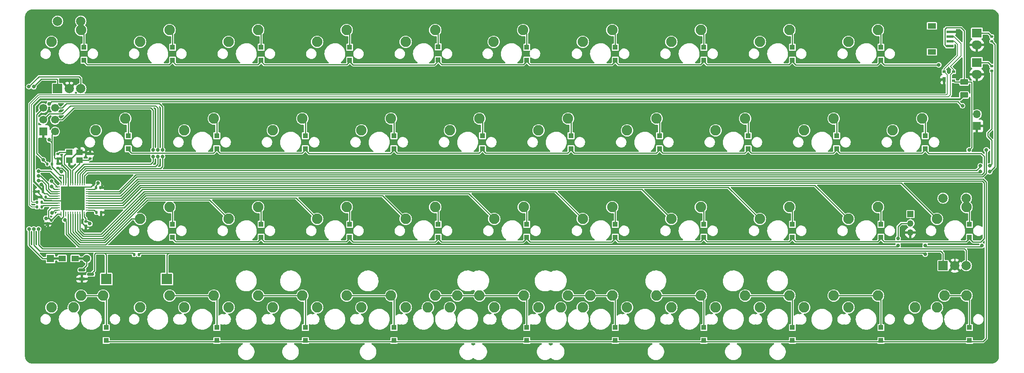
<source format=gbr>
%TF.GenerationSoftware,KiCad,Pcbnew,(7.0.0)*%
%TF.CreationDate,2023-05-29T16:40:41+02:00*%
%TF.ProjectId,Didaktik,44696461-6b74-4696-9b2e-6b696361645f,rev?*%
%TF.SameCoordinates,Original*%
%TF.FileFunction,Copper,L2,Bot*%
%TF.FilePolarity,Positive*%
%FSLAX46Y46*%
G04 Gerber Fmt 4.6, Leading zero omitted, Abs format (unit mm)*
G04 Created by KiCad (PCBNEW (7.0.0)) date 2023-05-29 16:40:41*
%MOMM*%
%LPD*%
G01*
G04 APERTURE LIST*
G04 Aperture macros list*
%AMRoundRect*
0 Rectangle with rounded corners*
0 $1 Rounding radius*
0 $2 $3 $4 $5 $6 $7 $8 $9 X,Y pos of 4 corners*
0 Add a 4 corners polygon primitive as box body*
4,1,4,$2,$3,$4,$5,$6,$7,$8,$9,$2,$3,0*
0 Add four circle primitives for the rounded corners*
1,1,$1+$1,$2,$3*
1,1,$1+$1,$4,$5*
1,1,$1+$1,$6,$7*
1,1,$1+$1,$8,$9*
0 Add four rect primitives between the rounded corners*
20,1,$1+$1,$2,$3,$4,$5,0*
20,1,$1+$1,$4,$5,$6,$7,0*
20,1,$1+$1,$6,$7,$8,$9,0*
20,1,$1+$1,$8,$9,$2,$3,0*%
G04 Aperture macros list end*
%TA.AperFunction,ComponentPad*%
%ADD10C,2.250000*%
%TD*%
%TA.AperFunction,ComponentPad*%
%ADD11O,2.159000X1.905000*%
%TD*%
%TA.AperFunction,ComponentPad*%
%ADD12R,2.159000X1.905000*%
%TD*%
%TA.AperFunction,SMDPad,CuDef*%
%ADD13R,1.600000X1.200000*%
%TD*%
%TA.AperFunction,SMDPad,CuDef*%
%ADD14R,2.900000X0.500000*%
%TD*%
%TA.AperFunction,ComponentPad*%
%ADD15R,1.600000X1.600000*%
%TD*%
%TA.AperFunction,ComponentPad*%
%ADD16C,1.600000*%
%TD*%
%TA.AperFunction,ComponentPad*%
%ADD17R,2.000000X2.000000*%
%TD*%
%TA.AperFunction,ComponentPad*%
%ADD18C,2.000000*%
%TD*%
%TA.AperFunction,SMDPad,CuDef*%
%ADD19R,1.100000X1.100000*%
%TD*%
%TA.AperFunction,ComponentPad*%
%ADD20R,1.350000X1.350000*%
%TD*%
%TA.AperFunction,ComponentPad*%
%ADD21O,1.350000X1.350000*%
%TD*%
%TA.AperFunction,SMDPad,CuDef*%
%ADD22RoundRect,0.140000X0.170000X-0.140000X0.170000X0.140000X-0.170000X0.140000X-0.170000X-0.140000X0*%
%TD*%
%TA.AperFunction,SMDPad,CuDef*%
%ADD23RoundRect,0.135000X-0.135000X-0.185000X0.135000X-0.185000X0.135000X0.185000X-0.135000X0.185000X0*%
%TD*%
%TA.AperFunction,SMDPad,CuDef*%
%ADD24R,1.400000X1.200000*%
%TD*%
%TA.AperFunction,SMDPad,CuDef*%
%ADD25RoundRect,0.062500X-0.475000X-0.062500X0.475000X-0.062500X0.475000X0.062500X-0.475000X0.062500X0*%
%TD*%
%TA.AperFunction,SMDPad,CuDef*%
%ADD26RoundRect,0.062500X-0.062500X-0.475000X0.062500X-0.475000X0.062500X0.475000X-0.062500X0.475000X0*%
%TD*%
%TA.AperFunction,SMDPad,CuDef*%
%ADD27R,5.200000X5.200000*%
%TD*%
%TA.AperFunction,SMDPad,CuDef*%
%ADD28RoundRect,0.150000X-0.587500X-0.150000X0.587500X-0.150000X0.587500X0.150000X-0.587500X0.150000X0*%
%TD*%
%TA.AperFunction,SMDPad,CuDef*%
%ADD29RoundRect,0.250000X-0.625000X0.375000X-0.625000X-0.375000X0.625000X-0.375000X0.625000X0.375000X0*%
%TD*%
%TA.AperFunction,SMDPad,CuDef*%
%ADD30RoundRect,0.135000X0.135000X0.185000X-0.135000X0.185000X-0.135000X-0.185000X0.135000X-0.185000X0*%
%TD*%
%TA.AperFunction,SMDPad,CuDef*%
%ADD31R,1.800000X1.200000*%
%TD*%
%TA.AperFunction,SMDPad,CuDef*%
%ADD32R,1.550000X0.600000*%
%TD*%
%TA.AperFunction,ComponentPad*%
%ADD33C,1.700000*%
%TD*%
%TA.AperFunction,ComponentPad*%
%ADD34R,1.700000X1.700000*%
%TD*%
%TA.AperFunction,SMDPad,CuDef*%
%ADD35RoundRect,0.140000X-0.170000X0.140000X-0.170000X-0.140000X0.170000X-0.140000X0.170000X0.140000X0*%
%TD*%
%TA.AperFunction,SMDPad,CuDef*%
%ADD36R,2.300000X2.300000*%
%TD*%
%TA.AperFunction,SMDPad,CuDef*%
%ADD37RoundRect,0.135000X0.185000X-0.135000X0.185000X0.135000X-0.185000X0.135000X-0.185000X-0.135000X0*%
%TD*%
%TA.AperFunction,SMDPad,CuDef*%
%ADD38R,0.700000X1.000000*%
%TD*%
%TA.AperFunction,SMDPad,CuDef*%
%ADD39R,0.700000X0.600000*%
%TD*%
%TA.AperFunction,SMDPad,CuDef*%
%ADD40RoundRect,0.140000X-0.140000X-0.170000X0.140000X-0.170000X0.140000X0.170000X-0.140000X0.170000X0*%
%TD*%
%TA.AperFunction,ComponentPad*%
%ADD41O,1.700000X1.700000*%
%TD*%
%TA.AperFunction,SMDPad,CuDef*%
%ADD42RoundRect,0.140000X0.140000X0.170000X-0.140000X0.170000X-0.140000X-0.170000X0.140000X-0.170000X0*%
%TD*%
%TA.AperFunction,SMDPad,CuDef*%
%ADD43RoundRect,0.140000X-0.021213X0.219203X-0.219203X0.021213X0.021213X-0.219203X0.219203X-0.021213X0*%
%TD*%
%TA.AperFunction,ViaPad*%
%ADD44C,0.800000*%
%TD*%
%TA.AperFunction,Conductor*%
%ADD45C,0.250000*%
%TD*%
%TA.AperFunction,Conductor*%
%ADD46C,0.200000*%
%TD*%
%TA.AperFunction,Conductor*%
%ADD47C,0.381000*%
%TD*%
G04 APERTURE END LIST*
D10*
%TO.P,SW33,1,1*%
%TO.N,COL2*%
X85090000Y-95885000D03*
%TO.P,SW33,2,2*%
%TO.N,Net-(D12-A)*%
X91440000Y-93345000D03*
%TD*%
%TO.P,SW15,1,1*%
%TO.N,COL4*%
X123190000Y-57785000D03*
%TO.P,SW15,2,2*%
%TO.N,Net-(D18-A)*%
X129540000Y-55245000D03*
%TD*%
%TO.P,SW36c1,1,1*%
%TO.N,COL4*%
X132715000Y-95885000D03*
%TO.P,SW36c1,2,2*%
%TO.N,Net-(D20-A)*%
X139065000Y-93345000D03*
%TD*%
%TO.P,SW7,1,1*%
%TO.N,COL6*%
X151765000Y-38735000D03*
%TO.P,SW7,2,2*%
%TO.N,Net-(D26-A)*%
X158115000Y-36195000D03*
%TD*%
%TO.P,SW27,1,1*%
%TO.N,COL6*%
X170815000Y-76835000D03*
%TO.P,SW27,2,2*%
%TO.N,Net-(D28-A)*%
X177165000Y-74295000D03*
%TD*%
%TO.P,SW34b1,1,1*%
%TO.N,COL3*%
X104140000Y-95885000D03*
%TO.P,SW34b1,2,2*%
%TO.N,Net-(D16-A)*%
X110490000Y-93345000D03*
%TD*%
%TO.P,SW14,1,1*%
%TO.N,COL3*%
X104140000Y-57785000D03*
%TO.P,SW14,2,2*%
%TO.N,Net-(D14-A)*%
X110490000Y-55245000D03*
%TD*%
%TO.P,SW33a1,1,1*%
%TO.N,COL2*%
X75565000Y-95885000D03*
%TO.P,SW33a1,2,2*%
%TO.N,Net-(D12-A)*%
X81915000Y-93345000D03*
%TD*%
%TO.P,SW9,1,1*%
%TO.N,COL8*%
X189865000Y-38735000D03*
%TO.P,SW9,2,2*%
%TO.N,Net-(D34-A)*%
X196215000Y-36195000D03*
%TD*%
D11*
%TO.P,D42,1,K*%
%TO.N,GND*%
X236537499Y-45719999D03*
D12*
%TO.P,D42,2,A*%
%TO.N,Net-(D42-A)*%
X236537499Y-43179999D03*
%TD*%
D10*
%TO.P,SW29,1,1*%
%TO.N,COL8*%
X208915000Y-76835000D03*
%TO.P,SW29,2,2*%
%TO.N,Net-(D36-A)*%
X215265000Y-74295000D03*
%TD*%
%TO.P,SW8,1,1*%
%TO.N,COL7*%
X170815000Y-38735000D03*
%TO.P,SW8,2,2*%
%TO.N,Net-(D30-A)*%
X177165000Y-36195000D03*
%TD*%
%TO.P,SW35b1,1,1*%
%TO.N,COL4*%
X113665000Y-95885000D03*
%TO.P,SW35b1,2,2*%
%TO.N,Net-(D20-A)*%
X120015000Y-93345000D03*
%TD*%
%TO.P,SW2,1,1*%
%TO.N,COL1*%
X56515000Y-38735000D03*
%TO.P,SW2,2,2*%
%TO.N,Net-(D5-A)*%
X62865000Y-36195000D03*
%TD*%
%TO.P,SW34,1,1*%
%TO.N,COL3*%
X104140000Y-95885000D03*
%TO.P,SW34,2,2*%
%TO.N,Net-(D16-A)*%
X110490000Y-93345000D03*
%TD*%
%TO.P,SW24,1,1*%
%TO.N,COL3*%
X113665000Y-76835000D03*
%TO.P,SW24,2,2*%
%TO.N,Net-(D15-A)*%
X120015000Y-74295000D03*
%TD*%
%TO.P,SW31,1,1*%
%TO.N,COL0*%
X42227500Y-95885000D03*
%TO.P,SW31,2,2*%
%TO.N,Net-(D4-A)*%
X48577500Y-93345000D03*
%TD*%
%TO.P,SW37a1,1,1*%
%TO.N,COL6*%
X170815000Y-95885000D03*
%TO.P,SW37a1,2,2*%
%TO.N,Net-(D29-A)*%
X177165000Y-93345000D03*
%TD*%
%TO.P,SW20,1,1*%
%TO.N,COL9*%
X218440000Y-57785000D03*
%TO.P,SW20,2,2*%
%TO.N,Net-(D39-A)*%
X224790000Y-55245000D03*
%TD*%
%TO.P,SW5,1,1*%
%TO.N,COL4*%
X113665000Y-38735000D03*
%TO.P,SW5,2,2*%
%TO.N,Net-(D17-A)*%
X120015000Y-36195000D03*
%TD*%
D13*
%TO.P,R5,1*%
%TO.N,SPEAKER*%
X39747999Y-85343999D03*
D14*
X38647999Y-85343999D03*
D15*
X37247999Y-85343999D03*
D16*
%TO.P,R5,2*%
%TO.N,Net-(Q1-B)*%
X45048000Y-85344000D03*
D14*
X43647999Y-85343999D03*
D13*
X42547999Y-85343999D03*
%TD*%
D10*
%TO.P,SW40a1,1,1*%
%TO.N,COL9*%
X227965000Y-95885000D03*
%TO.P,SW40a1,2,2*%
%TO.N,Net-(D41-A)*%
X234315000Y-93345000D03*
%TD*%
%TO.P,SW35,1,1*%
%TO.N,COL4*%
X123190000Y-95885000D03*
%TO.P,SW35,2,2*%
%TO.N,Net-(D20-A)*%
X129540000Y-93345000D03*
%TD*%
%TO.P,SW31a1,1,1*%
%TO.N,COL0*%
X37465000Y-95885000D03*
%TO.P,SW31a1,2,2*%
%TO.N,Net-(D4-A)*%
X43815000Y-93345000D03*
%TD*%
%TO.P,SW38,1,1*%
%TO.N,COL7*%
X180340000Y-95885000D03*
%TO.P,SW38,2,2*%
%TO.N,Net-(D33-A)*%
X186690000Y-93345000D03*
%TD*%
%TO.P,SW12,1,1*%
%TO.N,COL1*%
X66040000Y-57785000D03*
%TO.P,SW12,2,2*%
%TO.N,Net-(D6-A)*%
X72390000Y-55245000D03*
%TD*%
%TO.P,SW22,1,1*%
%TO.N,COL1*%
X75565000Y-76835000D03*
%TO.P,SW22,2,2*%
%TO.N,Net-(D7-A)*%
X81915000Y-74295000D03*
%TD*%
%TO.P,SW36a1,1,1*%
%TO.N,COL5*%
X147002500Y-95885000D03*
%TO.P,SW36a1,2,2*%
%TO.N,Net-(D24-A)*%
X153352500Y-93345000D03*
%TD*%
%TO.P,SW36b1,1,1*%
%TO.N,COL5*%
X151765000Y-95885000D03*
%TO.P,SW36b1,2,2*%
%TO.N,Net-(D24-A)*%
X158115000Y-93345000D03*
%TD*%
%TO.P,SW10,1,1*%
%TO.N,COL9*%
X208915000Y-38735000D03*
%TO.P,SW10,2,2*%
%TO.N,Net-(D38-A)*%
X215265000Y-36195000D03*
%TD*%
D11*
%TO.P,D43,1,K*%
%TO.N,GND*%
X236537499Y-39369999D03*
D12*
%TO.P,D43,2,A*%
%TO.N,Net-(D43-A)*%
X236537499Y-36829999D03*
%TD*%
D10*
%TO.P,SW35c1,1,1*%
%TO.N,COL4*%
X132715000Y-95885000D03*
%TO.P,SW35c1,2,2*%
%TO.N,Net-(D20-A)*%
X139065000Y-93345000D03*
%TD*%
%TO.P,SW6,1,1*%
%TO.N,COL5*%
X132588000Y-38735000D03*
%TO.P,SW6,2,2*%
%TO.N,Net-(D21-A)*%
X138938000Y-36195000D03*
%TD*%
%TO.P,SW19,1,1*%
%TO.N,COL8*%
X199390000Y-57785000D03*
%TO.P,SW19,2,2*%
%TO.N,Net-(D35-A)*%
X205740000Y-55245000D03*
%TD*%
%TO.P,SW3,1,1*%
%TO.N,COL2*%
X75565000Y-38735000D03*
%TO.P,SW3,2,2*%
%TO.N,Net-(D9-A)*%
X81915000Y-36195000D03*
%TD*%
%TO.P,SW17,1,1*%
%TO.N,COL6*%
X161290000Y-57785000D03*
%TO.P,SW17,2,2*%
%TO.N,Net-(D27-A)*%
X167640000Y-55245000D03*
%TD*%
%TO.P,SW39,1,1*%
%TO.N,COL8*%
X199390000Y-95885000D03*
%TO.P,SW39,2,2*%
%TO.N,Net-(D37-A)*%
X205740000Y-93345000D03*
%TD*%
%TO.P,SW11,1,1*%
%TO.N,COL0*%
X46990000Y-57785000D03*
%TO.P,SW11,2,2*%
%TO.N,Net-(D2-A)*%
X53340000Y-55245000D03*
%TD*%
%TO.P,SW21,1,1*%
%TO.N,COL0*%
X56515000Y-76835000D03*
%TO.P,SW21,2,2*%
%TO.N,Net-(D3-A)*%
X62865000Y-74295000D03*
%TD*%
%TO.P,SW16,1,1*%
%TO.N,COL5*%
X142240000Y-57785000D03*
%TO.P,SW16,2,2*%
%TO.N,Net-(D22-A)*%
X148590000Y-55245000D03*
%TD*%
%TO.P,SW18,1,1*%
%TO.N,COL7*%
X180340000Y-57785000D03*
%TO.P,SW18,2,2*%
%TO.N,Net-(D31-A)*%
X186690000Y-55245000D03*
%TD*%
D17*
%TO.P,SW42,A,A*%
%TO.N,ROTARY_C*%
X229274999Y-86874999D03*
D18*
%TO.P,SW42,B,B*%
%TO.N,ROTARY_D*%
X234275000Y-86875000D03*
%TO.P,SW42,C,C*%
%TO.N,GND*%
X231775000Y-86875000D03*
%TO.P,SW42,S1,S1*%
%TO.N,Net-(D40-A)*%
X234275000Y-72375000D03*
%TO.P,SW42,S2,S2*%
%TO.N,COL9*%
X229275000Y-72375000D03*
%TD*%
D10*
%TO.P,SW32a1,1,1*%
%TO.N,COL1*%
X56515000Y-95885000D03*
%TO.P,SW32a1,2,2*%
%TO.N,Net-(D8-A)*%
X62865000Y-93345000D03*
%TD*%
%TO.P,SW37b1,1,1*%
%TO.N,COL6*%
X161290000Y-95885000D03*
%TO.P,SW37b1,2,2*%
%TO.N,Net-(D29-A)*%
X167640000Y-93345000D03*
%TD*%
%TO.P,SW34a1,1,1*%
%TO.N,COL3*%
X94615000Y-95885000D03*
%TO.P,SW34a1,2,2*%
%TO.N,Net-(D16-A)*%
X100965000Y-93345000D03*
%TD*%
%TO.P,SW36,1,1*%
%TO.N,COL5*%
X142240000Y-95885000D03*
%TO.P,SW36,2,2*%
%TO.N,Net-(D24-A)*%
X148590000Y-93345000D03*
%TD*%
%TO.P,SW28,1,1*%
%TO.N,COL7*%
X189865000Y-76835000D03*
%TO.P,SW28,2,2*%
%TO.N,Net-(D32-A)*%
X196215000Y-74295000D03*
%TD*%
%TO.P,SW1,1,1*%
%TO.N,COL0*%
X37465000Y-38735000D03*
%TO.P,SW1,2,2*%
%TO.N,Net-(D1-A)*%
X43815000Y-36195000D03*
%TD*%
%TO.P,SW40,1,1*%
%TO.N,COL9*%
X223202500Y-95885000D03*
%TO.P,SW40,2,2*%
%TO.N,Net-(D41-A)*%
X229552500Y-93345000D03*
%TD*%
%TO.P,SW39a1,1,1*%
%TO.N,COL8*%
X208915000Y-95885000D03*
%TO.P,SW39a1,2,2*%
%TO.N,Net-(D37-A)*%
X215265000Y-93345000D03*
%TD*%
%TO.P,SW37,1,1*%
%TO.N,COL6*%
X161290000Y-95885000D03*
%TO.P,SW37,2,2*%
%TO.N,Net-(D29-A)*%
X167640000Y-93345000D03*
%TD*%
%TO.P,SW4,1,1*%
%TO.N,COL3*%
X94615000Y-38735000D03*
%TO.P,SW4,2,2*%
%TO.N,Net-(D13-A)*%
X100965000Y-36195000D03*
%TD*%
%TO.P,SW35a1,1,1*%
%TO.N,COL4*%
X118427500Y-95885000D03*
%TO.P,SW35a1,2,2*%
%TO.N,Net-(D20-A)*%
X124777500Y-93345000D03*
%TD*%
%TO.P,SW32,1,1*%
%TO.N,COL1*%
X66040000Y-95885000D03*
%TO.P,SW32,2,2*%
%TO.N,Net-(D8-A)*%
X72390000Y-93345000D03*
%TD*%
%TO.P,SW26,1,1*%
%TO.N,COL5*%
X151765000Y-76835000D03*
%TO.P,SW26,2,2*%
%TO.N,Net-(D23-A)*%
X158115000Y-74295000D03*
%TD*%
%TO.P,SW30,1,1*%
%TO.N,COL9*%
X227965000Y-76835000D03*
%TO.P,SW30,2,2*%
%TO.N,Net-(D40-A)*%
X234315000Y-74295000D03*
%TD*%
%TO.P,SW38a1,1,1*%
%TO.N,COL7*%
X189865000Y-95885000D03*
%TO.P,SW38a1,2,2*%
%TO.N,Net-(D33-A)*%
X196215000Y-93345000D03*
%TD*%
%TO.P,SW13,1,1*%
%TO.N,COL2*%
X85090000Y-57785000D03*
%TO.P,SW13,2,2*%
%TO.N,Net-(D10-A)*%
X91440000Y-55245000D03*
%TD*%
D17*
%TO.P,SW41,A,A*%
%TO.N,ROTARY_A*%
X38774999Y-48774999D03*
D18*
%TO.P,SW41,B,B*%
%TO.N,ROTARY_B*%
X43775000Y-48775000D03*
%TO.P,SW41,C,C*%
%TO.N,GND*%
X41275000Y-48775000D03*
%TO.P,SW41,S1,S1*%
%TO.N,Net-(D1-A)*%
X43775000Y-34275000D03*
%TO.P,SW41,S2,S2*%
%TO.N,COL0*%
X38775000Y-34275000D03*
%TD*%
D10*
%TO.P,SW25,1,1*%
%TO.N,COL4*%
X132715000Y-76835000D03*
%TO.P,SW25,2,2*%
%TO.N,Net-(D19-A)*%
X139065000Y-74295000D03*
%TD*%
%TO.P,SW23,1,1*%
%TO.N,COL2*%
X94615000Y-76835000D03*
%TO.P,SW23,2,2*%
%TO.N,Net-(D11-A)*%
X100965000Y-74295000D03*
%TD*%
D19*
%TO.P,D29,1,K*%
%TO.N,ROW3*%
X177799999Y-102999999D03*
%TO.P,D29,2,A*%
%TO.N,Net-(D29-A)*%
X177799999Y-100199999D03*
%TD*%
D20*
%TO.P,J3,1,Pin_1*%
%TO.N,VCC*%
X222249999Y-75787499D03*
D21*
%TO.P,J3,2,Pin_2*%
%TO.N,RGB*%
X222249999Y-77787499D03*
%TO.P,J3,3,Pin_3*%
%TO.N,GND*%
X222249999Y-79787499D03*
%TD*%
D19*
%TO.P,D6,1,K*%
%TO.N,ROW1*%
X73024999Y-61724999D03*
%TO.P,D6,2,A*%
%TO.N,Net-(D6-A)*%
X73024999Y-58924999D03*
%TD*%
D22*
%TO.P,C1,1*%
%TO.N,+5V*%
X38798500Y-65885000D03*
%TO.P,C1,2*%
%TO.N,GND*%
X38798500Y-64925000D03*
%TD*%
D19*
%TO.P,D14,1,K*%
%TO.N,ROW1*%
X111124999Y-61724999D03*
%TO.P,D14,2,A*%
%TO.N,Net-(D14-A)*%
X111124999Y-58924999D03*
%TD*%
%TO.P,D40,1,K*%
%TO.N,ROW2*%
X234949999Y-80774999D03*
%TO.P,D40,2,A*%
%TO.N,Net-(D40-A)*%
X234949999Y-77974999D03*
%TD*%
%TO.P,D8,1,K*%
%TO.N,ROW3*%
X73024999Y-102999999D03*
%TO.P,D8,2,A*%
%TO.N,Net-(D8-A)*%
X73024999Y-100199999D03*
%TD*%
%TO.P,D3,1,K*%
%TO.N,ROW2*%
X63499999Y-80774999D03*
%TO.P,D3,2,A*%
%TO.N,Net-(D3-A)*%
X63499999Y-77974999D03*
%TD*%
%TO.P,D36,1,K*%
%TO.N,ROW2*%
X215899999Y-80774999D03*
%TO.P,D36,2,A*%
%TO.N,Net-(D36-A)*%
X215899999Y-77974999D03*
%TD*%
%TO.P,D32,1,K*%
%TO.N,ROW2*%
X196849999Y-80774999D03*
%TO.P,D32,2,A*%
%TO.N,Net-(D32-A)*%
X196849999Y-77974999D03*
%TD*%
D22*
%TO.P,C4,1*%
%TO.N,GND*%
X38798500Y-63817250D03*
%TO.P,C4,2*%
%TO.N,XTAL2*%
X38798500Y-62857250D03*
%TD*%
D19*
%TO.P,D1,1,K*%
%TO.N,ROW0*%
X44449999Y-42674999D03*
%TO.P,D1,2,A*%
%TO.N,Net-(D1-A)*%
X44449999Y-39874999D03*
%TD*%
D23*
%TO.P,R4,1*%
%TO.N,Net-(U1-~{HWB}{slash}PE2)*%
X47115000Y-75438000D03*
%TO.P,R4,2*%
%TO.N,GND*%
X48135000Y-75438000D03*
%TD*%
D24*
%TO.P,Y1,1,1*%
%TO.N,XTAL1*%
X43454499Y-64187249D03*
%TO.P,Y1,2,2*%
%TO.N,GND*%
X41254499Y-64187249D03*
%TO.P,Y1,3,3*%
%TO.N,XTAL2*%
X41254499Y-62487249D03*
%TO.P,Y1,4,4*%
%TO.N,GND*%
X43454499Y-62487249D03*
%TD*%
D19*
%TO.P,D15,1,K*%
%TO.N,ROW2*%
X120649999Y-80774999D03*
%TO.P,D15,2,A*%
%TO.N,Net-(D15-A)*%
X120649999Y-77974999D03*
%TD*%
D25*
%TO.P,U1,1,PE6*%
%TO.N,RGB*%
X38699500Y-74917750D03*
%TO.P,U1,2,UVCC*%
%TO.N,+5V*%
X38699500Y-74417750D03*
%TO.P,U1,3,D-*%
%TO.N,Net-(U1-D-)*%
X38699500Y-73917750D03*
%TO.P,U1,4,D+*%
%TO.N,Net-(U1-D+)*%
X38699500Y-73417750D03*
%TO.P,U1,5,UGND*%
%TO.N,GND*%
X38699500Y-72917750D03*
%TO.P,U1,6,UCAP*%
%TO.N,Net-(U1-UCAP)*%
X38699500Y-72417750D03*
%TO.P,U1,7,VBUS*%
%TO.N,+5V*%
X38699500Y-71917750D03*
%TO.P,U1,8,PB0*%
%TO.N,ROTARY_D*%
X38699500Y-71417750D03*
%TO.P,U1,9,PB1*%
%TO.N,ROTARY_C*%
X38699500Y-70917750D03*
%TO.P,U1,10,PB2*%
%TO.N,ROTARY_B*%
X38699500Y-70417750D03*
%TO.P,U1,11,PB3*%
%TO.N,ROTARY_A*%
X38699500Y-69917750D03*
D26*
%TO.P,U1,12,PB7*%
%TO.N,SPEAKER*%
X39537000Y-69080250D03*
%TO.P,U1,13,~{RESET}*%
%TO.N,RESET*%
X40037000Y-69080250D03*
%TO.P,U1,14,VCC*%
%TO.N,+5V*%
X40537000Y-69080250D03*
%TO.P,U1,15,GND*%
%TO.N,GND*%
X41037000Y-69080250D03*
%TO.P,U1,16,XTAL2*%
%TO.N,XTAL2*%
X41537000Y-69080250D03*
%TO.P,U1,17,XTAL1*%
%TO.N,XTAL1*%
X42037000Y-69080250D03*
%TO.P,U1,18,PD0*%
%TO.N,SCK*%
X42537000Y-69080250D03*
%TO.P,U1,19,PD1*%
%TO.N,MOSI*%
X43037000Y-69080250D03*
%TO.P,U1,20,PD2*%
%TO.N,MISO*%
X43537000Y-69080250D03*
%TO.P,U1,21,PD3*%
%TO.N,LED capslock*%
X44037000Y-69080250D03*
%TO.P,U1,22,PD5*%
%TO.N,LED Power*%
X44537000Y-69080250D03*
D25*
%TO.P,U1,23,GND*%
%TO.N,GND*%
X45374500Y-69917750D03*
%TO.P,U1,24,AVCC*%
%TO.N,+5V*%
X45374500Y-70417750D03*
%TO.P,U1,25,PD4*%
%TO.N,ROW1*%
X45374500Y-70917750D03*
%TO.P,U1,26,PD6*%
%TO.N,ROW0*%
X45374500Y-71417750D03*
%TO.P,U1,27,PD7*%
%TO.N,ROW3*%
X45374500Y-71917750D03*
%TO.P,U1,28,PB4*%
%TO.N,ROW2*%
X45374500Y-72417750D03*
%TO.P,U1,29,PB5*%
%TO.N,COL9*%
X45374500Y-72917750D03*
%TO.P,U1,30,PB6*%
%TO.N,COL8*%
X45374500Y-73417750D03*
%TO.P,U1,31,PC6*%
%TO.N,COL7*%
X45374500Y-73917750D03*
%TO.P,U1,32,PC7*%
%TO.N,COL6*%
X45374500Y-74417750D03*
%TO.P,U1,33,~{HWB}/PE2*%
%TO.N,Net-(U1-~{HWB}{slash}PE2)*%
X45374500Y-74917750D03*
D26*
%TO.P,U1,34,VCC*%
%TO.N,+5V*%
X44537000Y-75755250D03*
%TO.P,U1,35,GND*%
%TO.N,GND*%
X44037000Y-75755250D03*
%TO.P,U1,36,PF7*%
%TO.N,COL5*%
X43537000Y-75755250D03*
%TO.P,U1,37,PF6*%
%TO.N,COL4*%
X43037000Y-75755250D03*
%TO.P,U1,38,PF5*%
%TO.N,COL3*%
X42537000Y-75755250D03*
%TO.P,U1,39,PF4*%
%TO.N,COL2*%
X42037000Y-75755250D03*
%TO.P,U1,40,PF1*%
%TO.N,COL1*%
X41537000Y-75755250D03*
%TO.P,U1,41,PF0*%
%TO.N,COL0*%
X41037000Y-75755250D03*
%TO.P,U1,42,AREF*%
%TO.N,unconnected-(U1-AREF-Pad42)*%
X40537000Y-75755250D03*
%TO.P,U1,43,GND*%
%TO.N,GND*%
X40037000Y-75755250D03*
%TO.P,U1,44,AVCC*%
%TO.N,+5V*%
X39537000Y-75755250D03*
D27*
%TO.P,U1,45,GND*%
%TO.N,GND*%
X42036999Y-72417749D03*
%TD*%
D28*
%TO.P,Q1,1,E*%
%TO.N,GND*%
X44020500Y-89723000D03*
%TO.P,Q1,2,B*%
%TO.N,Net-(Q1-B)*%
X44020500Y-87823000D03*
%TO.P,Q1,3,C*%
%TO.N,Net-(Q1-C)*%
X45895500Y-88773000D03*
%TD*%
D19*
%TO.P,D34,1,K*%
%TO.N,ROW0*%
X196849999Y-42674999D03*
%TO.P,D34,2,A*%
%TO.N,Net-(D34-A)*%
X196849999Y-39874999D03*
%TD*%
%TO.P,D23,1,K*%
%TO.N,ROW2*%
X158749999Y-80774999D03*
%TO.P,D23,2,A*%
%TO.N,Net-(D23-A)*%
X158749999Y-77974999D03*
%TD*%
%TO.P,D21,1,K*%
%TO.N,ROW0*%
X139699999Y-42674999D03*
%TO.P,D21,2,A*%
%TO.N,Net-(D21-A)*%
X139699999Y-39874999D03*
%TD*%
%TO.P,D39,1,K*%
%TO.N,ROW1*%
X225424999Y-61724999D03*
%TO.P,D39,2,A*%
%TO.N,Net-(D39-A)*%
X225424999Y-58924999D03*
%TD*%
%TO.P,D30,1,K*%
%TO.N,ROW0*%
X177799999Y-42674999D03*
%TO.P,D30,2,A*%
%TO.N,Net-(D30-A)*%
X177799999Y-39874999D03*
%TD*%
%TO.P,D41,1,K*%
%TO.N,ROW3*%
X234949999Y-102999999D03*
%TO.P,D41,2,A*%
%TO.N,Net-(D41-A)*%
X234949999Y-100199999D03*
%TD*%
%TO.P,D20,1,K*%
%TO.N,ROW3*%
X139699999Y-102999999D03*
%TO.P,D20,2,A*%
%TO.N,Net-(D20-A)*%
X139699999Y-100199999D03*
%TD*%
%TO.P,D24,1,K*%
%TO.N,ROW3*%
X158749999Y-102999999D03*
%TO.P,D24,2,A*%
%TO.N,Net-(D24-A)*%
X158749999Y-100199999D03*
%TD*%
D29*
%TO.P,F1,1*%
%TO.N,VCC*%
X233807000Y-47368000D03*
%TO.P,F1,2*%
%TO.N,+5V*%
X233807000Y-50168000D03*
%TD*%
D19*
%TO.P,D26,1,K*%
%TO.N,ROW0*%
X158749999Y-42674999D03*
%TO.P,D26,2,A*%
%TO.N,Net-(D26-A)*%
X158749999Y-39874999D03*
%TD*%
D30*
%TO.P,R6,1*%
%TO.N,VCC*%
X56263000Y-84505577D03*
%TO.P,R6,2*%
%TO.N,Net-(Q1-C)*%
X55243000Y-84505577D03*
%TD*%
D19*
%TO.P,D22,1,K*%
%TO.N,ROW1*%
X149224999Y-61724999D03*
%TO.P,D22,2,A*%
%TO.N,Net-(D22-A)*%
X149224999Y-58924999D03*
%TD*%
D31*
%TO.P,J1,*%
%TO.N,*%
X226849999Y-40899999D03*
X226849999Y-35299999D03*
D32*
%TO.P,J1,1,Pin_1*%
%TO.N,VCC*%
X230724999Y-39599999D03*
%TO.P,J1,2,Pin_2*%
%TO.N,D-*%
X230724999Y-38599999D03*
%TO.P,J1,3,Pin_3*%
%TO.N,D+*%
X230724999Y-37599999D03*
%TO.P,J1,4,Pin_4*%
%TO.N,GND*%
X230724999Y-36599999D03*
%TD*%
D19*
%TO.P,D13,1,K*%
%TO.N,ROW0*%
X101599999Y-42674999D03*
%TO.P,D13,2,A*%
%TO.N,Net-(D13-A)*%
X101599999Y-39874999D03*
%TD*%
D33*
%TO.P,J2,1,MISO*%
%TO.N,MISO*%
X38227000Y-52959000D03*
%TO.P,J2,2,VCC*%
%TO.N,+5V*%
X35687000Y-52959000D03*
%TO.P,J2,3,SCK*%
%TO.N,SCK*%
X38227000Y-55499000D03*
%TO.P,J2,4,MOSI*%
%TO.N,MOSI*%
X35687000Y-55499000D03*
%TO.P,J2,5,~{RST}*%
%TO.N,RESET*%
X38227000Y-58039000D03*
D34*
%TO.P,J2,6,GND*%
%TO.N,GND*%
X35686999Y-58038999D03*
%TD*%
D35*
%TO.P,C3,1*%
%TO.N,GND*%
X45783500Y-62857250D03*
%TO.P,C3,2*%
%TO.N,XTAL1*%
X45783500Y-63817250D03*
%TD*%
D19*
%TO.P,D7,1,K*%
%TO.N,ROW2*%
X82549999Y-80774999D03*
%TO.P,D7,2,A*%
%TO.N,Net-(D7-A)*%
X82549999Y-77974999D03*
%TD*%
%TO.P,D4,1,K*%
%TO.N,ROW3*%
X49212499Y-102999999D03*
%TO.P,D4,2,A*%
%TO.N,Net-(D4-A)*%
X49212499Y-100199999D03*
%TD*%
D23*
%TO.P,R2,1*%
%TO.N,D+*%
X34351500Y-73243250D03*
%TO.P,R2,2*%
%TO.N,Net-(U1-D+)*%
X35371500Y-73243250D03*
%TD*%
D19*
%TO.P,D38,1,K*%
%TO.N,ROW0*%
X215899999Y-42674999D03*
%TO.P,D38,2,A*%
%TO.N,Net-(D38-A)*%
X215899999Y-39874999D03*
%TD*%
D23*
%TO.P,R3,1*%
%TO.N,+5V*%
X36574000Y-65024000D03*
%TO.P,R3,2*%
%TO.N,RESET*%
X37594000Y-65024000D03*
%TD*%
D19*
%TO.P,D31,1,K*%
%TO.N,ROW1*%
X187324999Y-61724999D03*
%TO.P,D31,2,A*%
%TO.N,Net-(D31-A)*%
X187324999Y-58924999D03*
%TD*%
%TO.P,D2,1,K*%
%TO.N,ROW1*%
X53974999Y-61724999D03*
%TO.P,D2,2,A*%
%TO.N,Net-(D2-A)*%
X53974999Y-58924999D03*
%TD*%
D36*
%TO.P,LS1,1,1*%
%TO.N,VCC*%
X62252999Y-89788999D03*
%TO.P,LS1,2,2*%
%TO.N,Net-(Q1-C)*%
X49252999Y-89788999D03*
%TD*%
D19*
%TO.P,D9,1,K*%
%TO.N,ROW0*%
X82549999Y-42674999D03*
%TO.P,D9,2,A*%
%TO.N,Net-(D9-A)*%
X82549999Y-39874999D03*
%TD*%
%TO.P,D12,1,K*%
%TO.N,ROW3*%
X92074999Y-102999999D03*
%TO.P,D12,2,A*%
%TO.N,Net-(D12-A)*%
X92074999Y-100199999D03*
%TD*%
%TO.P,D35,1,K*%
%TO.N,ROW1*%
X206374999Y-61724999D03*
%TO.P,D35,2,A*%
%TO.N,Net-(D35-A)*%
X206374999Y-58924999D03*
%TD*%
D37*
%TO.P,R9,1*%
%TO.N,LED Power*%
X239769074Y-38610000D03*
%TO.P,R9,2*%
%TO.N,Net-(D43-A)*%
X239769074Y-37590000D03*
%TD*%
D19*
%TO.P,D33,1,K*%
%TO.N,ROW3*%
X196849999Y-102999999D03*
%TO.P,D33,2,A*%
%TO.N,Net-(D33-A)*%
X196849999Y-100199999D03*
%TD*%
%TO.P,D17,1,K*%
%TO.N,ROW0*%
X120649999Y-42612499D03*
%TO.P,D17,2,A*%
%TO.N,Net-(D17-A)*%
X120649999Y-39812499D03*
%TD*%
%TO.P,D27,1,K*%
%TO.N,ROW1*%
X168274999Y-61724999D03*
%TO.P,D27,2,A*%
%TO.N,Net-(D27-A)*%
X168274999Y-58924999D03*
%TD*%
D38*
%TO.P,D25,1,GND*%
%TO.N,GND*%
X229504999Y-46850999D03*
D39*
%TO.P,D25,2,I/O1*%
%TO.N,D-*%
X229504999Y-45150999D03*
%TO.P,D25,3,I/O2*%
%TO.N,D+*%
X231504999Y-45150999D03*
%TO.P,D25,4,VCC*%
%TO.N,VCC*%
X231504999Y-47050999D03*
%TD*%
D19*
%TO.P,D16,1,K*%
%TO.N,ROW3*%
X111124999Y-102999999D03*
%TO.P,D16,2,A*%
%TO.N,Net-(D16-A)*%
X111124999Y-100199999D03*
%TD*%
%TO.P,D28,1,K*%
%TO.N,ROW2*%
X177799999Y-80774999D03*
%TO.P,D28,2,A*%
%TO.N,Net-(D28-A)*%
X177799999Y-77974999D03*
%TD*%
%TO.P,D18,1,K*%
%TO.N,ROW1*%
X130174999Y-61724999D03*
%TO.P,D18,2,A*%
%TO.N,Net-(D18-A)*%
X130174999Y-58924999D03*
%TD*%
D37*
%TO.P,R8,1*%
%TO.N,LED capslock*%
X239712500Y-44960000D03*
%TO.P,R8,2*%
%TO.N,Net-(D42-A)*%
X239712500Y-43940000D03*
%TD*%
D19*
%TO.P,D5,1,K*%
%TO.N,ROW0*%
X63499999Y-42674999D03*
%TO.P,D5,2,A*%
%TO.N,Net-(D5-A)*%
X63499999Y-39874999D03*
%TD*%
%TO.P,D19,1,K*%
%TO.N,ROW2*%
X139699999Y-80774999D03*
%TO.P,D19,2,A*%
%TO.N,Net-(D19-A)*%
X139699999Y-77974999D03*
%TD*%
D40*
%TO.P,C5,1*%
%TO.N,+5V*%
X47018000Y-70104000D03*
%TO.P,C5,2*%
%TO.N,GND*%
X47978000Y-70104000D03*
%TD*%
D19*
%TO.P,D10,1,K*%
%TO.N,ROW1*%
X92074999Y-61724999D03*
%TO.P,D10,2,A*%
%TO.N,Net-(D10-A)*%
X92074999Y-58924999D03*
%TD*%
D23*
%TO.P,R1,1*%
%TO.N,D-*%
X34351500Y-74259250D03*
%TO.P,R1,2*%
%TO.N,Net-(U1-D-)*%
X35371500Y-74259250D03*
%TD*%
D34*
%TO.P,SW_Reset2,1,1*%
%TO.N,GND*%
X236537499Y-56837499D03*
D41*
%TO.P,SW_Reset2,2,2*%
%TO.N,RESET*%
X236537499Y-54297499D03*
%TD*%
D35*
%TO.P,C7,1*%
%TO.N,+5V*%
X44831000Y-77371000D03*
%TO.P,C7,2*%
%TO.N,GND*%
X44831000Y-78331000D03*
%TD*%
D42*
%TO.P,C6,1*%
%TO.N,Net-(U1-UCAP)*%
X36230500Y-72100250D03*
%TO.P,C6,2*%
%TO.N,GND*%
X35270500Y-72100250D03*
%TD*%
D19*
%TO.P,D37,1,K*%
%TO.N,ROW3*%
X215899999Y-102999999D03*
%TO.P,D37,2,A*%
%TO.N,Net-(D37-A)*%
X215899999Y-100199999D03*
%TD*%
D43*
%TO.P,C2,1*%
%TO.N,+5V*%
X37359911Y-77094839D03*
%TO.P,C2,2*%
%TO.N,GND*%
X36681089Y-77773661D03*
%TD*%
D42*
%TO.P,C8,1*%
%TO.N,+5V*%
X35595500Y-70957250D03*
%TO.P,C8,2*%
%TO.N,GND*%
X34635500Y-70957250D03*
%TD*%
D19*
%TO.P,D11,1,K*%
%TO.N,ROW2*%
X101599999Y-80774999D03*
%TO.P,D11,2,A*%
%TO.N,Net-(D11-A)*%
X101599999Y-77974999D03*
%TD*%
D44*
%TO.N,MOSI*%
X60325000Y-61969401D03*
X60325000Y-63418401D03*
%TO.N,MISO*%
X61324503Y-63418401D03*
X61324503Y-61969401D03*
%TO.N,LED capslock*%
X237280353Y-65405000D03*
X239299500Y-65405000D03*
%TO.N,LED Power*%
X237292652Y-66599500D03*
X239299500Y-66675000D03*
%TO.N,GND*%
X41275000Y-47117000D03*
X239649000Y-58674000D03*
X35877500Y-78577250D03*
X49407299Y-68702701D03*
X49022000Y-75438000D03*
X35687000Y-59817000D03*
X231775000Y-85090000D03*
X232492031Y-36599980D03*
X236534647Y-41127157D03*
X236537500Y-58651931D03*
X33865500Y-70953717D03*
X33881233Y-72103618D03*
X44831000Y-79375000D03*
X228346000Y-47498000D03*
X236537500Y-47476835D03*
X224282000Y-79756000D03*
X42413052Y-89725122D03*
%TO.N,+5V*%
X35246463Y-69442014D03*
X45720000Y-77851000D03*
X36258500Y-76672250D03*
X35687000Y-64135000D03*
X47498500Y-69114000D03*
X39624000Y-66675000D03*
%TO.N,ROTARY_A*%
X33655000Y-48387000D03*
X37465000Y-68707000D03*
%TO.N,VCC*%
X225425000Y-84439500D03*
X234874569Y-61991086D03*
X225425000Y-82540500D03*
X237617000Y-82550000D03*
%TO.N,SCK*%
X59325523Y-63425536D03*
X59325497Y-61969401D03*
%TO.N,ROTARY_C*%
X34671000Y-67580497D03*
X33655000Y-78994000D03*
%TO.N,ROW0*%
X238584761Y-61957910D03*
X228346000Y-43688000D03*
%TO.N,RESET*%
X36957000Y-52098000D03*
X233437500Y-52462500D03*
X36957000Y-59817000D03*
%TO.N,ROTARY_B*%
X37496500Y-69850000D03*
X32601318Y-48371927D03*
%TO.N,ROTARY_D*%
X34654503Y-78994000D03*
X34671000Y-68580000D03*
%TO.N,RGB*%
X40312500Y-77090750D03*
X219583000Y-82540500D03*
X37554500Y-75569299D03*
X219583000Y-81019401D03*
%TO.N,SPEAKER*%
X34671000Y-66580994D03*
X32655497Y-78994000D03*
%TD*%
D45*
%TO.N,Net-(U1-UCAP)*%
X38699500Y-72417750D02*
X36548000Y-72417750D01*
X36548000Y-72417750D02*
X36230500Y-72100250D01*
%TO.N,Net-(D1-A)*%
X43815000Y-36195000D02*
X44450000Y-36830000D01*
X43775000Y-36155000D02*
X43815000Y-36195000D01*
X44450000Y-36830000D02*
X44450000Y-39625000D01*
X43775000Y-34275000D02*
X43775000Y-36155000D01*
%TO.N,Net-(D2-A)*%
X53975000Y-55880000D02*
X53975000Y-58675000D01*
X53340000Y-55245000D02*
X53975000Y-55880000D01*
%TO.N,Net-(D3-A)*%
X63500000Y-74930000D02*
X63500000Y-77725000D01*
X62865000Y-74295000D02*
X63500000Y-74930000D01*
%TO.N,Net-(D4-A)*%
X43815000Y-93345000D02*
X48577500Y-93345000D01*
X48577500Y-93345000D02*
X49212500Y-93980000D01*
X49212500Y-93980000D02*
X49212500Y-99950000D01*
%TO.N,Net-(D5-A)*%
X63500000Y-36830000D02*
X63500000Y-39625000D01*
X62865000Y-36195000D02*
X63500000Y-36830000D01*
%TO.N,Net-(D6-A)*%
X73025000Y-55880000D02*
X73025000Y-58675000D01*
X72390000Y-55245000D02*
X73025000Y-55880000D01*
%TO.N,Net-(D7-A)*%
X81915000Y-74295000D02*
X82550000Y-74930000D01*
X82550000Y-74930000D02*
X82550000Y-77725000D01*
%TO.N,Net-(D8-A)*%
X72390000Y-93345000D02*
X73025000Y-93980000D01*
X73025000Y-93980000D02*
X73025000Y-99950000D01*
X62865000Y-93345000D02*
X72390000Y-93345000D01*
%TO.N,Net-(D9-A)*%
X81915000Y-36195000D02*
X82550000Y-36830000D01*
X82550000Y-36830000D02*
X82550000Y-39625000D01*
%TO.N,Net-(D10-A)*%
X91440000Y-55245000D02*
X92075000Y-55880000D01*
X92075000Y-55880000D02*
X92075000Y-58675000D01*
%TO.N,Net-(D11-A)*%
X100965000Y-74295000D02*
X101600000Y-74930000D01*
X101600000Y-74930000D02*
X101600000Y-77725000D01*
%TO.N,Net-(D12-A)*%
X92075000Y-93980000D02*
X92075000Y-99950000D01*
X81915000Y-93345000D02*
X91440000Y-93345000D01*
X91440000Y-93345000D02*
X92075000Y-93980000D01*
%TO.N,Net-(D13-A)*%
X100965000Y-36195000D02*
X101600000Y-36830000D01*
X101600000Y-36830000D02*
X101600000Y-39625000D01*
%TO.N,Net-(D14-A)*%
X111125000Y-55880000D02*
X111125000Y-58675000D01*
X110490000Y-55245000D02*
X111125000Y-55880000D01*
%TO.N,Net-(D15-A)*%
X120650000Y-74930000D02*
X120650000Y-77725000D01*
X120015000Y-74295000D02*
X120650000Y-74930000D01*
%TO.N,Net-(D16-A)*%
X111125000Y-93980000D02*
X111125000Y-99950000D01*
X100965000Y-93345000D02*
X110490000Y-93345000D01*
X110490000Y-93345000D02*
X111125000Y-93980000D01*
%TO.N,Net-(D17-A)*%
X120650000Y-36830000D02*
X120650000Y-39562500D01*
X120015000Y-36195000D02*
X120650000Y-36830000D01*
%TO.N,Net-(D18-A)*%
X129540000Y-55245000D02*
X130175000Y-55880000D01*
X130175000Y-55880000D02*
X130175000Y-58675000D01*
%TO.N,Net-(D19-A)*%
X139065000Y-74295000D02*
X139700000Y-74930000D01*
X139700000Y-74930000D02*
X139700000Y-77725000D01*
%TO.N,Net-(D20-A)*%
X139700000Y-93980000D02*
X139700000Y-99950000D01*
X120015000Y-93345000D02*
X124777500Y-93345000D01*
X124777500Y-93345000D02*
X129540000Y-93345000D01*
X139065000Y-93345000D02*
X139700000Y-93980000D01*
X129540000Y-93345000D02*
X139065000Y-93345000D01*
%TO.N,Net-(D21-A)*%
X139700000Y-36957000D02*
X139700000Y-39625000D01*
X138938000Y-36195000D02*
X139700000Y-36957000D01*
%TO.N,Net-(D22-A)*%
X149225000Y-55880000D02*
X149225000Y-58675000D01*
X148590000Y-55245000D02*
X149225000Y-55880000D01*
%TO.N,Net-(D23-A)*%
X158750000Y-74930000D02*
X158750000Y-77725000D01*
X158115000Y-74295000D02*
X158750000Y-74930000D01*
%TO.N,Net-(D24-A)*%
X148590000Y-93345000D02*
X153352500Y-93345000D01*
X158750000Y-93980000D02*
X158750000Y-99950000D01*
X158115000Y-93345000D02*
X158750000Y-93980000D01*
X153352500Y-93345000D02*
X158115000Y-93345000D01*
%TO.N,Net-(D26-A)*%
X158115000Y-36195000D02*
X158750000Y-36830000D01*
X158750000Y-36830000D02*
X158750000Y-39625000D01*
%TO.N,Net-(D27-A)*%
X167640000Y-55245000D02*
X168275000Y-55880000D01*
X168275000Y-55880000D02*
X168275000Y-58675000D01*
%TO.N,Net-(D28-A)*%
X177800000Y-74930000D02*
X177800000Y-77725000D01*
X177165000Y-74295000D02*
X177800000Y-74930000D01*
%TO.N,Net-(D29-A)*%
X177800000Y-93980000D02*
X177800000Y-99950000D01*
X177165000Y-93345000D02*
X177800000Y-93980000D01*
X167640000Y-93345000D02*
X177165000Y-93345000D01*
%TO.N,Net-(D30-A)*%
X177800000Y-36830000D02*
X177800000Y-39625000D01*
X177165000Y-36195000D02*
X177800000Y-36830000D01*
%TO.N,Net-(D31-A)*%
X187325000Y-55880000D02*
X187325000Y-58675000D01*
X186690000Y-55245000D02*
X187325000Y-55880000D01*
%TO.N,Net-(D32-A)*%
X196215000Y-74295000D02*
X196850000Y-74930000D01*
X196850000Y-74930000D02*
X196850000Y-77725000D01*
%TO.N,Net-(D33-A)*%
X196215000Y-93345000D02*
X196850000Y-93980000D01*
X186690000Y-93345000D02*
X196215000Y-93345000D01*
X196850000Y-93980000D02*
X196850000Y-99950000D01*
%TO.N,Net-(D34-A)*%
X196215000Y-36195000D02*
X196850000Y-36830000D01*
X196850000Y-36830000D02*
X196850000Y-39625000D01*
%TO.N,Net-(D35-A)*%
X206375000Y-55880000D02*
X206375000Y-58675000D01*
X205740000Y-55245000D02*
X206375000Y-55880000D01*
%TO.N,Net-(D36-A)*%
X215265000Y-74295000D02*
X215900000Y-74930000D01*
X215900000Y-74930000D02*
X215900000Y-77725000D01*
%TO.N,Net-(D37-A)*%
X215265000Y-93345000D02*
X215900000Y-93980000D01*
X215900000Y-93980000D02*
X215900000Y-99950000D01*
X205740000Y-93345000D02*
X215265000Y-93345000D01*
%TO.N,Net-(D38-A)*%
X215265000Y-36195000D02*
X215900000Y-36830000D01*
X215900000Y-36830000D02*
X215900000Y-39625000D01*
%TO.N,COL0*%
X54616980Y-76835000D02*
X49086980Y-82365000D01*
X41037000Y-79905980D02*
X41037000Y-75755250D01*
X43496020Y-82365000D02*
X41037000Y-79905980D01*
X56515000Y-76835000D02*
X54616980Y-76835000D01*
X49086980Y-82365000D02*
X43496020Y-82365000D01*
%TO.N,COL1*%
X48915584Y-81900000D02*
X58091584Y-72724000D01*
X48915584Y-81900000D02*
X43667416Y-81900000D01*
X41537000Y-79769584D02*
X41537000Y-75755250D01*
X58166000Y-72724000D02*
X71454000Y-72724000D01*
X58166000Y-72724000D02*
X58091584Y-72724000D01*
X75565000Y-76835000D02*
X71454000Y-72724000D01*
X43667416Y-81900000D02*
X41537000Y-79769584D01*
%TO.N,COL3*%
X48542792Y-81000000D02*
X57718792Y-71824000D01*
X57718792Y-71824000D02*
X108654000Y-71824000D01*
X44040208Y-81000000D02*
X48542792Y-81000000D01*
X108654000Y-71824000D02*
X113665000Y-76835000D01*
X42537000Y-75755250D02*
X42537000Y-79496792D01*
X42537000Y-79496792D02*
X44040208Y-81000000D01*
%TO.N,COL4*%
X44226604Y-80550000D02*
X43037000Y-79360396D01*
X44226604Y-80550000D02*
X48356396Y-80550000D01*
X43037000Y-79360396D02*
X43037000Y-75755250D01*
X127254000Y-71374000D02*
X57532396Y-71374000D01*
X57532396Y-71374000D02*
X48356396Y-80550000D01*
X132715000Y-76835000D02*
X127254000Y-71374000D01*
%TO.N,Net-(D39-A)*%
X224790000Y-55245000D02*
X225425000Y-55880000D01*
X225425000Y-55880000D02*
X225425000Y-58675000D01*
%TO.N,Net-(D40-A)*%
X234275000Y-72375000D02*
X234275000Y-74255000D01*
X234315000Y-74295000D02*
X234950000Y-74930000D01*
X234950000Y-74930000D02*
X234950000Y-77725000D01*
X234275000Y-74255000D02*
X234315000Y-74295000D01*
%TO.N,Net-(D41-A)*%
X234315000Y-93345000D02*
X234950000Y-93980000D01*
X234950000Y-93980000D02*
X234950000Y-99950000D01*
X229552500Y-93345000D02*
X234315000Y-93345000D01*
%TO.N,Net-(D42-A)*%
X238952500Y-43180000D02*
X239712500Y-43940000D01*
X236537500Y-43180000D02*
X238952500Y-43180000D01*
%TO.N,Net-(D43-A)*%
X236537500Y-36830000D02*
X239009074Y-36830000D01*
X239009074Y-36830000D02*
X239769074Y-37590000D01*
%TO.N,XTAL1*%
X45413500Y-64187250D02*
X45783500Y-63817250D01*
X41987000Y-69065750D02*
X41987000Y-66371750D01*
X42037000Y-69080250D02*
X42001500Y-69080250D01*
X41987000Y-66371750D02*
X43454500Y-64904250D01*
X43454500Y-64904250D02*
X43454500Y-64187250D01*
X43454500Y-64187250D02*
X45413500Y-64187250D01*
X42001500Y-69080250D02*
X41987000Y-69065750D01*
%TO.N,XTAL2*%
X39168500Y-62487250D02*
X41254500Y-62487250D01*
X40918500Y-62487250D02*
X41254500Y-62487250D01*
X41537000Y-69080250D02*
X41537000Y-66329750D01*
X38798500Y-62857250D02*
X39168500Y-62487250D01*
X41537000Y-66329750D02*
X40195500Y-64988250D01*
X40195500Y-63210250D02*
X40918500Y-62487250D01*
X40195500Y-64988250D02*
X40195500Y-63210250D01*
%TO.N,MOSI*%
X35687000Y-55499000D02*
X36957000Y-54229000D01*
X43037000Y-67069208D02*
X43037000Y-69080250D01*
X60325000Y-52959000D02*
X59837000Y-52471000D01*
X39751000Y-54229000D02*
X41509000Y-52471000D01*
X60325000Y-63418401D02*
X60325000Y-65002000D01*
X44585208Y-65521000D02*
X43037000Y-67069208D01*
X41509000Y-52471000D02*
X59837000Y-52471000D01*
X36957000Y-54229000D02*
X39751000Y-54229000D01*
X59806000Y-65521000D02*
X44585208Y-65521000D01*
X60325000Y-65002000D02*
X59806000Y-65521000D01*
X60325000Y-61969401D02*
X60325000Y-52959000D01*
%TO.N,MISO*%
X43537000Y-69080250D02*
X43537000Y-67205604D01*
X61324503Y-65537497D02*
X60891000Y-65971000D01*
X61324503Y-52688503D02*
X60657000Y-52021000D01*
X43537000Y-67205604D02*
X44771604Y-65971000D01*
X44771604Y-65971000D02*
X60891000Y-65971000D01*
X61324503Y-61969401D02*
X61324503Y-52688503D01*
X38227000Y-52959000D02*
X39751000Y-52959000D01*
X61324503Y-63418401D02*
X61324503Y-65537497D01*
X39751000Y-52959000D02*
X40689000Y-52021000D01*
X40689000Y-52021000D02*
X60657000Y-52021000D01*
%TO.N,LED capslock*%
X44037000Y-67342000D02*
X44037000Y-69080250D01*
X44958000Y-66421000D02*
X44037000Y-67342000D01*
X237280353Y-65405000D02*
X237280353Y-65586494D01*
X239709014Y-64995486D02*
X239709014Y-64201986D01*
X238887000Y-59055000D02*
X238887000Y-58293000D01*
X239709014Y-64201986D02*
X239709014Y-59877014D01*
X239709014Y-64201986D02*
X239709014Y-64582986D01*
X44958000Y-66421000D02*
X236445847Y-66421000D01*
X239712500Y-57467500D02*
X239712500Y-44960000D01*
X238887000Y-58293000D02*
X239712500Y-57467500D01*
X239299500Y-65405000D02*
X239709014Y-64995486D01*
X237280353Y-65586494D02*
X236445847Y-66421000D01*
X239709014Y-59877014D02*
X238887000Y-59055000D01*
X239709014Y-64582986D02*
X239709014Y-64926101D01*
%TO.N,LED Power*%
X240411000Y-65650412D02*
X239386412Y-66675000D01*
X239386412Y-66675000D02*
X239299500Y-66675000D01*
X239769074Y-38610000D02*
X240411000Y-39251926D01*
X45267000Y-66874000D02*
X237018152Y-66874000D01*
X44537000Y-67604000D02*
X44537000Y-69080250D01*
X45267000Y-66874000D02*
X44537000Y-67604000D01*
X237292652Y-66599500D02*
X237018152Y-66874000D01*
X240411000Y-39251926D02*
X240411000Y-65650412D01*
%TO.N,GND*%
X40037000Y-75755250D02*
X40037000Y-74417750D01*
X42862500Y-61305250D02*
X43454500Y-61897250D01*
X39151500Y-63817250D02*
X38798500Y-63817250D01*
X38798500Y-64925000D02*
X39469000Y-64925000D01*
X44831000Y-78331000D02*
X45076000Y-78576000D01*
X44037000Y-76676000D02*
X44196000Y-76835000D01*
X41037000Y-71417750D02*
X42037000Y-72417750D01*
X46672500Y-69151500D02*
X46672500Y-68643500D01*
X41037000Y-69080250D02*
X41037000Y-71417750D01*
X40037000Y-75755250D02*
X40037000Y-76341500D01*
X34635500Y-71239250D02*
X35270500Y-71874250D01*
X43454500Y-61897250D02*
X43454500Y-62487250D01*
X39924500Y-76454000D02*
X39670500Y-76708000D01*
X44831000Y-78331000D02*
X44831000Y-79375000D01*
X45374500Y-69917750D02*
X45906250Y-69917750D01*
X48071500Y-76524805D02*
X48071500Y-75501500D01*
X36080391Y-72917750D02*
X38699500Y-72917750D01*
X44037000Y-75755250D02*
X44037000Y-74417750D01*
X34635500Y-70957250D02*
X33869033Y-70957250D01*
X228993000Y-46851000D02*
X228346000Y-47498000D01*
X46926500Y-68389500D02*
X47942500Y-68389500D01*
X35270500Y-72100250D02*
X35270500Y-72107859D01*
X39670500Y-76708000D02*
X38735000Y-76708000D01*
X41275000Y-48775000D02*
X41275000Y-47117000D01*
X48006000Y-70104000D02*
X49407299Y-68702701D01*
X38036500Y-63591250D02*
X38036500Y-62067250D01*
X48071500Y-75501500D02*
X48135000Y-75438000D01*
X38262500Y-63817250D02*
X38036500Y-63591250D01*
X45349500Y-69942750D02*
X44512000Y-69942750D01*
X35270500Y-72100250D02*
X33884601Y-72100250D01*
X36791678Y-77884250D02*
X36681089Y-77773661D01*
X46020305Y-78576000D02*
X48071500Y-76524805D01*
X41354500Y-64187250D02*
X43054500Y-62487250D01*
X34635500Y-70957250D02*
X34635500Y-71239250D01*
X236537500Y-39393696D02*
X236537500Y-41124304D01*
X48223000Y-68670000D02*
X48223000Y-69859000D01*
X42037000Y-72417750D02*
X41537000Y-72917750D01*
X236537500Y-45741164D02*
X236537500Y-47476835D01*
X41037000Y-69080250D02*
X41037000Y-67607750D01*
X44196000Y-77851000D02*
X44676000Y-78331000D01*
X45413500Y-62487250D02*
X45783500Y-62857250D01*
X39469000Y-64925000D02*
X39560500Y-64833500D01*
X48135000Y-75438000D02*
X49022000Y-75438000D01*
X40037000Y-76341500D02*
X39924500Y-76454000D01*
X46672500Y-68643500D02*
X46926500Y-68389500D01*
X45906250Y-69917750D02*
X46672500Y-69151500D01*
X224250500Y-79787500D02*
X224282000Y-79756000D01*
X36681089Y-77773661D02*
X35877500Y-78577250D01*
X36681089Y-77773661D02*
X36758428Y-77851000D01*
X44512000Y-69942750D02*
X42037000Y-72417750D01*
X36758428Y-77851000D02*
X37592000Y-77851000D01*
X43454500Y-62487250D02*
X45413500Y-62487250D01*
X229505000Y-46851000D02*
X228993000Y-46851000D01*
X33884601Y-72100250D02*
X33881233Y-72103618D01*
X48223000Y-69859000D02*
X47978000Y-70104000D01*
X230725000Y-36600000D02*
X232492011Y-36600000D01*
X38036500Y-62067250D02*
X38798500Y-61305250D01*
X44037000Y-74417750D02*
X42037000Y-72417750D01*
X38798500Y-63817250D02*
X38262500Y-63817250D01*
X40037000Y-74417750D02*
X42037000Y-72417750D01*
X222250000Y-79787500D02*
X224250500Y-79787500D01*
X41254500Y-64187250D02*
X41354500Y-64187250D01*
X44196000Y-76835000D02*
X44196000Y-77851000D01*
X43054500Y-62487250D02*
X43454500Y-62487250D01*
X47978000Y-70104000D02*
X48006000Y-70104000D01*
X42415174Y-89723000D02*
X42413052Y-89725122D01*
X47942500Y-68389500D02*
X48223000Y-68670000D01*
X44676000Y-78331000D02*
X44831000Y-78331000D01*
X41037000Y-67607750D02*
X41037000Y-66591750D01*
X39560500Y-64226250D02*
X39151500Y-63817250D01*
X232492011Y-36600000D02*
X232492031Y-36599980D01*
X45374500Y-69917750D02*
X45349500Y-69942750D01*
X44020500Y-89723000D02*
X42415174Y-89723000D01*
X45076000Y-78576000D02*
X46020305Y-78576000D01*
X35687000Y-58039000D02*
X35687000Y-59817000D01*
X37592000Y-77851000D02*
X38735000Y-76708000D01*
X41037000Y-66591750D02*
X39560500Y-65115250D01*
X39560500Y-64833500D02*
X39560500Y-64226250D01*
X35270500Y-71874250D02*
X35270500Y-72100250D01*
X33869033Y-70957250D02*
X33865500Y-70953717D01*
X44037000Y-75755250D02*
X44037000Y-76676000D01*
X38798500Y-61305250D02*
X42862500Y-61305250D01*
X35270500Y-72107859D02*
X36080391Y-72917750D01*
X41537000Y-72917750D02*
X38699500Y-72917750D01*
X231775000Y-86875000D02*
X231775000Y-85090000D01*
X39560500Y-65115250D02*
X39560500Y-64833500D01*
D46*
%TO.N,D-*%
X32766000Y-52070000D02*
X34671000Y-50165000D01*
X229932000Y-50165000D02*
X230155000Y-49942000D01*
X34351500Y-74259250D02*
X33210500Y-74259250D01*
X229505000Y-45151000D02*
X229505000Y-44561000D01*
X33210500Y-74259250D02*
X32766000Y-73814750D01*
X229505000Y-44561000D02*
X232410000Y-41656000D01*
X32766000Y-73814750D02*
X32766000Y-52070000D01*
X34671000Y-50165000D02*
X229932000Y-50165000D01*
X232410000Y-39310000D02*
X231700000Y-38600000D01*
X229505000Y-45151000D02*
X230155000Y-45801000D01*
X231700000Y-38600000D02*
X230725000Y-38600000D01*
X232410000Y-41656000D02*
X232410000Y-39310000D01*
X230155000Y-45801000D02*
X230155000Y-49942000D01*
%TO.N,D+*%
X230886000Y-44069000D02*
X231505000Y-44688000D01*
X231505000Y-44688000D02*
X231505000Y-45151000D01*
X230424000Y-50565000D02*
X230855000Y-50134000D01*
X34847328Y-50565000D02*
X230424000Y-50565000D01*
X233172000Y-41783000D02*
X230886000Y-44069000D01*
X230725000Y-37600000D02*
X231640000Y-37600000D01*
X230855000Y-45801000D02*
X231505000Y-45151000D01*
X33166000Y-52246328D02*
X34847328Y-50565000D01*
X230855000Y-50134000D02*
X230855000Y-45801000D01*
X34351500Y-73243250D02*
X34350460Y-73242210D01*
X231640000Y-37600000D02*
X231648000Y-37592000D01*
X33355461Y-73242210D02*
X33166000Y-73052750D01*
X231648000Y-37592000D02*
X233172000Y-39116000D01*
X33166000Y-73052750D02*
X33166000Y-52246328D01*
X34350460Y-73242210D02*
X33355461Y-73242210D01*
X233172000Y-39116000D02*
X233172000Y-41783000D01*
D45*
%TO.N,+5V*%
X44537000Y-75755250D02*
X44513750Y-75755250D01*
X36574000Y-65022000D02*
X35687000Y-64135000D01*
X37469250Y-74417750D02*
X36830000Y-75057000D01*
X46704250Y-70417750D02*
X47018000Y-70104000D01*
D47*
X33656500Y-68736250D02*
X33656500Y-52449500D01*
D45*
X35595500Y-71028500D02*
X35941000Y-71374000D01*
X44831000Y-76708000D02*
X44831000Y-77371000D01*
X47498500Y-69214500D02*
X47498500Y-69114000D01*
X35941000Y-71374000D02*
X36471859Y-71374000D01*
X38798500Y-65885000D02*
X38834000Y-65885000D01*
X39537000Y-75755250D02*
X38699500Y-75755250D01*
X44487000Y-76364000D02*
X44831000Y-76708000D01*
X34290000Y-62738000D02*
X34290000Y-54356000D01*
D47*
X35595500Y-70675250D02*
X33656500Y-68736250D01*
D45*
X45240000Y-77371000D02*
X45720000Y-77851000D01*
X44487000Y-75782000D02*
X44487000Y-76364000D01*
X38699500Y-75755250D02*
X37359911Y-77094839D01*
X40537000Y-66728146D02*
X39693854Y-65885000D01*
D47*
X35595500Y-69791051D02*
X35246463Y-69442014D01*
D45*
X38834000Y-65885000D02*
X39624000Y-66675000D01*
X47018000Y-69695000D02*
X47498500Y-69214500D01*
X36830000Y-76564928D02*
X37359911Y-77094839D01*
X38699500Y-74417750D02*
X37469250Y-74417750D01*
X37359911Y-77094839D02*
X36937322Y-76672250D01*
D47*
X35595500Y-70675250D02*
X35595500Y-69791051D01*
D45*
X35687000Y-64135000D02*
X34290000Y-62738000D01*
D47*
X232919500Y-51055500D02*
X233173500Y-50801500D01*
D45*
X36937322Y-76672250D02*
X36258500Y-76672250D01*
D47*
X33656500Y-52449500D02*
X35050500Y-51055500D01*
X35595500Y-70675250D02*
X35595500Y-70957250D01*
D45*
X39693854Y-65885000D02*
X38798500Y-65885000D01*
X36574000Y-65024000D02*
X36574000Y-65022000D01*
D47*
X35050500Y-51055500D02*
X232919500Y-51055500D01*
D45*
X37015609Y-71917750D02*
X38699500Y-71917750D01*
X45374500Y-70417750D02*
X46704250Y-70417750D01*
X44831000Y-77371000D02*
X45240000Y-77371000D01*
X36471859Y-71374000D02*
X37015609Y-71917750D01*
X34290000Y-54356000D02*
X35687000Y-52959000D01*
X36830000Y-75057000D02*
X36830000Y-76564928D01*
D47*
X233173500Y-50801500D02*
X233807000Y-50168000D01*
D45*
X44513750Y-75755250D02*
X44487000Y-75782000D01*
X47018000Y-70104000D02*
X47018000Y-69695000D01*
X40537000Y-69080250D02*
X40537000Y-66728146D01*
%TO.N,ROTARY_A*%
X38775000Y-46903000D02*
X38775000Y-48775000D01*
X38675750Y-69917750D02*
X37465000Y-68707000D01*
X38608000Y-46736000D02*
X38775000Y-46903000D01*
X35306000Y-46736000D02*
X38608000Y-46736000D01*
X33655000Y-48387000D02*
X35306000Y-46736000D01*
X38699500Y-69917750D02*
X38675750Y-69917750D01*
%TO.N,COL5*%
X48170000Y-80100000D02*
X44413000Y-80100000D01*
X43537000Y-79224000D02*
X43537000Y-75755250D01*
X145854000Y-70924000D02*
X151765000Y-76835000D01*
X44413000Y-80100000D02*
X43537000Y-79224000D01*
X57346000Y-70924000D02*
X145854000Y-70924000D01*
X57346000Y-70924000D02*
X48170000Y-80100000D01*
%TO.N,COL6*%
X57034000Y-70474000D02*
X164454000Y-70474000D01*
X57034000Y-70474000D02*
X53086000Y-74422000D01*
X45374500Y-74417750D02*
X49026250Y-74417750D01*
X170815000Y-76835000D02*
X164465000Y-70485000D01*
X164465000Y-70485000D02*
X164454000Y-70474000D01*
X53086000Y-74422000D02*
X49030500Y-74422000D01*
X49030500Y-74422000D02*
X49026250Y-74417750D01*
%TO.N,Net-(Q1-C)*%
X48895000Y-84201000D02*
X54938423Y-84201000D01*
X49253000Y-89789000D02*
X49253000Y-84559000D01*
X45895500Y-88773000D02*
X46736000Y-87932500D01*
X46736000Y-84455000D02*
X46990000Y-84201000D01*
X54938423Y-84201000D02*
X55243000Y-84505577D01*
X46990000Y-84201000D02*
X48895000Y-84201000D01*
X49253000Y-84559000D02*
X48895000Y-84201000D01*
X46736000Y-87932500D02*
X46736000Y-84455000D01*
%TO.N,VCC*%
X56603577Y-84165000D02*
X56263000Y-84505577D01*
X62829000Y-84165000D02*
X56603577Y-84165000D01*
X233807000Y-47368000D02*
X231822000Y-47368000D01*
X231822000Y-47368000D02*
X231505000Y-47051000D01*
X225425000Y-82540500D02*
X225425000Y-82550000D01*
X233807000Y-47368000D02*
X235328000Y-47368000D01*
X229625000Y-35975000D02*
X229673500Y-35975000D01*
X235331000Y-47371000D02*
X235458000Y-47498000D01*
X229625000Y-39287500D02*
X229625000Y-35975000D01*
X225425000Y-84439500D02*
X225150500Y-84165000D01*
X62253000Y-89789000D02*
X62253000Y-84559000D01*
X225425000Y-82550000D02*
X225679000Y-82804000D01*
X235458000Y-61407655D02*
X235458000Y-47498000D01*
X234874569Y-61991086D02*
X235458000Y-61407655D01*
X225150500Y-84165000D02*
X62829000Y-84165000D01*
X62647000Y-84165000D02*
X62829000Y-84165000D01*
X229937500Y-39600000D02*
X229625000Y-39287500D01*
X235328000Y-47368000D02*
X235331000Y-47371000D01*
X237363000Y-82804000D02*
X237617000Y-82550000D01*
X229961500Y-35687000D02*
X233136500Y-35687000D01*
X230725000Y-39600000D02*
X229937500Y-39600000D01*
X233807000Y-36357500D02*
X233136500Y-35687000D01*
X225679000Y-82804000D02*
X237363000Y-82804000D01*
X229673500Y-35975000D02*
X229961500Y-35687000D01*
X233807000Y-47368000D02*
X233807000Y-36357500D01*
X62253000Y-84559000D02*
X62647000Y-84165000D01*
%TO.N,SCK*%
X38227000Y-55499000D02*
X39751000Y-55499000D01*
X42537000Y-66932812D02*
X44445812Y-65024000D01*
X59325523Y-64499477D02*
X58801000Y-65024000D01*
X59325523Y-63425536D02*
X59325523Y-64499477D01*
X42329000Y-52921000D02*
X58839000Y-52921000D01*
X39751000Y-55499000D02*
X42329000Y-52921000D01*
X42537000Y-69080250D02*
X42537000Y-66932812D01*
X44445812Y-65024000D02*
X58801000Y-65024000D01*
X59325497Y-53407497D02*
X58839000Y-52921000D01*
X59325497Y-61969401D02*
X59325497Y-53407497D01*
%TO.N,ROTARY_C*%
X36830698Y-70357302D02*
X36772000Y-70298604D01*
X35068497Y-67580497D02*
X34671000Y-67580497D01*
X38649500Y-70967750D02*
X37465000Y-70967750D01*
X34937695Y-83715000D02*
X228749000Y-83715000D01*
X36772000Y-70298604D02*
X36772000Y-69284000D01*
X33671497Y-82448802D02*
X34937695Y-83715000D01*
X229275000Y-84241000D02*
X229275000Y-86875000D01*
X35068497Y-67580497D02*
X36772000Y-69284000D01*
X37441146Y-70967750D02*
X36830698Y-70357302D01*
X228749000Y-83715000D02*
X229275000Y-84241000D01*
X33671497Y-82423000D02*
X33671497Y-82448802D01*
X38699500Y-70917750D02*
X38649500Y-70967750D01*
X33655000Y-82432305D02*
X33671497Y-82448802D01*
X33655000Y-78994000D02*
X33655000Y-82432305D01*
X37465000Y-70967750D02*
X37441146Y-70967750D01*
%TO.N,COL7*%
X52828250Y-73917750D02*
X45374500Y-73917750D01*
X56722000Y-70024000D02*
X52828250Y-73917750D01*
X189865000Y-76835000D02*
X183054000Y-70024000D01*
X183054000Y-70024000D02*
X56722000Y-70024000D01*
%TO.N,COL8*%
X52691854Y-73417750D02*
X45374500Y-73417750D01*
X201654000Y-69574000D02*
X56535604Y-69574000D01*
X56535604Y-69574000D02*
X52691854Y-73417750D01*
X208915000Y-76835000D02*
X201654000Y-69574000D01*
%TO.N,COL9*%
X56349208Y-69124000D02*
X52555458Y-72917750D01*
X56349208Y-69124000D02*
X220254000Y-69124000D01*
X227965000Y-76835000D02*
X220254000Y-69124000D01*
X52555458Y-72917750D02*
X45374500Y-72917750D01*
%TO.N,ROW3*%
X234950000Y-103250000D02*
X237872000Y-103250000D01*
X238575000Y-102547000D02*
X238575000Y-68901604D01*
X49212500Y-103250000D02*
X92075000Y-103250000D01*
X92075000Y-103250000D02*
X111125000Y-103250000D01*
X215900000Y-103250000D02*
X234950000Y-103250000D01*
X238575000Y-68901604D02*
X237897396Y-68224000D01*
X177800000Y-103250000D02*
X196850000Y-103250000D01*
X55976416Y-68224000D02*
X52282666Y-71917750D01*
X139700000Y-103250000D02*
X158750000Y-103250000D01*
X237872000Y-103250000D02*
X238506000Y-102616000D01*
X55976416Y-68224000D02*
X237897396Y-68224000D01*
X158750000Y-103250000D02*
X177800000Y-103250000D01*
X238506000Y-102616000D02*
X238575000Y-102547000D01*
X73025000Y-103250000D02*
X49212500Y-103250000D01*
X52282666Y-71917750D02*
X45374500Y-71917750D01*
X196850000Y-103250000D02*
X215900000Y-103250000D01*
X111125000Y-103250000D02*
X139700000Y-103250000D01*
%TO.N,ROW2*%
X237711000Y-68674000D02*
X238125000Y-69088000D01*
X197568901Y-81743901D02*
X215181099Y-81743901D01*
X234231099Y-81743901D02*
X234950000Y-81025000D01*
X196131099Y-81743901D02*
X178518901Y-81743901D01*
X138937000Y-81788000D02*
X121413000Y-81788000D01*
X234950000Y-81026000D02*
X235712000Y-81788000D01*
X157987000Y-81788000D02*
X140463000Y-81788000D01*
X101600000Y-81025000D02*
X102363000Y-81788000D01*
X102363000Y-81788000D02*
X120015000Y-81788000D01*
X56162812Y-68674000D02*
X237711000Y-68674000D01*
X215900000Y-81025000D02*
X216618901Y-81743901D01*
X216618901Y-81743901D02*
X234231099Y-81743901D01*
X177081099Y-81743901D02*
X159468901Y-81743901D01*
X82550000Y-81025000D02*
X81831099Y-81743901D01*
X120650000Y-81153000D02*
X120650000Y-81025000D01*
X234950000Y-81025000D02*
X234950000Y-81026000D01*
X178518901Y-81743901D02*
X177800000Y-81025000D01*
X140463000Y-81788000D02*
X139700000Y-81025000D01*
X215181099Y-81743901D02*
X215900000Y-81025000D01*
X56162812Y-68674000D02*
X52419062Y-72417750D01*
X52419062Y-72417750D02*
X45374500Y-72417750D01*
X64218901Y-81743901D02*
X63500000Y-81025000D01*
X196850000Y-81025000D02*
X196131099Y-81743901D01*
X158750000Y-81025000D02*
X157987000Y-81788000D01*
X121413000Y-81788000D02*
X120650000Y-81025000D01*
X120015000Y-81788000D02*
X120650000Y-81153000D01*
X101600000Y-81025000D02*
X100881099Y-81743901D01*
X237363000Y-81788000D02*
X238125000Y-81026000D01*
X159468901Y-81743901D02*
X158750000Y-81025000D01*
X83268901Y-81743901D02*
X82550000Y-81025000D01*
X196850000Y-81025000D02*
X197568901Y-81743901D01*
X100881099Y-81743901D02*
X83268901Y-81743901D01*
X235712000Y-81788000D02*
X237363000Y-81788000D01*
X177800000Y-81025000D02*
X177081099Y-81743901D01*
X238125000Y-81026000D02*
X238125000Y-69088000D01*
X81831099Y-81743901D02*
X64218901Y-81743901D01*
X139700000Y-81025000D02*
X138937000Y-81788000D01*
%TO.N,ROW1*%
X186606099Y-62693901D02*
X168993901Y-62693901D01*
X238125000Y-66800604D02*
X237601604Y-67324000D01*
X92075000Y-61975000D02*
X91356099Y-62693901D01*
X54693901Y-62693901D02*
X53975000Y-61975000D01*
X225425000Y-61975000D02*
X224706099Y-62693901D01*
X149225000Y-61975000D02*
X148506099Y-62693901D01*
X111125000Y-61975000D02*
X110362000Y-62738000D01*
X129456099Y-62693901D02*
X111843901Y-62693901D01*
X226187000Y-62738000D02*
X237490000Y-62738000D01*
X225425000Y-61976000D02*
X226187000Y-62738000D01*
X72306099Y-62693901D02*
X54693901Y-62693901D01*
X188043901Y-62693901D02*
X187325000Y-61975000D01*
X148506099Y-62693901D02*
X130893901Y-62693901D01*
X238125000Y-63373000D02*
X238125000Y-66800604D01*
X55603624Y-67324000D02*
X52009874Y-70917750D01*
X52009874Y-70917750D02*
X45374500Y-70917750D01*
X207093901Y-62693901D02*
X206375000Y-61975000D01*
X206375000Y-61975000D02*
X205656099Y-62693901D01*
X130175000Y-61975000D02*
X129456099Y-62693901D01*
X110362000Y-62738000D02*
X92838000Y-62738000D01*
X225425000Y-61975000D02*
X225425000Y-61976000D01*
X224706099Y-62693901D02*
X207093901Y-62693901D01*
X92838000Y-62738000D02*
X92075000Y-61975000D01*
X237601604Y-67324000D02*
X55603624Y-67324000D01*
X168275000Y-61975000D02*
X167556099Y-62693901D01*
X130893901Y-62693901D02*
X130175000Y-61975000D01*
X91356099Y-62693901D02*
X73743901Y-62693901D01*
X187325000Y-61975000D02*
X186606099Y-62693901D01*
X149943901Y-62693901D02*
X149225000Y-61975000D01*
X237490000Y-62738000D02*
X238125000Y-63373000D01*
X167556099Y-62693901D02*
X149943901Y-62693901D01*
X205656099Y-62693901D02*
X188043901Y-62693901D01*
X168993901Y-62693901D02*
X168275000Y-61975000D01*
X73743901Y-62693901D02*
X73025000Y-61975000D01*
X111843901Y-62693901D02*
X111125000Y-61975000D01*
X73025000Y-61975000D02*
X72306099Y-62693901D01*
%TO.N,ROW0*%
X45168901Y-43643901D02*
X62781099Y-43643901D01*
X138981099Y-43643901D02*
X139700000Y-42925000D01*
X215137000Y-43688000D02*
X197613000Y-43688000D01*
X52146270Y-71417750D02*
X45374500Y-71417750D01*
X120650000Y-42862500D02*
X121431401Y-43643901D01*
X215900000Y-42925000D02*
X215137000Y-43688000D01*
X177800000Y-42925000D02*
X177081099Y-43643901D01*
X62781099Y-43643901D02*
X63500000Y-42925000D01*
X159468901Y-43643901D02*
X158750000Y-42925000D01*
X44450000Y-42925000D02*
X45168901Y-43643901D01*
X64218901Y-43643901D02*
X81870901Y-43643901D01*
X215900000Y-42925000D02*
X215900000Y-42926000D01*
X197613000Y-43688000D02*
X196850000Y-42925000D01*
X101600000Y-42925000D02*
X102363000Y-43688000D01*
X140418901Y-43643901D02*
X158031099Y-43643901D01*
X119824500Y-43688000D02*
X120650000Y-42862500D01*
X83268901Y-43643901D02*
X100965000Y-43643901D01*
X196850000Y-42925000D02*
X196131099Y-43643901D01*
X238584761Y-61957910D02*
X238575000Y-61967671D01*
X100965000Y-43643901D02*
X101600000Y-43008901D01*
X238575000Y-61967671D02*
X238575000Y-66987000D01*
X216662000Y-43688000D02*
X228346000Y-43688000D01*
X196131099Y-43643901D02*
X178518901Y-43643901D01*
X215900000Y-42926000D02*
X216662000Y-43688000D01*
X158031099Y-43643901D02*
X158750000Y-42925000D01*
X63500000Y-42925000D02*
X64218901Y-43643901D01*
X237788000Y-67774000D02*
X55790020Y-67774000D01*
X82550000Y-42964802D02*
X82550000Y-42925000D01*
X102363000Y-43688000D02*
X119824500Y-43688000D01*
X121431401Y-43643901D02*
X138981099Y-43643901D01*
X139700000Y-42925000D02*
X140418901Y-43643901D01*
X178518901Y-43643901D02*
X177800000Y-42925000D01*
X81870901Y-43643901D02*
X82550000Y-42964802D01*
X101600000Y-43008901D02*
X101600000Y-42925000D01*
X177081099Y-43643901D02*
X159468901Y-43643901D01*
X238575000Y-66987000D02*
X237788000Y-67774000D01*
X82550000Y-42925000D02*
X83268901Y-43643901D01*
X55790020Y-67774000D02*
X52146270Y-71417750D01*
%TO.N,RESET*%
X37586500Y-60838500D02*
X37586500Y-58679500D01*
X40005000Y-67437000D02*
X39360695Y-67437000D01*
X36957000Y-52098000D02*
X36957000Y-52070000D01*
X233310500Y-52462500D02*
X233437500Y-52462500D01*
X37586500Y-58679500D02*
X38227000Y-58039000D01*
X40037000Y-69080250D02*
X40037000Y-67469000D01*
X37586500Y-65666500D02*
X37586500Y-60838500D01*
X36957000Y-52070000D02*
X37456000Y-51571000D01*
X37586500Y-60446500D02*
X36957000Y-59817000D01*
X38608000Y-66675000D02*
X37599500Y-65666500D01*
X37599500Y-65666500D02*
X37586500Y-65666500D01*
X232419000Y-51571000D02*
X233310500Y-52462500D01*
X37456000Y-51571000D02*
X232419000Y-51571000D01*
X40037000Y-67469000D02*
X40005000Y-67437000D01*
X38608000Y-66684305D02*
X38608000Y-66675000D01*
X39360695Y-67437000D02*
X38608000Y-66684305D01*
X37586500Y-60838500D02*
X37586500Y-60446500D01*
%TO.N,Net-(Q1-B)*%
X45048000Y-86795500D02*
X44020500Y-87823000D01*
X45048000Y-85344000D02*
X45048000Y-86795500D01*
%TO.N,Net-(U1-D-)*%
X38699500Y-73917750D02*
X35713000Y-73917750D01*
X35713000Y-73917750D02*
X35371500Y-74259250D01*
%TO.N,Net-(U1-D+)*%
X38699500Y-73417750D02*
X35546000Y-73417750D01*
X35546000Y-73417750D02*
X35371500Y-73243250D01*
%TO.N,COL2*%
X90054000Y-72274000D02*
X57905188Y-72274000D01*
X43853812Y-81450000D02*
X42037000Y-79633188D01*
X42037000Y-79633188D02*
X42037000Y-75755250D01*
X48729188Y-81450000D02*
X57905188Y-72274000D01*
X48729188Y-81450000D02*
X43853812Y-81450000D01*
X94615000Y-76835000D02*
X90054000Y-72274000D01*
%TO.N,ROTARY_B*%
X43775000Y-46569000D02*
X43775000Y-48775000D01*
X38699500Y-70417750D02*
X38064250Y-70417750D01*
X32601318Y-48371927D02*
X34745245Y-46228000D01*
X34796604Y-46228000D02*
X34925000Y-46228000D01*
X38064250Y-70417750D02*
X37496500Y-69850000D01*
X34745245Y-46228000D02*
X35179000Y-46228000D01*
X43434000Y-46228000D02*
X43775000Y-46569000D01*
X34925000Y-46228000D02*
X35179000Y-46228000D01*
X35179000Y-46228000D02*
X43434000Y-46228000D01*
%TO.N,ROTARY_D*%
X37254750Y-71417750D02*
X36322000Y-70485000D01*
X233887000Y-83265000D02*
X234275000Y-83653000D01*
X34654503Y-82406503D02*
X34734500Y-82486500D01*
X234275000Y-83653000D02*
X234275000Y-86875000D01*
X36322000Y-70485000D02*
X36322000Y-69492246D01*
X34734500Y-82486500D02*
X35513000Y-83265000D01*
X36322000Y-69492246D02*
X35409754Y-68580000D01*
X35409754Y-68580000D02*
X34671000Y-68580000D01*
X35513000Y-83265000D02*
X233887000Y-83265000D01*
X38699500Y-71417750D02*
X37254750Y-71417750D01*
X34654503Y-78994000D02*
X34654503Y-82406503D01*
%TO.N,Net-(U1-~{HWB}{slash}PE2)*%
X46594750Y-74917750D02*
X47115000Y-75438000D01*
X45374500Y-74917750D02*
X46594750Y-74917750D01*
%TO.N,RGB*%
X40312500Y-77090750D02*
X40587000Y-77365250D01*
X219583000Y-78486000D02*
X220281500Y-77787500D01*
X40587000Y-77365250D02*
X40587000Y-80092376D01*
X43309624Y-82815000D02*
X219213000Y-82815000D01*
X219213000Y-82815000D02*
X219308500Y-82815000D01*
X40699312Y-80204688D02*
X43309624Y-82815000D01*
X38699500Y-74917750D02*
X38206049Y-74917750D01*
X40587000Y-80092376D02*
X40699312Y-80204688D01*
X220281500Y-77787500D02*
X222250000Y-77787500D01*
X38206049Y-74917750D02*
X37554500Y-75569299D01*
X219583000Y-81019401D02*
X219583000Y-78486000D01*
X219308500Y-82815000D02*
X219583000Y-82540500D01*
%TO.N,SPEAKER*%
X39537000Y-69080250D02*
X39537000Y-68872000D01*
X32655497Y-82439497D02*
X35560000Y-85344000D01*
X34671000Y-66580994D02*
X37245994Y-66580994D01*
X39537000Y-68872000D02*
X37245994Y-66580994D01*
X35560000Y-85344000D02*
X37248000Y-85344000D01*
X32655497Y-78994000D02*
X32655497Y-82439497D01*
%TD*%
%TA.AperFunction,Conductor*%
%TO.N,GND*%
G36*
X237572201Y-69009091D02*
G01*
X237613079Y-69036405D01*
X237762596Y-69185923D01*
X237789909Y-69226800D01*
X237799500Y-69275018D01*
X237799500Y-78426211D01*
X237786038Y-78482879D01*
X237748528Y-78527438D01*
X237694986Y-78550366D01*
X237636852Y-78546764D01*
X237586550Y-78517401D01*
X237558246Y-78490413D01*
X237558239Y-78490408D01*
X237553903Y-78486273D01*
X237548861Y-78483033D01*
X237548859Y-78483031D01*
X237378128Y-78373309D01*
X237378126Y-78373308D01*
X237373080Y-78370065D01*
X237313758Y-78346316D01*
X237179111Y-78292411D01*
X237179106Y-78292409D01*
X237173532Y-78290178D01*
X237167637Y-78289042D01*
X237167631Y-78289040D01*
X236968361Y-78250635D01*
X236962472Y-78249500D01*
X236801382Y-78249500D01*
X236798404Y-78249784D01*
X236798390Y-78249785D01*
X236647004Y-78264241D01*
X236646999Y-78264241D01*
X236641029Y-78264812D01*
X236635279Y-78266500D01*
X236635270Y-78266502D01*
X236440555Y-78323676D01*
X236440549Y-78323678D01*
X236434791Y-78325369D01*
X236429454Y-78328120D01*
X236429450Y-78328122D01*
X236249076Y-78421111D01*
X236249071Y-78421114D01*
X236243741Y-78423862D01*
X236239029Y-78427566D01*
X236239025Y-78427570D01*
X236079496Y-78553024D01*
X236079486Y-78553033D01*
X236074783Y-78556732D01*
X236070860Y-78561258D01*
X236070855Y-78561264D01*
X235937956Y-78714637D01*
X235937951Y-78714643D01*
X235934024Y-78719176D01*
X235931026Y-78724368D01*
X235931020Y-78724377D01*
X235829554Y-78900122D01*
X235829550Y-78900128D01*
X235826552Y-78905323D01*
X235824590Y-78910991D01*
X235824588Y-78910996D01*
X235780983Y-79036984D01*
X235756250Y-79108446D01*
X235755396Y-79114383D01*
X235755396Y-79114385D01*
X235729164Y-79296841D01*
X235725661Y-79321203D01*
X235725946Y-79327190D01*
X235725946Y-79327194D01*
X235730667Y-79426298D01*
X235735888Y-79535904D01*
X235737303Y-79541737D01*
X235737304Y-79541743D01*
X235760077Y-79635614D01*
X235786563Y-79744790D01*
X235789057Y-79750251D01*
X235873360Y-79934850D01*
X235873362Y-79934854D01*
X235875854Y-79940310D01*
X236000534Y-80115399D01*
X236004876Y-80119539D01*
X236101258Y-80211439D01*
X236156097Y-80263727D01*
X236336920Y-80379935D01*
X236536468Y-80459822D01*
X236747528Y-80500500D01*
X236905617Y-80500500D01*
X236908618Y-80500500D01*
X237068971Y-80485188D01*
X237275209Y-80424631D01*
X237466259Y-80326138D01*
X237595611Y-80224414D01*
X237660031Y-80198179D01*
X237728555Y-80210121D01*
X237780301Y-80256602D01*
X237799500Y-80323457D01*
X237799500Y-80838984D01*
X237789909Y-80887202D01*
X237762595Y-80928079D01*
X237265079Y-81425595D01*
X237224202Y-81452909D01*
X237175984Y-81462500D01*
X235899016Y-81462500D01*
X235850798Y-81452909D01*
X235809921Y-81425595D01*
X235737405Y-81353079D01*
X235710091Y-81312202D01*
X235700500Y-81263984D01*
X235700500Y-80211439D01*
X235700500Y-80205252D01*
X235688867Y-80146769D01*
X235644552Y-80080448D01*
X235611091Y-80058090D01*
X235588547Y-80043026D01*
X235588546Y-80043025D01*
X235578231Y-80036133D01*
X235519748Y-80024500D01*
X234380252Y-80024500D01*
X234374184Y-80025706D01*
X234374183Y-80025707D01*
X234333939Y-80033712D01*
X234333937Y-80033712D01*
X234321769Y-80036133D01*
X234311454Y-80043024D01*
X234311452Y-80043026D01*
X234265761Y-80073556D01*
X234265758Y-80073558D01*
X234255448Y-80080448D01*
X234248558Y-80090758D01*
X234248556Y-80090761D01*
X234218026Y-80136452D01*
X234218024Y-80136454D01*
X234211133Y-80146769D01*
X234208712Y-80158937D01*
X234208712Y-80158939D01*
X234203075Y-80187279D01*
X234199500Y-80205252D01*
X234199500Y-80211439D01*
X234199500Y-81262984D01*
X234189909Y-81311202D01*
X234162595Y-81352079D01*
X234133178Y-81381496D01*
X234092301Y-81408810D01*
X234044083Y-81418401D01*
X233170210Y-81418401D01*
X233108919Y-81402489D01*
X233063109Y-81358774D01*
X233044348Y-81298294D01*
X233057375Y-81236327D01*
X233098901Y-81188521D01*
X233116903Y-81176163D01*
X233169080Y-81140346D01*
X233391939Y-80938782D01*
X233585943Y-80709312D01*
X233747631Y-80456032D01*
X233874118Y-80183460D01*
X233963146Y-79896462D01*
X234013126Y-79600158D01*
X234023167Y-79299836D01*
X233993089Y-79000855D01*
X233923430Y-78708551D01*
X233815431Y-78428140D01*
X233671021Y-78164625D01*
X233492777Y-77922710D01*
X233283879Y-77706711D01*
X233048054Y-77520482D01*
X233044439Y-77518341D01*
X233044435Y-77518338D01*
X232793138Y-77369495D01*
X232793136Y-77369494D01*
X232789513Y-77367348D01*
X232512867Y-77250040D01*
X232508814Y-77248929D01*
X232508809Y-77248928D01*
X232227118Y-77171765D01*
X232227114Y-77171764D01*
X232223054Y-77170652D01*
X232218883Y-77170091D01*
X232218878Y-77170090D01*
X231929421Y-77131161D01*
X231929411Y-77131160D01*
X231925245Y-77130600D01*
X231699967Y-77130600D01*
X231697883Y-77130739D01*
X231697868Y-77130740D01*
X231479379Y-77145366D01*
X231479364Y-77145367D01*
X231475181Y-77145648D01*
X231471053Y-77146486D01*
X231471053Y-77146487D01*
X231184845Y-77204661D01*
X231184843Y-77204661D01*
X231180713Y-77205501D01*
X231176734Y-77206882D01*
X231176729Y-77206884D01*
X230900840Y-77302683D01*
X230900837Y-77302683D01*
X230896849Y-77304069D01*
X230893090Y-77305968D01*
X230893077Y-77305974D01*
X230632423Y-77437689D01*
X230632412Y-77437695D01*
X230628657Y-77439593D01*
X230625192Y-77441970D01*
X230625181Y-77441978D01*
X230384389Y-77607272D01*
X230384382Y-77607277D01*
X230380920Y-77609654D01*
X230377803Y-77612472D01*
X230377798Y-77612477D01*
X230161186Y-77808391D01*
X230161181Y-77808395D01*
X230158061Y-77811218D01*
X230155349Y-77814424D01*
X230155339Y-77814436D01*
X229966773Y-78037474D01*
X229966764Y-78037485D01*
X229964057Y-78040688D01*
X229961798Y-78044225D01*
X229961791Y-78044236D01*
X229804641Y-78290408D01*
X229804637Y-78290414D01*
X229802369Y-78293968D01*
X229800592Y-78297795D01*
X229800592Y-78297797D01*
X229677654Y-78562720D01*
X229677650Y-78562728D01*
X229675882Y-78566540D01*
X229674638Y-78570550D01*
X229674635Y-78570558D01*
X229588101Y-78849515D01*
X229588097Y-78849528D01*
X229586854Y-78853538D01*
X229586154Y-78857687D01*
X229586153Y-78857692D01*
X229542605Y-79115867D01*
X229536874Y-79149842D01*
X229536733Y-79154042D01*
X229536733Y-79154048D01*
X229527631Y-79426299D01*
X229526833Y-79450164D01*
X229527253Y-79454348D01*
X229527254Y-79454349D01*
X229556488Y-79744946D01*
X229556489Y-79744954D01*
X229556911Y-79749145D01*
X229626570Y-80041449D01*
X229734569Y-80321860D01*
X229736589Y-80325546D01*
X229859635Y-80550078D01*
X229878979Y-80585375D01*
X229881472Y-80588759D01*
X229881473Y-80588760D01*
X229991923Y-80738665D01*
X230057223Y-80827290D01*
X230266121Y-81043289D01*
X230385450Y-81137522D01*
X230456356Y-81193516D01*
X230493938Y-81242438D01*
X230503793Y-81303336D01*
X230483557Y-81361613D01*
X230438081Y-81403299D01*
X230378268Y-81418401D01*
X220256278Y-81418401D01*
X220196882Y-81403523D01*
X220151513Y-81362403D01*
X220130885Y-81304751D01*
X220139869Y-81244183D01*
X220144657Y-81232624D01*
X220168044Y-81176163D01*
X220188682Y-81019401D01*
X220168044Y-80862639D01*
X220107536Y-80716560D01*
X220011282Y-80591119D01*
X219957795Y-80550077D01*
X219921494Y-80505844D01*
X219908500Y-80450115D01*
X219908500Y-80044120D01*
X221095788Y-80044120D01*
X221096317Y-80055561D01*
X221140566Y-80211079D01*
X221144754Y-80221891D01*
X221237287Y-80407722D01*
X221243395Y-80417587D01*
X221368494Y-80583245D01*
X221376312Y-80591821D01*
X221529726Y-80731676D01*
X221538982Y-80738665D01*
X221715473Y-80847944D01*
X221725867Y-80853120D01*
X221919442Y-80928111D01*
X221930595Y-80931284D01*
X221982355Y-80940960D01*
X221993559Y-80940571D01*
X221996000Y-80929631D01*
X222504000Y-80929631D01*
X222506440Y-80940571D01*
X222517644Y-80940960D01*
X222569404Y-80931284D01*
X222580557Y-80928111D01*
X222774132Y-80853120D01*
X222784526Y-80847944D01*
X222961017Y-80738665D01*
X222970273Y-80731676D01*
X223123687Y-80591821D01*
X223131505Y-80583245D01*
X223256604Y-80417587D01*
X223262712Y-80407722D01*
X223355245Y-80221891D01*
X223359433Y-80211079D01*
X223403682Y-80055561D01*
X223404211Y-80044120D01*
X223393067Y-80041500D01*
X222520590Y-80041500D01*
X222507506Y-80045006D01*
X222504000Y-80058090D01*
X222504000Y-80929631D01*
X221996000Y-80929631D01*
X221996000Y-80058090D01*
X221992493Y-80045006D01*
X221979410Y-80041500D01*
X221106933Y-80041500D01*
X221095788Y-80044120D01*
X219908500Y-80044120D01*
X219908500Y-78673017D01*
X219918091Y-78624799D01*
X219945405Y-78583921D01*
X220379423Y-78149904D01*
X220420300Y-78122591D01*
X220468518Y-78113000D01*
X221354242Y-78113000D01*
X221417242Y-78129881D01*
X221463361Y-78176000D01*
X221515613Y-78266502D01*
X221537805Y-78304940D01*
X221542223Y-78309847D01*
X221542224Y-78309848D01*
X221613849Y-78389396D01*
X221660950Y-78441707D01*
X221748074Y-78505006D01*
X221788559Y-78554453D01*
X221799578Y-78617403D01*
X221778295Y-78677662D01*
X221730185Y-78719728D01*
X221715480Y-78727051D01*
X221538982Y-78836334D01*
X221529726Y-78843323D01*
X221376312Y-78983178D01*
X221368494Y-78991754D01*
X221243395Y-79157412D01*
X221237287Y-79167277D01*
X221144754Y-79353108D01*
X221140566Y-79363920D01*
X221096317Y-79519438D01*
X221095788Y-79530879D01*
X221106933Y-79533500D01*
X223393067Y-79533500D01*
X223404211Y-79530879D01*
X223403682Y-79519438D01*
X223359433Y-79363920D01*
X223355245Y-79353108D01*
X223339358Y-79321203D01*
X225565661Y-79321203D01*
X225565946Y-79327190D01*
X225565946Y-79327194D01*
X225570667Y-79426298D01*
X225575888Y-79535904D01*
X225577303Y-79541737D01*
X225577304Y-79541743D01*
X225600077Y-79635614D01*
X225626563Y-79744790D01*
X225629057Y-79750251D01*
X225713360Y-79934850D01*
X225713362Y-79934854D01*
X225715854Y-79940310D01*
X225840534Y-80115399D01*
X225844876Y-80119539D01*
X225941258Y-80211439D01*
X225996097Y-80263727D01*
X226176920Y-80379935D01*
X226376468Y-80459822D01*
X226587528Y-80500500D01*
X226745617Y-80500500D01*
X226748618Y-80500500D01*
X226908971Y-80485188D01*
X227115209Y-80424631D01*
X227306259Y-80326138D01*
X227475217Y-80193268D01*
X227615976Y-80030824D01*
X227723448Y-79844677D01*
X227793750Y-79641554D01*
X227824339Y-79428797D01*
X227814112Y-79214096D01*
X227763437Y-79005210D01*
X227674146Y-78809690D01*
X227549466Y-78634601D01*
X227511915Y-78598796D01*
X227398241Y-78490409D01*
X227398239Y-78490407D01*
X227393903Y-78486273D01*
X227388861Y-78483033D01*
X227388859Y-78483031D01*
X227218128Y-78373309D01*
X227218126Y-78373308D01*
X227213080Y-78370065D01*
X227153758Y-78346316D01*
X227019111Y-78292411D01*
X227019106Y-78292409D01*
X227013532Y-78290178D01*
X227007637Y-78289042D01*
X227007631Y-78289040D01*
X226808361Y-78250635D01*
X226802472Y-78249500D01*
X226641382Y-78249500D01*
X226638404Y-78249784D01*
X226638390Y-78249785D01*
X226487004Y-78264241D01*
X226486999Y-78264241D01*
X226481029Y-78264812D01*
X226475279Y-78266500D01*
X226475270Y-78266502D01*
X226280555Y-78323676D01*
X226280549Y-78323678D01*
X226274791Y-78325369D01*
X226269454Y-78328120D01*
X226269450Y-78328122D01*
X226089076Y-78421111D01*
X226089071Y-78421114D01*
X226083741Y-78423862D01*
X226079029Y-78427566D01*
X226079025Y-78427570D01*
X225919496Y-78553024D01*
X225919486Y-78553033D01*
X225914783Y-78556732D01*
X225910860Y-78561258D01*
X225910855Y-78561264D01*
X225777956Y-78714637D01*
X225777951Y-78714643D01*
X225774024Y-78719176D01*
X225771026Y-78724368D01*
X225771020Y-78724377D01*
X225669554Y-78900122D01*
X225669550Y-78900128D01*
X225666552Y-78905323D01*
X225664590Y-78910991D01*
X225664588Y-78910996D01*
X225620983Y-79036984D01*
X225596250Y-79108446D01*
X225595396Y-79114383D01*
X225595396Y-79114385D01*
X225569164Y-79296841D01*
X225565661Y-79321203D01*
X223339358Y-79321203D01*
X223262712Y-79167277D01*
X223256604Y-79157412D01*
X223131505Y-78991754D01*
X223123687Y-78983178D01*
X222970273Y-78843323D01*
X222961017Y-78836334D01*
X222784520Y-78727052D01*
X222769816Y-78719729D01*
X222721705Y-78677663D01*
X222700421Y-78617404D01*
X222711440Y-78554453D01*
X222751923Y-78505007D01*
X222839050Y-78441707D01*
X222962195Y-78304940D01*
X223054214Y-78145559D01*
X223111085Y-77970529D01*
X223130322Y-77787500D01*
X223111085Y-77604471D01*
X223064793Y-77462000D01*
X223056256Y-77435725D01*
X223056255Y-77435723D01*
X223054214Y-77429441D01*
X222962195Y-77270060D01*
X222950700Y-77257294D01*
X222843471Y-77138203D01*
X222843470Y-77138202D01*
X222839050Y-77133293D01*
X222690161Y-77025119D01*
X222522034Y-76950264D01*
X222515581Y-76948892D01*
X222515577Y-76948891D01*
X222343181Y-76912247D01*
X222288386Y-76885521D01*
X222252553Y-76836200D01*
X222250000Y-76818035D01*
X222247447Y-76836200D01*
X222211614Y-76885521D01*
X222156819Y-76912247D01*
X221984422Y-76948891D01*
X221984415Y-76948893D01*
X221977966Y-76950264D01*
X221971936Y-76952948D01*
X221971935Y-76952949D01*
X221815869Y-77022434D01*
X221815866Y-77022435D01*
X221809839Y-77025119D01*
X221804498Y-77028999D01*
X221804497Y-77029000D01*
X221666294Y-77129410D01*
X221666291Y-77129411D01*
X221660950Y-77133293D01*
X221656533Y-77138198D01*
X221656528Y-77138203D01*
X221542224Y-77265151D01*
X221542219Y-77265157D01*
X221537805Y-77270060D01*
X221534506Y-77275773D01*
X221534503Y-77275778D01*
X221463361Y-77399000D01*
X221417242Y-77445119D01*
X221354242Y-77462000D01*
X220301213Y-77462000D01*
X220290232Y-77461521D01*
X220263670Y-77459197D01*
X220263668Y-77459197D01*
X220252693Y-77458237D01*
X220242048Y-77461088D01*
X220242048Y-77461089D01*
X220216298Y-77467988D01*
X220205575Y-77470365D01*
X220179312Y-77474996D01*
X220179304Y-77474998D01*
X220168455Y-77476912D01*
X220158914Y-77482419D01*
X220155622Y-77483618D01*
X220152453Y-77485095D01*
X220141816Y-77487946D01*
X220132794Y-77494262D01*
X220132785Y-77494267D01*
X220110943Y-77509561D01*
X220101681Y-77515462D01*
X220078592Y-77528793D01*
X220078588Y-77528795D01*
X220069045Y-77534306D01*
X220061961Y-77542747D01*
X220061956Y-77542752D01*
X220044823Y-77563170D01*
X220037401Y-77571270D01*
X219366781Y-78241891D01*
X219358679Y-78249315D01*
X219338252Y-78266455D01*
X219338244Y-78266464D01*
X219329806Y-78273545D01*
X219324295Y-78283089D01*
X219324294Y-78283091D01*
X219310964Y-78306178D01*
X219305063Y-78315441D01*
X219289766Y-78337288D01*
X219289763Y-78337293D01*
X219283446Y-78346316D01*
X219280595Y-78356952D01*
X219279120Y-78360117D01*
X219277920Y-78363413D01*
X219272412Y-78372955D01*
X219270498Y-78383807D01*
X219270498Y-78383808D01*
X219265869Y-78410056D01*
X219263492Y-78420779D01*
X219256589Y-78446542D01*
X219256588Y-78446546D01*
X219253736Y-78457193D01*
X219256786Y-78492055D01*
X219257020Y-78494728D01*
X219257500Y-78505710D01*
X219257500Y-80450115D01*
X219244506Y-80505844D01*
X219208204Y-80550078D01*
X219161263Y-80586096D01*
X219161259Y-80586099D01*
X219154718Y-80591119D01*
X219149698Y-80597660D01*
X219149695Y-80597664D01*
X219063490Y-80710009D01*
X219063487Y-80710012D01*
X219058464Y-80716560D01*
X219055306Y-80724183D01*
X219055303Y-80724189D01*
X219001116Y-80855009D01*
X218997956Y-80862639D01*
X218996879Y-80870819D01*
X218996877Y-80870827D01*
X218979001Y-81006616D01*
X218977318Y-81019401D01*
X218978396Y-81027589D01*
X218996877Y-81167974D01*
X218996878Y-81167980D01*
X218997956Y-81176163D01*
X219020056Y-81229518D01*
X219026131Y-81244183D01*
X219035115Y-81304751D01*
X219014487Y-81362403D01*
X218969118Y-81403523D01*
X218909722Y-81418401D01*
X216805917Y-81418401D01*
X216757699Y-81408810D01*
X216716822Y-81381496D01*
X216687405Y-81352079D01*
X216660091Y-81311202D01*
X216650500Y-81262984D01*
X216650500Y-80211439D01*
X216650500Y-80205252D01*
X216638867Y-80146769D01*
X216594552Y-80080448D01*
X216561091Y-80058090D01*
X216538547Y-80043026D01*
X216538546Y-80043025D01*
X216528231Y-80036133D01*
X216469748Y-80024500D01*
X215330252Y-80024500D01*
X215324184Y-80025706D01*
X215324183Y-80025707D01*
X215283939Y-80033712D01*
X215283937Y-80033712D01*
X215271769Y-80036133D01*
X215261454Y-80043024D01*
X215261452Y-80043026D01*
X215215761Y-80073556D01*
X215215758Y-80073558D01*
X215205448Y-80080448D01*
X215198558Y-80090758D01*
X215198556Y-80090761D01*
X215168026Y-80136452D01*
X215168024Y-80136454D01*
X215161133Y-80146769D01*
X215158712Y-80158937D01*
X215158712Y-80158939D01*
X215153075Y-80187279D01*
X215149500Y-80205252D01*
X215149500Y-80211439D01*
X215149500Y-81262984D01*
X215139909Y-81311202D01*
X215112595Y-81352079D01*
X215083178Y-81381496D01*
X215042301Y-81408810D01*
X214994083Y-81418401D01*
X214120210Y-81418401D01*
X214058919Y-81402489D01*
X214013109Y-81358774D01*
X213994348Y-81298294D01*
X214007375Y-81236327D01*
X214048901Y-81188521D01*
X214066903Y-81176163D01*
X214119080Y-81140346D01*
X214341939Y-80938782D01*
X214535943Y-80709312D01*
X214697631Y-80456032D01*
X214824118Y-80183460D01*
X214913146Y-79896462D01*
X214963126Y-79600158D01*
X214972453Y-79321203D01*
X216675661Y-79321203D01*
X216675946Y-79327190D01*
X216675946Y-79327194D01*
X216680667Y-79426298D01*
X216685888Y-79535904D01*
X216687303Y-79541737D01*
X216687304Y-79541743D01*
X216710077Y-79635614D01*
X216736563Y-79744790D01*
X216739057Y-79750251D01*
X216823360Y-79934850D01*
X216823362Y-79934854D01*
X216825854Y-79940310D01*
X216950534Y-80115399D01*
X216954876Y-80119539D01*
X217051258Y-80211439D01*
X217106097Y-80263727D01*
X217286920Y-80379935D01*
X217486468Y-80459822D01*
X217697528Y-80500500D01*
X217855617Y-80500500D01*
X217858618Y-80500500D01*
X218018971Y-80485188D01*
X218225209Y-80424631D01*
X218416259Y-80326138D01*
X218585217Y-80193268D01*
X218725976Y-80030824D01*
X218833448Y-79844677D01*
X218903750Y-79641554D01*
X218934339Y-79428797D01*
X218924112Y-79214096D01*
X218873437Y-79005210D01*
X218784146Y-78809690D01*
X218659466Y-78634601D01*
X218621915Y-78598796D01*
X218508241Y-78490409D01*
X218508239Y-78490407D01*
X218503903Y-78486273D01*
X218498861Y-78483033D01*
X218498859Y-78483031D01*
X218328128Y-78373309D01*
X218328126Y-78373308D01*
X218323080Y-78370065D01*
X218263758Y-78346316D01*
X218129111Y-78292411D01*
X218129106Y-78292409D01*
X218123532Y-78290178D01*
X218117637Y-78289042D01*
X218117631Y-78289040D01*
X217918361Y-78250635D01*
X217912472Y-78249500D01*
X217751382Y-78249500D01*
X217748404Y-78249784D01*
X217748390Y-78249785D01*
X217597004Y-78264241D01*
X217596999Y-78264241D01*
X217591029Y-78264812D01*
X217585279Y-78266500D01*
X217585270Y-78266502D01*
X217390555Y-78323676D01*
X217390549Y-78323678D01*
X217384791Y-78325369D01*
X217379454Y-78328120D01*
X217379450Y-78328122D01*
X217199076Y-78421111D01*
X217199071Y-78421114D01*
X217193741Y-78423862D01*
X217189029Y-78427566D01*
X217189025Y-78427570D01*
X217029496Y-78553024D01*
X217029486Y-78553033D01*
X217024783Y-78556732D01*
X217020860Y-78561258D01*
X217020855Y-78561264D01*
X216887956Y-78714637D01*
X216887951Y-78714643D01*
X216884024Y-78719176D01*
X216881026Y-78724368D01*
X216881020Y-78724377D01*
X216779554Y-78900122D01*
X216779550Y-78900128D01*
X216776552Y-78905323D01*
X216774590Y-78910991D01*
X216774588Y-78910996D01*
X216730983Y-79036984D01*
X216706250Y-79108446D01*
X216705396Y-79114383D01*
X216705396Y-79114385D01*
X216679164Y-79296841D01*
X216675661Y-79321203D01*
X214972453Y-79321203D01*
X214973167Y-79299836D01*
X214943089Y-79000855D01*
X214873430Y-78708551D01*
X214765431Y-78428140D01*
X214621021Y-78164625D01*
X214442777Y-77922710D01*
X214233879Y-77706711D01*
X213998054Y-77520482D01*
X213994439Y-77518341D01*
X213994435Y-77518338D01*
X213743138Y-77369495D01*
X213743136Y-77369494D01*
X213739513Y-77367348D01*
X213462867Y-77250040D01*
X213458814Y-77248929D01*
X213458809Y-77248928D01*
X213177118Y-77171765D01*
X213177114Y-77171764D01*
X213173054Y-77170652D01*
X213168883Y-77170091D01*
X213168878Y-77170090D01*
X212879421Y-77131161D01*
X212879411Y-77131160D01*
X212875245Y-77130600D01*
X212649967Y-77130600D01*
X212647883Y-77130739D01*
X212647868Y-77130740D01*
X212429379Y-77145366D01*
X212429364Y-77145367D01*
X212425181Y-77145648D01*
X212421053Y-77146486D01*
X212421053Y-77146487D01*
X212134845Y-77204661D01*
X212134843Y-77204661D01*
X212130713Y-77205501D01*
X212126734Y-77206882D01*
X212126729Y-77206884D01*
X211850840Y-77302683D01*
X211850837Y-77302683D01*
X211846849Y-77304069D01*
X211843090Y-77305968D01*
X211843077Y-77305974D01*
X211582423Y-77437689D01*
X211582412Y-77437695D01*
X211578657Y-77439593D01*
X211575192Y-77441970D01*
X211575181Y-77441978D01*
X211334389Y-77607272D01*
X211334382Y-77607277D01*
X211330920Y-77609654D01*
X211327803Y-77612472D01*
X211327798Y-77612477D01*
X211111186Y-77808391D01*
X211111181Y-77808395D01*
X211108061Y-77811218D01*
X211105349Y-77814424D01*
X211105339Y-77814436D01*
X210916773Y-78037474D01*
X210916764Y-78037485D01*
X210914057Y-78040688D01*
X210911798Y-78044225D01*
X210911791Y-78044236D01*
X210754641Y-78290408D01*
X210754637Y-78290414D01*
X210752369Y-78293968D01*
X210750592Y-78297795D01*
X210750592Y-78297797D01*
X210627654Y-78562720D01*
X210627650Y-78562728D01*
X210625882Y-78566540D01*
X210624638Y-78570550D01*
X210624635Y-78570558D01*
X210538101Y-78849515D01*
X210538097Y-78849528D01*
X210536854Y-78853538D01*
X210536154Y-78857687D01*
X210536153Y-78857692D01*
X210492605Y-79115867D01*
X210486874Y-79149842D01*
X210486733Y-79154042D01*
X210486733Y-79154048D01*
X210477631Y-79426299D01*
X210476833Y-79450164D01*
X210477253Y-79454348D01*
X210477254Y-79454349D01*
X210506488Y-79744946D01*
X210506489Y-79744954D01*
X210506911Y-79749145D01*
X210576570Y-80041449D01*
X210684569Y-80321860D01*
X210686589Y-80325546D01*
X210809635Y-80550078D01*
X210828979Y-80585375D01*
X210831472Y-80588759D01*
X210831473Y-80588760D01*
X210941923Y-80738665D01*
X211007223Y-80827290D01*
X211216121Y-81043289D01*
X211335450Y-81137522D01*
X211406356Y-81193516D01*
X211443938Y-81242438D01*
X211453793Y-81303336D01*
X211433557Y-81361613D01*
X211388081Y-81403299D01*
X211328268Y-81418401D01*
X197755917Y-81418401D01*
X197707699Y-81408810D01*
X197666822Y-81381496D01*
X197637405Y-81352079D01*
X197610091Y-81311202D01*
X197600500Y-81262984D01*
X197600500Y-80211439D01*
X197600500Y-80205252D01*
X197588867Y-80146769D01*
X197544552Y-80080448D01*
X197511091Y-80058090D01*
X197488547Y-80043026D01*
X197488546Y-80043025D01*
X197478231Y-80036133D01*
X197419748Y-80024500D01*
X196280252Y-80024500D01*
X196274184Y-80025706D01*
X196274183Y-80025707D01*
X196233939Y-80033712D01*
X196233937Y-80033712D01*
X196221769Y-80036133D01*
X196211454Y-80043024D01*
X196211452Y-80043026D01*
X196165761Y-80073556D01*
X196165758Y-80073558D01*
X196155448Y-80080448D01*
X196148558Y-80090758D01*
X196148556Y-80090761D01*
X196118026Y-80136452D01*
X196118024Y-80136454D01*
X196111133Y-80146769D01*
X196108712Y-80158937D01*
X196108712Y-80158939D01*
X196103075Y-80187279D01*
X196099500Y-80205252D01*
X196099500Y-80211439D01*
X196099500Y-81262984D01*
X196089909Y-81311202D01*
X196062595Y-81352079D01*
X196033178Y-81381496D01*
X195992301Y-81408810D01*
X195944083Y-81418401D01*
X195070210Y-81418401D01*
X195008919Y-81402489D01*
X194963109Y-81358774D01*
X194944348Y-81298294D01*
X194957375Y-81236327D01*
X194998901Y-81188521D01*
X195016903Y-81176163D01*
X195069080Y-81140346D01*
X195291939Y-80938782D01*
X195485943Y-80709312D01*
X195647631Y-80456032D01*
X195774118Y-80183460D01*
X195863146Y-79896462D01*
X195913126Y-79600158D01*
X195922453Y-79321203D01*
X197625661Y-79321203D01*
X197625946Y-79327190D01*
X197625946Y-79327194D01*
X197630667Y-79426298D01*
X197635888Y-79535904D01*
X197637303Y-79541737D01*
X197637304Y-79541743D01*
X197660077Y-79635614D01*
X197686563Y-79744790D01*
X197689057Y-79750251D01*
X197773360Y-79934850D01*
X197773362Y-79934854D01*
X197775854Y-79940310D01*
X197900534Y-80115399D01*
X197904876Y-80119539D01*
X198001258Y-80211439D01*
X198056097Y-80263727D01*
X198236920Y-80379935D01*
X198436468Y-80459822D01*
X198647528Y-80500500D01*
X198805617Y-80500500D01*
X198808618Y-80500500D01*
X198968971Y-80485188D01*
X199175209Y-80424631D01*
X199366259Y-80326138D01*
X199535217Y-80193268D01*
X199675976Y-80030824D01*
X199783448Y-79844677D01*
X199853750Y-79641554D01*
X199884339Y-79428797D01*
X199879214Y-79321203D01*
X206515661Y-79321203D01*
X206515946Y-79327190D01*
X206515946Y-79327194D01*
X206520667Y-79426298D01*
X206525888Y-79535904D01*
X206527303Y-79541737D01*
X206527304Y-79541743D01*
X206550077Y-79635614D01*
X206576563Y-79744790D01*
X206579057Y-79750251D01*
X206663360Y-79934850D01*
X206663362Y-79934854D01*
X206665854Y-79940310D01*
X206790534Y-80115399D01*
X206794876Y-80119539D01*
X206891258Y-80211439D01*
X206946097Y-80263727D01*
X207126920Y-80379935D01*
X207326468Y-80459822D01*
X207537528Y-80500500D01*
X207695617Y-80500500D01*
X207698618Y-80500500D01*
X207858971Y-80485188D01*
X208065209Y-80424631D01*
X208256259Y-80326138D01*
X208425217Y-80193268D01*
X208565976Y-80030824D01*
X208673448Y-79844677D01*
X208743750Y-79641554D01*
X208774339Y-79428797D01*
X208764112Y-79214096D01*
X208713437Y-79005210D01*
X208624146Y-78809690D01*
X208499466Y-78634601D01*
X208461915Y-78598796D01*
X208348241Y-78490409D01*
X208348239Y-78490407D01*
X208343903Y-78486273D01*
X208338861Y-78483033D01*
X208338859Y-78483031D01*
X208168128Y-78373309D01*
X208168126Y-78373308D01*
X208163080Y-78370065D01*
X208103758Y-78346316D01*
X207969111Y-78292411D01*
X207969106Y-78292409D01*
X207963532Y-78290178D01*
X207957637Y-78289042D01*
X207957631Y-78289040D01*
X207758361Y-78250635D01*
X207752472Y-78249500D01*
X207591382Y-78249500D01*
X207588404Y-78249784D01*
X207588390Y-78249785D01*
X207437004Y-78264241D01*
X207436999Y-78264241D01*
X207431029Y-78264812D01*
X207425279Y-78266500D01*
X207425270Y-78266502D01*
X207230555Y-78323676D01*
X207230549Y-78323678D01*
X207224791Y-78325369D01*
X207219454Y-78328120D01*
X207219450Y-78328122D01*
X207039076Y-78421111D01*
X207039071Y-78421114D01*
X207033741Y-78423862D01*
X207029029Y-78427566D01*
X207029025Y-78427570D01*
X206869496Y-78553024D01*
X206869486Y-78553033D01*
X206864783Y-78556732D01*
X206860860Y-78561258D01*
X206860855Y-78561264D01*
X206727956Y-78714637D01*
X206727951Y-78714643D01*
X206724024Y-78719176D01*
X206721026Y-78724368D01*
X206721020Y-78724377D01*
X206619554Y-78900122D01*
X206619550Y-78900128D01*
X206616552Y-78905323D01*
X206614590Y-78910991D01*
X206614588Y-78910996D01*
X206570983Y-79036984D01*
X206546250Y-79108446D01*
X206545396Y-79114383D01*
X206545396Y-79114385D01*
X206519164Y-79296841D01*
X206515661Y-79321203D01*
X199879214Y-79321203D01*
X199874112Y-79214096D01*
X199823437Y-79005210D01*
X199734146Y-78809690D01*
X199609466Y-78634601D01*
X199571915Y-78598796D01*
X199458241Y-78490409D01*
X199458239Y-78490407D01*
X199453903Y-78486273D01*
X199448861Y-78483033D01*
X199448859Y-78483031D01*
X199278128Y-78373309D01*
X199278126Y-78373308D01*
X199273080Y-78370065D01*
X199213758Y-78346316D01*
X199079111Y-78292411D01*
X199079106Y-78292409D01*
X199073532Y-78290178D01*
X199067637Y-78289042D01*
X199067631Y-78289040D01*
X198868361Y-78250635D01*
X198862472Y-78249500D01*
X198701382Y-78249500D01*
X198698404Y-78249784D01*
X198698390Y-78249785D01*
X198547004Y-78264241D01*
X198546999Y-78264241D01*
X198541029Y-78264812D01*
X198535279Y-78266500D01*
X198535270Y-78266502D01*
X198340555Y-78323676D01*
X198340549Y-78323678D01*
X198334791Y-78325369D01*
X198329454Y-78328120D01*
X198329450Y-78328122D01*
X198149076Y-78421111D01*
X198149071Y-78421114D01*
X198143741Y-78423862D01*
X198139029Y-78427566D01*
X198139025Y-78427570D01*
X197979496Y-78553024D01*
X197979486Y-78553033D01*
X197974783Y-78556732D01*
X197970860Y-78561258D01*
X197970855Y-78561264D01*
X197837956Y-78714637D01*
X197837951Y-78714643D01*
X197834024Y-78719176D01*
X197831026Y-78724368D01*
X197831020Y-78724377D01*
X197729554Y-78900122D01*
X197729550Y-78900128D01*
X197726552Y-78905323D01*
X197724590Y-78910991D01*
X197724588Y-78910996D01*
X197680983Y-79036984D01*
X197656250Y-79108446D01*
X197655396Y-79114383D01*
X197655396Y-79114385D01*
X197629164Y-79296841D01*
X197625661Y-79321203D01*
X195922453Y-79321203D01*
X195923167Y-79299836D01*
X195893089Y-79000855D01*
X195823430Y-78708551D01*
X195715431Y-78428140D01*
X195571021Y-78164625D01*
X195392777Y-77922710D01*
X195183879Y-77706711D01*
X194948054Y-77520482D01*
X194944439Y-77518341D01*
X194944435Y-77518338D01*
X194693138Y-77369495D01*
X194693136Y-77369494D01*
X194689513Y-77367348D01*
X194412867Y-77250040D01*
X194408814Y-77248929D01*
X194408809Y-77248928D01*
X194127118Y-77171765D01*
X194127114Y-77171764D01*
X194123054Y-77170652D01*
X194118883Y-77170091D01*
X194118878Y-77170090D01*
X193829421Y-77131161D01*
X193829411Y-77131160D01*
X193825245Y-77130600D01*
X193599967Y-77130600D01*
X193597883Y-77130739D01*
X193597868Y-77130740D01*
X193379379Y-77145366D01*
X193379364Y-77145367D01*
X193375181Y-77145648D01*
X193371053Y-77146486D01*
X193371053Y-77146487D01*
X193084845Y-77204661D01*
X193084843Y-77204661D01*
X193080713Y-77205501D01*
X193076734Y-77206882D01*
X193076729Y-77206884D01*
X192800840Y-77302683D01*
X192800837Y-77302683D01*
X192796849Y-77304069D01*
X192793090Y-77305968D01*
X192793077Y-77305974D01*
X192532423Y-77437689D01*
X192532412Y-77437695D01*
X192528657Y-77439593D01*
X192525192Y-77441970D01*
X192525181Y-77441978D01*
X192284389Y-77607272D01*
X192284382Y-77607277D01*
X192280920Y-77609654D01*
X192277803Y-77612472D01*
X192277798Y-77612477D01*
X192061186Y-77808391D01*
X192061181Y-77808395D01*
X192058061Y-77811218D01*
X192055349Y-77814424D01*
X192055339Y-77814436D01*
X191866773Y-78037474D01*
X191866764Y-78037485D01*
X191864057Y-78040688D01*
X191861798Y-78044225D01*
X191861791Y-78044236D01*
X191704641Y-78290408D01*
X191704637Y-78290414D01*
X191702369Y-78293968D01*
X191700592Y-78297795D01*
X191700592Y-78297797D01*
X191577654Y-78562720D01*
X191577650Y-78562728D01*
X191575882Y-78566540D01*
X191574638Y-78570550D01*
X191574635Y-78570558D01*
X191488101Y-78849515D01*
X191488097Y-78849528D01*
X191486854Y-78853538D01*
X191486154Y-78857687D01*
X191486153Y-78857692D01*
X191442605Y-79115867D01*
X191436874Y-79149842D01*
X191436733Y-79154042D01*
X191436733Y-79154048D01*
X191427631Y-79426299D01*
X191426833Y-79450164D01*
X191427253Y-79454348D01*
X191427254Y-79454349D01*
X191456488Y-79744946D01*
X191456489Y-79744954D01*
X191456911Y-79749145D01*
X191526570Y-80041449D01*
X191634569Y-80321860D01*
X191636589Y-80325546D01*
X191759635Y-80550078D01*
X191778979Y-80585375D01*
X191781472Y-80588759D01*
X191781473Y-80588760D01*
X191891923Y-80738665D01*
X191957223Y-80827290D01*
X192166121Y-81043289D01*
X192285450Y-81137522D01*
X192356356Y-81193516D01*
X192393938Y-81242438D01*
X192403793Y-81303336D01*
X192383557Y-81361613D01*
X192338081Y-81403299D01*
X192278268Y-81418401D01*
X178705917Y-81418401D01*
X178657699Y-81408810D01*
X178616822Y-81381496D01*
X178587405Y-81352079D01*
X178560091Y-81311202D01*
X178550500Y-81262984D01*
X178550500Y-80211439D01*
X178550500Y-80205252D01*
X178538867Y-80146769D01*
X178494552Y-80080448D01*
X178461091Y-80058090D01*
X178438547Y-80043026D01*
X178438546Y-80043025D01*
X178428231Y-80036133D01*
X178369748Y-80024500D01*
X177230252Y-80024500D01*
X177224184Y-80025706D01*
X177224183Y-80025707D01*
X177183939Y-80033712D01*
X177183937Y-80033712D01*
X177171769Y-80036133D01*
X177161454Y-80043024D01*
X177161452Y-80043026D01*
X177115761Y-80073556D01*
X177115758Y-80073558D01*
X177105448Y-80080448D01*
X177098558Y-80090758D01*
X177098556Y-80090761D01*
X177068026Y-80136452D01*
X177068024Y-80136454D01*
X177061133Y-80146769D01*
X177058712Y-80158937D01*
X177058712Y-80158939D01*
X177053075Y-80187279D01*
X177049500Y-80205252D01*
X177049500Y-80211439D01*
X177049500Y-81262984D01*
X177039909Y-81311202D01*
X177012595Y-81352079D01*
X176983178Y-81381496D01*
X176942301Y-81408810D01*
X176894083Y-81418401D01*
X176020210Y-81418401D01*
X175958919Y-81402489D01*
X175913109Y-81358774D01*
X175894348Y-81298294D01*
X175907375Y-81236327D01*
X175948901Y-81188521D01*
X175966903Y-81176163D01*
X176019080Y-81140346D01*
X176241939Y-80938782D01*
X176435943Y-80709312D01*
X176597631Y-80456032D01*
X176724118Y-80183460D01*
X176813146Y-79896462D01*
X176863126Y-79600158D01*
X176872453Y-79321203D01*
X178575661Y-79321203D01*
X178575946Y-79327190D01*
X178575946Y-79327194D01*
X178580667Y-79426298D01*
X178585888Y-79535904D01*
X178587303Y-79541737D01*
X178587304Y-79541743D01*
X178610077Y-79635614D01*
X178636563Y-79744790D01*
X178639057Y-79750251D01*
X178723360Y-79934850D01*
X178723362Y-79934854D01*
X178725854Y-79940310D01*
X178850534Y-80115399D01*
X178854876Y-80119539D01*
X178951258Y-80211439D01*
X179006097Y-80263727D01*
X179186920Y-80379935D01*
X179386468Y-80459822D01*
X179597528Y-80500500D01*
X179755617Y-80500500D01*
X179758618Y-80500500D01*
X179918971Y-80485188D01*
X180125209Y-80424631D01*
X180316259Y-80326138D01*
X180485217Y-80193268D01*
X180625976Y-80030824D01*
X180733448Y-79844677D01*
X180803750Y-79641554D01*
X180834339Y-79428797D01*
X180829214Y-79321203D01*
X187465661Y-79321203D01*
X187465946Y-79327190D01*
X187465946Y-79327194D01*
X187470667Y-79426298D01*
X187475888Y-79535904D01*
X187477303Y-79541737D01*
X187477304Y-79541743D01*
X187500077Y-79635614D01*
X187526563Y-79744790D01*
X187529057Y-79750251D01*
X187613360Y-79934850D01*
X187613362Y-79934854D01*
X187615854Y-79940310D01*
X187740534Y-80115399D01*
X187744876Y-80119539D01*
X187841258Y-80211439D01*
X187896097Y-80263727D01*
X188076920Y-80379935D01*
X188276468Y-80459822D01*
X188487528Y-80500500D01*
X188645617Y-80500500D01*
X188648618Y-80500500D01*
X188808971Y-80485188D01*
X189015209Y-80424631D01*
X189206259Y-80326138D01*
X189375217Y-80193268D01*
X189515976Y-80030824D01*
X189623448Y-79844677D01*
X189693750Y-79641554D01*
X189724339Y-79428797D01*
X189714112Y-79214096D01*
X189663437Y-79005210D01*
X189574146Y-78809690D01*
X189449466Y-78634601D01*
X189411915Y-78598796D01*
X189298241Y-78490409D01*
X189298239Y-78490407D01*
X189293903Y-78486273D01*
X189288861Y-78483033D01*
X189288859Y-78483031D01*
X189118128Y-78373309D01*
X189118126Y-78373308D01*
X189113080Y-78370065D01*
X189053758Y-78346316D01*
X188919111Y-78292411D01*
X188919106Y-78292409D01*
X188913532Y-78290178D01*
X188907637Y-78289042D01*
X188907631Y-78289040D01*
X188708361Y-78250635D01*
X188702472Y-78249500D01*
X188541382Y-78249500D01*
X188538404Y-78249784D01*
X188538390Y-78249785D01*
X188387004Y-78264241D01*
X188386999Y-78264241D01*
X188381029Y-78264812D01*
X188375279Y-78266500D01*
X188375270Y-78266502D01*
X188180555Y-78323676D01*
X188180549Y-78323678D01*
X188174791Y-78325369D01*
X188169454Y-78328120D01*
X188169450Y-78328122D01*
X187989076Y-78421111D01*
X187989071Y-78421114D01*
X187983741Y-78423862D01*
X187979029Y-78427566D01*
X187979025Y-78427570D01*
X187819496Y-78553024D01*
X187819486Y-78553033D01*
X187814783Y-78556732D01*
X187810860Y-78561258D01*
X187810855Y-78561264D01*
X187677956Y-78714637D01*
X187677951Y-78714643D01*
X187674024Y-78719176D01*
X187671026Y-78724368D01*
X187671020Y-78724377D01*
X187569554Y-78900122D01*
X187569550Y-78900128D01*
X187566552Y-78905323D01*
X187564590Y-78910991D01*
X187564588Y-78910996D01*
X187520983Y-79036984D01*
X187496250Y-79108446D01*
X187495396Y-79114383D01*
X187495396Y-79114385D01*
X187469164Y-79296841D01*
X187465661Y-79321203D01*
X180829214Y-79321203D01*
X180824112Y-79214096D01*
X180773437Y-79005210D01*
X180684146Y-78809690D01*
X180559466Y-78634601D01*
X180521915Y-78598796D01*
X180408241Y-78490409D01*
X180408239Y-78490407D01*
X180403903Y-78486273D01*
X180398861Y-78483033D01*
X180398859Y-78483031D01*
X180228128Y-78373309D01*
X180228126Y-78373308D01*
X180223080Y-78370065D01*
X180163758Y-78346316D01*
X180029111Y-78292411D01*
X180029106Y-78292409D01*
X180023532Y-78290178D01*
X180017637Y-78289042D01*
X180017631Y-78289040D01*
X179818361Y-78250635D01*
X179812472Y-78249500D01*
X179651382Y-78249500D01*
X179648404Y-78249784D01*
X179648390Y-78249785D01*
X179497004Y-78264241D01*
X179496999Y-78264241D01*
X179491029Y-78264812D01*
X179485279Y-78266500D01*
X179485270Y-78266502D01*
X179290555Y-78323676D01*
X179290549Y-78323678D01*
X179284791Y-78325369D01*
X179279454Y-78328120D01*
X179279450Y-78328122D01*
X179099076Y-78421111D01*
X179099071Y-78421114D01*
X179093741Y-78423862D01*
X179089029Y-78427566D01*
X179089025Y-78427570D01*
X178929496Y-78553024D01*
X178929486Y-78553033D01*
X178924783Y-78556732D01*
X178920860Y-78561258D01*
X178920855Y-78561264D01*
X178787956Y-78714637D01*
X178787951Y-78714643D01*
X178784024Y-78719176D01*
X178781026Y-78724368D01*
X178781020Y-78724377D01*
X178679554Y-78900122D01*
X178679550Y-78900128D01*
X178676552Y-78905323D01*
X178674590Y-78910991D01*
X178674588Y-78910996D01*
X178630983Y-79036984D01*
X178606250Y-79108446D01*
X178605396Y-79114383D01*
X178605396Y-79114385D01*
X178579164Y-79296841D01*
X178575661Y-79321203D01*
X176872453Y-79321203D01*
X176873167Y-79299836D01*
X176843089Y-79000855D01*
X176773430Y-78708551D01*
X176665431Y-78428140D01*
X176521021Y-78164625D01*
X176342777Y-77922710D01*
X176133879Y-77706711D01*
X175898054Y-77520482D01*
X175894439Y-77518341D01*
X175894435Y-77518338D01*
X175643138Y-77369495D01*
X175643136Y-77369494D01*
X175639513Y-77367348D01*
X175362867Y-77250040D01*
X175358814Y-77248929D01*
X175358809Y-77248928D01*
X175077118Y-77171765D01*
X175077114Y-77171764D01*
X175073054Y-77170652D01*
X175068883Y-77170091D01*
X175068878Y-77170090D01*
X174779421Y-77131161D01*
X174779411Y-77131160D01*
X174775245Y-77130600D01*
X174549967Y-77130600D01*
X174547883Y-77130739D01*
X174547868Y-77130740D01*
X174329379Y-77145366D01*
X174329364Y-77145367D01*
X174325181Y-77145648D01*
X174321053Y-77146486D01*
X174321053Y-77146487D01*
X174034845Y-77204661D01*
X174034843Y-77204661D01*
X174030713Y-77205501D01*
X174026734Y-77206882D01*
X174026729Y-77206884D01*
X173750840Y-77302683D01*
X173750837Y-77302683D01*
X173746849Y-77304069D01*
X173743090Y-77305968D01*
X173743077Y-77305974D01*
X173482423Y-77437689D01*
X173482412Y-77437695D01*
X173478657Y-77439593D01*
X173475192Y-77441970D01*
X173475181Y-77441978D01*
X173234389Y-77607272D01*
X173234382Y-77607277D01*
X173230920Y-77609654D01*
X173227803Y-77612472D01*
X173227798Y-77612477D01*
X173011186Y-77808391D01*
X173011181Y-77808395D01*
X173008061Y-77811218D01*
X173005349Y-77814424D01*
X173005339Y-77814436D01*
X172816773Y-78037474D01*
X172816764Y-78037485D01*
X172814057Y-78040688D01*
X172811798Y-78044225D01*
X172811791Y-78044236D01*
X172654641Y-78290408D01*
X172654637Y-78290414D01*
X172652369Y-78293968D01*
X172650592Y-78297795D01*
X172650592Y-78297797D01*
X172527654Y-78562720D01*
X172527650Y-78562728D01*
X172525882Y-78566540D01*
X172524638Y-78570550D01*
X172524635Y-78570558D01*
X172438101Y-78849515D01*
X172438097Y-78849528D01*
X172436854Y-78853538D01*
X172436154Y-78857687D01*
X172436153Y-78857692D01*
X172392605Y-79115867D01*
X172386874Y-79149842D01*
X172386733Y-79154042D01*
X172386733Y-79154048D01*
X172377631Y-79426299D01*
X172376833Y-79450164D01*
X172377253Y-79454348D01*
X172377254Y-79454349D01*
X172406488Y-79744946D01*
X172406489Y-79744954D01*
X172406911Y-79749145D01*
X172476570Y-80041449D01*
X172584569Y-80321860D01*
X172586589Y-80325546D01*
X172709635Y-80550078D01*
X172728979Y-80585375D01*
X172731472Y-80588759D01*
X172731473Y-80588760D01*
X172841923Y-80738665D01*
X172907223Y-80827290D01*
X173116121Y-81043289D01*
X173235450Y-81137522D01*
X173306356Y-81193516D01*
X173343938Y-81242438D01*
X173353793Y-81303336D01*
X173333557Y-81361613D01*
X173288081Y-81403299D01*
X173228268Y-81418401D01*
X159655917Y-81418401D01*
X159607699Y-81408810D01*
X159566822Y-81381496D01*
X159537405Y-81352079D01*
X159510091Y-81311202D01*
X159500500Y-81262984D01*
X159500500Y-80211439D01*
X159500500Y-80205252D01*
X159488867Y-80146769D01*
X159444552Y-80080448D01*
X159411091Y-80058090D01*
X159388547Y-80043026D01*
X159388546Y-80043025D01*
X159378231Y-80036133D01*
X159319748Y-80024500D01*
X158180252Y-80024500D01*
X158174184Y-80025706D01*
X158174183Y-80025707D01*
X158133939Y-80033712D01*
X158133937Y-80033712D01*
X158121769Y-80036133D01*
X158111454Y-80043024D01*
X158111452Y-80043026D01*
X158065761Y-80073556D01*
X158065758Y-80073558D01*
X158055448Y-80080448D01*
X158048558Y-80090758D01*
X158048556Y-80090761D01*
X158018026Y-80136452D01*
X158018024Y-80136454D01*
X158011133Y-80146769D01*
X158008712Y-80158937D01*
X158008712Y-80158939D01*
X158003075Y-80187279D01*
X157999500Y-80205252D01*
X157999500Y-80211439D01*
X157999500Y-81262984D01*
X157989909Y-81311202D01*
X157962595Y-81352079D01*
X157889079Y-81425595D01*
X157848202Y-81452909D01*
X157799984Y-81462500D01*
X156905969Y-81462500D01*
X156844678Y-81446588D01*
X156798868Y-81402873D01*
X156780107Y-81342393D01*
X156793134Y-81280426D01*
X156834660Y-81232620D01*
X156891624Y-81193516D01*
X156969080Y-81140346D01*
X157191939Y-80938782D01*
X157385943Y-80709312D01*
X157547631Y-80456032D01*
X157674118Y-80183460D01*
X157763146Y-79896462D01*
X157813126Y-79600158D01*
X157822453Y-79321203D01*
X159525661Y-79321203D01*
X159525946Y-79327190D01*
X159525946Y-79327194D01*
X159530667Y-79426298D01*
X159535888Y-79535904D01*
X159537303Y-79541737D01*
X159537304Y-79541743D01*
X159560077Y-79635614D01*
X159586563Y-79744790D01*
X159589057Y-79750251D01*
X159673360Y-79934850D01*
X159673362Y-79934854D01*
X159675854Y-79940310D01*
X159800534Y-80115399D01*
X159804876Y-80119539D01*
X159901258Y-80211439D01*
X159956097Y-80263727D01*
X160136920Y-80379935D01*
X160336468Y-80459822D01*
X160547528Y-80500500D01*
X160705617Y-80500500D01*
X160708618Y-80500500D01*
X160868971Y-80485188D01*
X161075209Y-80424631D01*
X161266259Y-80326138D01*
X161435217Y-80193268D01*
X161575976Y-80030824D01*
X161683448Y-79844677D01*
X161753750Y-79641554D01*
X161784339Y-79428797D01*
X161779214Y-79321203D01*
X168415661Y-79321203D01*
X168415946Y-79327190D01*
X168415946Y-79327194D01*
X168420667Y-79426298D01*
X168425888Y-79535904D01*
X168427303Y-79541737D01*
X168427304Y-79541743D01*
X168450077Y-79635614D01*
X168476563Y-79744790D01*
X168479057Y-79750251D01*
X168563360Y-79934850D01*
X168563362Y-79934854D01*
X168565854Y-79940310D01*
X168690534Y-80115399D01*
X168694876Y-80119539D01*
X168791258Y-80211439D01*
X168846097Y-80263727D01*
X169026920Y-80379935D01*
X169226468Y-80459822D01*
X169437528Y-80500500D01*
X169595617Y-80500500D01*
X169598618Y-80500500D01*
X169758971Y-80485188D01*
X169965209Y-80424631D01*
X170156259Y-80326138D01*
X170325217Y-80193268D01*
X170465976Y-80030824D01*
X170573448Y-79844677D01*
X170643750Y-79641554D01*
X170674339Y-79428797D01*
X170664112Y-79214096D01*
X170613437Y-79005210D01*
X170524146Y-78809690D01*
X170399466Y-78634601D01*
X170361915Y-78598796D01*
X170248241Y-78490409D01*
X170248239Y-78490407D01*
X170243903Y-78486273D01*
X170238861Y-78483033D01*
X170238859Y-78483031D01*
X170068128Y-78373309D01*
X170068126Y-78373308D01*
X170063080Y-78370065D01*
X170003758Y-78346316D01*
X169869111Y-78292411D01*
X169869106Y-78292409D01*
X169863532Y-78290178D01*
X169857637Y-78289042D01*
X169857631Y-78289040D01*
X169658361Y-78250635D01*
X169652472Y-78249500D01*
X169491382Y-78249500D01*
X169488404Y-78249784D01*
X169488390Y-78249785D01*
X169337004Y-78264241D01*
X169336999Y-78264241D01*
X169331029Y-78264812D01*
X169325279Y-78266500D01*
X169325270Y-78266502D01*
X169130555Y-78323676D01*
X169130549Y-78323678D01*
X169124791Y-78325369D01*
X169119454Y-78328120D01*
X169119450Y-78328122D01*
X168939076Y-78421111D01*
X168939071Y-78421114D01*
X168933741Y-78423862D01*
X168929029Y-78427566D01*
X168929025Y-78427570D01*
X168769496Y-78553024D01*
X168769486Y-78553033D01*
X168764783Y-78556732D01*
X168760860Y-78561258D01*
X168760855Y-78561264D01*
X168627956Y-78714637D01*
X168627951Y-78714643D01*
X168624024Y-78719176D01*
X168621026Y-78724368D01*
X168621020Y-78724377D01*
X168519554Y-78900122D01*
X168519550Y-78900128D01*
X168516552Y-78905323D01*
X168514590Y-78910991D01*
X168514588Y-78910996D01*
X168470983Y-79036984D01*
X168446250Y-79108446D01*
X168445396Y-79114383D01*
X168445396Y-79114385D01*
X168419164Y-79296841D01*
X168415661Y-79321203D01*
X161779214Y-79321203D01*
X161774112Y-79214096D01*
X161723437Y-79005210D01*
X161634146Y-78809690D01*
X161509466Y-78634601D01*
X161471915Y-78598796D01*
X161358241Y-78490409D01*
X161358239Y-78490407D01*
X161353903Y-78486273D01*
X161348861Y-78483033D01*
X161348859Y-78483031D01*
X161178128Y-78373309D01*
X161178126Y-78373308D01*
X161173080Y-78370065D01*
X161113758Y-78346316D01*
X160979111Y-78292411D01*
X160979106Y-78292409D01*
X160973532Y-78290178D01*
X160967637Y-78289042D01*
X160967631Y-78289040D01*
X160768361Y-78250635D01*
X160762472Y-78249500D01*
X160601382Y-78249500D01*
X160598404Y-78249784D01*
X160598390Y-78249785D01*
X160447004Y-78264241D01*
X160446999Y-78264241D01*
X160441029Y-78264812D01*
X160435279Y-78266500D01*
X160435270Y-78266502D01*
X160240555Y-78323676D01*
X160240549Y-78323678D01*
X160234791Y-78325369D01*
X160229454Y-78328120D01*
X160229450Y-78328122D01*
X160049076Y-78421111D01*
X160049071Y-78421114D01*
X160043741Y-78423862D01*
X160039029Y-78427566D01*
X160039025Y-78427570D01*
X159879496Y-78553024D01*
X159879486Y-78553033D01*
X159874783Y-78556732D01*
X159870860Y-78561258D01*
X159870855Y-78561264D01*
X159737956Y-78714637D01*
X159737951Y-78714643D01*
X159734024Y-78719176D01*
X159731026Y-78724368D01*
X159731020Y-78724377D01*
X159629554Y-78900122D01*
X159629550Y-78900128D01*
X159626552Y-78905323D01*
X159624590Y-78910991D01*
X159624588Y-78910996D01*
X159580983Y-79036984D01*
X159556250Y-79108446D01*
X159555396Y-79114383D01*
X159555396Y-79114385D01*
X159529164Y-79296841D01*
X159525661Y-79321203D01*
X157822453Y-79321203D01*
X157823167Y-79299836D01*
X157793089Y-79000855D01*
X157723430Y-78708551D01*
X157615431Y-78428140D01*
X157471021Y-78164625D01*
X157292777Y-77922710D01*
X157083879Y-77706711D01*
X156848054Y-77520482D01*
X156844439Y-77518341D01*
X156844435Y-77518338D01*
X156593138Y-77369495D01*
X156593136Y-77369494D01*
X156589513Y-77367348D01*
X156312867Y-77250040D01*
X156308814Y-77248929D01*
X156308809Y-77248928D01*
X156027118Y-77171765D01*
X156027114Y-77171764D01*
X156023054Y-77170652D01*
X156018883Y-77170091D01*
X156018878Y-77170090D01*
X155729421Y-77131161D01*
X155729411Y-77131160D01*
X155725245Y-77130600D01*
X155499967Y-77130600D01*
X155497883Y-77130739D01*
X155497868Y-77130740D01*
X155279379Y-77145366D01*
X155279364Y-77145367D01*
X155275181Y-77145648D01*
X155271053Y-77146486D01*
X155271053Y-77146487D01*
X154984845Y-77204661D01*
X154984843Y-77204661D01*
X154980713Y-77205501D01*
X154976734Y-77206882D01*
X154976729Y-77206884D01*
X154700840Y-77302683D01*
X154700837Y-77302683D01*
X154696849Y-77304069D01*
X154693090Y-77305968D01*
X154693077Y-77305974D01*
X154432423Y-77437689D01*
X154432412Y-77437695D01*
X154428657Y-77439593D01*
X154425192Y-77441970D01*
X154425181Y-77441978D01*
X154184389Y-77607272D01*
X154184382Y-77607277D01*
X154180920Y-77609654D01*
X154177803Y-77612472D01*
X154177798Y-77612477D01*
X153961186Y-77808391D01*
X153961181Y-77808395D01*
X153958061Y-77811218D01*
X153955349Y-77814424D01*
X153955339Y-77814436D01*
X153766773Y-78037474D01*
X153766764Y-78037485D01*
X153764057Y-78040688D01*
X153761798Y-78044225D01*
X153761791Y-78044236D01*
X153604641Y-78290408D01*
X153604637Y-78290414D01*
X153602369Y-78293968D01*
X153600592Y-78297795D01*
X153600592Y-78297797D01*
X153477654Y-78562720D01*
X153477650Y-78562728D01*
X153475882Y-78566540D01*
X153474638Y-78570550D01*
X153474635Y-78570558D01*
X153388101Y-78849515D01*
X153388097Y-78849528D01*
X153386854Y-78853538D01*
X153386154Y-78857687D01*
X153386153Y-78857692D01*
X153342605Y-79115867D01*
X153336874Y-79149842D01*
X153336733Y-79154042D01*
X153336733Y-79154048D01*
X153327631Y-79426299D01*
X153326833Y-79450164D01*
X153327253Y-79454348D01*
X153327254Y-79454349D01*
X153356488Y-79744946D01*
X153356489Y-79744954D01*
X153356911Y-79749145D01*
X153426570Y-80041449D01*
X153534569Y-80321860D01*
X153536589Y-80325546D01*
X153659635Y-80550078D01*
X153678979Y-80585375D01*
X153681472Y-80588759D01*
X153681473Y-80588760D01*
X153791923Y-80738665D01*
X153857223Y-80827290D01*
X154066121Y-81043289D01*
X154301946Y-81229518D01*
X154305564Y-81231661D01*
X154306967Y-81232624D01*
X154348489Y-81280430D01*
X154361514Y-81342397D01*
X154342752Y-81402875D01*
X154296941Y-81446589D01*
X154235652Y-81462500D01*
X140650016Y-81462500D01*
X140601798Y-81452909D01*
X140560921Y-81425595D01*
X140487405Y-81352079D01*
X140460091Y-81311202D01*
X140450500Y-81262984D01*
X140450500Y-80211439D01*
X140450500Y-80205252D01*
X140438867Y-80146769D01*
X140394552Y-80080448D01*
X140361091Y-80058090D01*
X140338547Y-80043026D01*
X140338546Y-80043025D01*
X140328231Y-80036133D01*
X140269748Y-80024500D01*
X139130252Y-80024500D01*
X139124184Y-80025706D01*
X139124183Y-80025707D01*
X139083939Y-80033712D01*
X139083937Y-80033712D01*
X139071769Y-80036133D01*
X139061454Y-80043024D01*
X139061452Y-80043026D01*
X139015761Y-80073556D01*
X139015758Y-80073558D01*
X139005448Y-80080448D01*
X138998558Y-80090758D01*
X138998556Y-80090761D01*
X138968026Y-80136452D01*
X138968024Y-80136454D01*
X138961133Y-80146769D01*
X138958712Y-80158937D01*
X138958712Y-80158939D01*
X138953075Y-80187279D01*
X138949500Y-80205252D01*
X138949500Y-80211439D01*
X138949500Y-81262984D01*
X138939909Y-81311202D01*
X138912595Y-81352079D01*
X138839079Y-81425595D01*
X138798202Y-81452909D01*
X138749984Y-81462500D01*
X137855969Y-81462500D01*
X137794678Y-81446588D01*
X137748868Y-81402873D01*
X137730107Y-81342393D01*
X137743134Y-81280426D01*
X137784660Y-81232620D01*
X137841624Y-81193516D01*
X137919080Y-81140346D01*
X138141939Y-80938782D01*
X138335943Y-80709312D01*
X138497631Y-80456032D01*
X138624118Y-80183460D01*
X138713146Y-79896462D01*
X138763126Y-79600158D01*
X138772453Y-79321203D01*
X140475661Y-79321203D01*
X140475946Y-79327190D01*
X140475946Y-79327194D01*
X140480667Y-79426298D01*
X140485888Y-79535904D01*
X140487303Y-79541737D01*
X140487304Y-79541743D01*
X140510077Y-79635614D01*
X140536563Y-79744790D01*
X140539057Y-79750251D01*
X140623360Y-79934850D01*
X140623362Y-79934854D01*
X140625854Y-79940310D01*
X140750534Y-80115399D01*
X140754876Y-80119539D01*
X140851258Y-80211439D01*
X140906097Y-80263727D01*
X141086920Y-80379935D01*
X141286468Y-80459822D01*
X141497528Y-80500500D01*
X141655617Y-80500500D01*
X141658618Y-80500500D01*
X141818971Y-80485188D01*
X142025209Y-80424631D01*
X142216259Y-80326138D01*
X142385217Y-80193268D01*
X142525976Y-80030824D01*
X142633448Y-79844677D01*
X142703750Y-79641554D01*
X142734339Y-79428797D01*
X142729214Y-79321203D01*
X149365661Y-79321203D01*
X149365946Y-79327190D01*
X149365946Y-79327194D01*
X149370667Y-79426298D01*
X149375888Y-79535904D01*
X149377303Y-79541737D01*
X149377304Y-79541743D01*
X149400077Y-79635614D01*
X149426563Y-79744790D01*
X149429057Y-79750251D01*
X149513360Y-79934850D01*
X149513362Y-79934854D01*
X149515854Y-79940310D01*
X149640534Y-80115399D01*
X149644876Y-80119539D01*
X149741258Y-80211439D01*
X149796097Y-80263727D01*
X149976920Y-80379935D01*
X150176468Y-80459822D01*
X150387528Y-80500500D01*
X150545617Y-80500500D01*
X150548618Y-80500500D01*
X150708971Y-80485188D01*
X150915209Y-80424631D01*
X151106259Y-80326138D01*
X151275217Y-80193268D01*
X151415976Y-80030824D01*
X151523448Y-79844677D01*
X151593750Y-79641554D01*
X151624339Y-79428797D01*
X151614112Y-79214096D01*
X151563437Y-79005210D01*
X151474146Y-78809690D01*
X151349466Y-78634601D01*
X151311915Y-78598796D01*
X151198241Y-78490409D01*
X151198239Y-78490407D01*
X151193903Y-78486273D01*
X151188861Y-78483033D01*
X151188859Y-78483031D01*
X151018128Y-78373309D01*
X151018126Y-78373308D01*
X151013080Y-78370065D01*
X150953758Y-78346316D01*
X150819111Y-78292411D01*
X150819106Y-78292409D01*
X150813532Y-78290178D01*
X150807637Y-78289042D01*
X150807631Y-78289040D01*
X150608361Y-78250635D01*
X150602472Y-78249500D01*
X150441382Y-78249500D01*
X150438404Y-78249784D01*
X150438390Y-78249785D01*
X150287004Y-78264241D01*
X150286999Y-78264241D01*
X150281029Y-78264812D01*
X150275279Y-78266500D01*
X150275270Y-78266502D01*
X150080555Y-78323676D01*
X150080549Y-78323678D01*
X150074791Y-78325369D01*
X150069454Y-78328120D01*
X150069450Y-78328122D01*
X149889076Y-78421111D01*
X149889071Y-78421114D01*
X149883741Y-78423862D01*
X149879029Y-78427566D01*
X149879025Y-78427570D01*
X149719496Y-78553024D01*
X149719486Y-78553033D01*
X149714783Y-78556732D01*
X149710860Y-78561258D01*
X149710855Y-78561264D01*
X149577956Y-78714637D01*
X149577951Y-78714643D01*
X149574024Y-78719176D01*
X149571026Y-78724368D01*
X149571020Y-78724377D01*
X149469554Y-78900122D01*
X149469550Y-78900128D01*
X149466552Y-78905323D01*
X149464590Y-78910991D01*
X149464588Y-78910996D01*
X149420983Y-79036984D01*
X149396250Y-79108446D01*
X149395396Y-79114383D01*
X149395396Y-79114385D01*
X149369164Y-79296841D01*
X149365661Y-79321203D01*
X142729214Y-79321203D01*
X142724112Y-79214096D01*
X142673437Y-79005210D01*
X142584146Y-78809690D01*
X142459466Y-78634601D01*
X142421915Y-78598796D01*
X142308241Y-78490409D01*
X142308239Y-78490407D01*
X142303903Y-78486273D01*
X142298861Y-78483033D01*
X142298859Y-78483031D01*
X142128128Y-78373309D01*
X142128126Y-78373308D01*
X142123080Y-78370065D01*
X142063758Y-78346316D01*
X141929111Y-78292411D01*
X141929106Y-78292409D01*
X141923532Y-78290178D01*
X141917637Y-78289042D01*
X141917631Y-78289040D01*
X141718361Y-78250635D01*
X141712472Y-78249500D01*
X141551382Y-78249500D01*
X141548404Y-78249784D01*
X141548390Y-78249785D01*
X141397004Y-78264241D01*
X141396999Y-78264241D01*
X141391029Y-78264812D01*
X141385279Y-78266500D01*
X141385270Y-78266502D01*
X141190555Y-78323676D01*
X141190549Y-78323678D01*
X141184791Y-78325369D01*
X141179454Y-78328120D01*
X141179450Y-78328122D01*
X140999076Y-78421111D01*
X140999071Y-78421114D01*
X140993741Y-78423862D01*
X140989029Y-78427566D01*
X140989025Y-78427570D01*
X140829496Y-78553024D01*
X140829486Y-78553033D01*
X140824783Y-78556732D01*
X140820860Y-78561258D01*
X140820855Y-78561264D01*
X140687956Y-78714637D01*
X140687951Y-78714643D01*
X140684024Y-78719176D01*
X140681026Y-78724368D01*
X140681020Y-78724377D01*
X140579554Y-78900122D01*
X140579550Y-78900128D01*
X140576552Y-78905323D01*
X140574590Y-78910991D01*
X140574588Y-78910996D01*
X140530983Y-79036984D01*
X140506250Y-79108446D01*
X140505396Y-79114383D01*
X140505396Y-79114385D01*
X140479164Y-79296841D01*
X140475661Y-79321203D01*
X138772453Y-79321203D01*
X138773167Y-79299836D01*
X138743089Y-79000855D01*
X138673430Y-78708551D01*
X138565431Y-78428140D01*
X138421021Y-78164625D01*
X138242777Y-77922710D01*
X138033879Y-77706711D01*
X137798054Y-77520482D01*
X137794439Y-77518341D01*
X137794435Y-77518338D01*
X137543138Y-77369495D01*
X137543136Y-77369494D01*
X137539513Y-77367348D01*
X137262867Y-77250040D01*
X137258814Y-77248929D01*
X137258809Y-77248928D01*
X136977118Y-77171765D01*
X136977114Y-77171764D01*
X136973054Y-77170652D01*
X136968883Y-77170091D01*
X136968878Y-77170090D01*
X136679421Y-77131161D01*
X136679411Y-77131160D01*
X136675245Y-77130600D01*
X136449967Y-77130600D01*
X136447883Y-77130739D01*
X136447868Y-77130740D01*
X136229379Y-77145366D01*
X136229364Y-77145367D01*
X136225181Y-77145648D01*
X136221053Y-77146486D01*
X136221053Y-77146487D01*
X135934845Y-77204661D01*
X135934843Y-77204661D01*
X135930713Y-77205501D01*
X135926734Y-77206882D01*
X135926729Y-77206884D01*
X135650840Y-77302683D01*
X135650837Y-77302683D01*
X135646849Y-77304069D01*
X135643090Y-77305968D01*
X135643077Y-77305974D01*
X135382423Y-77437689D01*
X135382412Y-77437695D01*
X135378657Y-77439593D01*
X135375192Y-77441970D01*
X135375181Y-77441978D01*
X135134389Y-77607272D01*
X135134382Y-77607277D01*
X135130920Y-77609654D01*
X135127803Y-77612472D01*
X135127798Y-77612477D01*
X134911186Y-77808391D01*
X134911181Y-77808395D01*
X134908061Y-77811218D01*
X134905349Y-77814424D01*
X134905339Y-77814436D01*
X134716773Y-78037474D01*
X134716764Y-78037485D01*
X134714057Y-78040688D01*
X134711798Y-78044225D01*
X134711791Y-78044236D01*
X134554641Y-78290408D01*
X134554637Y-78290414D01*
X134552369Y-78293968D01*
X134550592Y-78297795D01*
X134550592Y-78297797D01*
X134427654Y-78562720D01*
X134427650Y-78562728D01*
X134425882Y-78566540D01*
X134424638Y-78570550D01*
X134424635Y-78570558D01*
X134338101Y-78849515D01*
X134338097Y-78849528D01*
X134336854Y-78853538D01*
X134336154Y-78857687D01*
X134336153Y-78857692D01*
X134292605Y-79115867D01*
X134286874Y-79149842D01*
X134286733Y-79154042D01*
X134286733Y-79154048D01*
X134277631Y-79426299D01*
X134276833Y-79450164D01*
X134277253Y-79454348D01*
X134277254Y-79454349D01*
X134306488Y-79744946D01*
X134306489Y-79744954D01*
X134306911Y-79749145D01*
X134376570Y-80041449D01*
X134484569Y-80321860D01*
X134486589Y-80325546D01*
X134609635Y-80550078D01*
X134628979Y-80585375D01*
X134631472Y-80588759D01*
X134631473Y-80588760D01*
X134741923Y-80738665D01*
X134807223Y-80827290D01*
X135016121Y-81043289D01*
X135251946Y-81229518D01*
X135255564Y-81231661D01*
X135256967Y-81232624D01*
X135298489Y-81280430D01*
X135311514Y-81342397D01*
X135292752Y-81402875D01*
X135246941Y-81446589D01*
X135185652Y-81462500D01*
X121600016Y-81462500D01*
X121551798Y-81452909D01*
X121510921Y-81425595D01*
X121437405Y-81352079D01*
X121410091Y-81311202D01*
X121400500Y-81262984D01*
X121400500Y-80211439D01*
X121400500Y-80205252D01*
X121388867Y-80146769D01*
X121344552Y-80080448D01*
X121311091Y-80058090D01*
X121288547Y-80043026D01*
X121288546Y-80043025D01*
X121278231Y-80036133D01*
X121219748Y-80024500D01*
X120080252Y-80024500D01*
X120074184Y-80025706D01*
X120074183Y-80025707D01*
X120033939Y-80033712D01*
X120033937Y-80033712D01*
X120021769Y-80036133D01*
X120011454Y-80043024D01*
X120011452Y-80043026D01*
X119965761Y-80073556D01*
X119965758Y-80073558D01*
X119955448Y-80080448D01*
X119948558Y-80090758D01*
X119948556Y-80090761D01*
X119918026Y-80136452D01*
X119918024Y-80136454D01*
X119911133Y-80146769D01*
X119908712Y-80158937D01*
X119908712Y-80158939D01*
X119903075Y-80187279D01*
X119899500Y-80205252D01*
X119899500Y-80211439D01*
X119899500Y-81336500D01*
X119882619Y-81399500D01*
X119836500Y-81445619D01*
X119773500Y-81462500D01*
X118805969Y-81462500D01*
X118744678Y-81446588D01*
X118698868Y-81402873D01*
X118680107Y-81342393D01*
X118693134Y-81280426D01*
X118734660Y-81232620D01*
X118791624Y-81193516D01*
X118869080Y-81140346D01*
X119091939Y-80938782D01*
X119285943Y-80709312D01*
X119447631Y-80456032D01*
X119574118Y-80183460D01*
X119663146Y-79896462D01*
X119713126Y-79600158D01*
X119722453Y-79321203D01*
X121425661Y-79321203D01*
X121425946Y-79327190D01*
X121425946Y-79327194D01*
X121430667Y-79426298D01*
X121435888Y-79535904D01*
X121437303Y-79541737D01*
X121437304Y-79541743D01*
X121460077Y-79635614D01*
X121486563Y-79744790D01*
X121489057Y-79750251D01*
X121573360Y-79934850D01*
X121573362Y-79934854D01*
X121575854Y-79940310D01*
X121700534Y-80115399D01*
X121704876Y-80119539D01*
X121801258Y-80211439D01*
X121856097Y-80263727D01*
X122036920Y-80379935D01*
X122236468Y-80459822D01*
X122447528Y-80500500D01*
X122605617Y-80500500D01*
X122608618Y-80500500D01*
X122768971Y-80485188D01*
X122975209Y-80424631D01*
X123166259Y-80326138D01*
X123335217Y-80193268D01*
X123475976Y-80030824D01*
X123583448Y-79844677D01*
X123653750Y-79641554D01*
X123684339Y-79428797D01*
X123679214Y-79321203D01*
X130315661Y-79321203D01*
X130315946Y-79327190D01*
X130315946Y-79327194D01*
X130320667Y-79426298D01*
X130325888Y-79535904D01*
X130327303Y-79541737D01*
X130327304Y-79541743D01*
X130350077Y-79635614D01*
X130376563Y-79744790D01*
X130379057Y-79750251D01*
X130463360Y-79934850D01*
X130463362Y-79934854D01*
X130465854Y-79940310D01*
X130590534Y-80115399D01*
X130594876Y-80119539D01*
X130691258Y-80211439D01*
X130746097Y-80263727D01*
X130926920Y-80379935D01*
X131126468Y-80459822D01*
X131337528Y-80500500D01*
X131495617Y-80500500D01*
X131498618Y-80500500D01*
X131658971Y-80485188D01*
X131865209Y-80424631D01*
X132056259Y-80326138D01*
X132225217Y-80193268D01*
X132365976Y-80030824D01*
X132473448Y-79844677D01*
X132543750Y-79641554D01*
X132574339Y-79428797D01*
X132564112Y-79214096D01*
X132513437Y-79005210D01*
X132424146Y-78809690D01*
X132299466Y-78634601D01*
X132261915Y-78598796D01*
X132148241Y-78490409D01*
X132148239Y-78490407D01*
X132143903Y-78486273D01*
X132138861Y-78483033D01*
X132138859Y-78483031D01*
X131968128Y-78373309D01*
X131968126Y-78373308D01*
X131963080Y-78370065D01*
X131903758Y-78346316D01*
X131769111Y-78292411D01*
X131769106Y-78292409D01*
X131763532Y-78290178D01*
X131757637Y-78289042D01*
X131757631Y-78289040D01*
X131558361Y-78250635D01*
X131552472Y-78249500D01*
X131391382Y-78249500D01*
X131388404Y-78249784D01*
X131388390Y-78249785D01*
X131237004Y-78264241D01*
X131236999Y-78264241D01*
X131231029Y-78264812D01*
X131225279Y-78266500D01*
X131225270Y-78266502D01*
X131030555Y-78323676D01*
X131030549Y-78323678D01*
X131024791Y-78325369D01*
X131019454Y-78328120D01*
X131019450Y-78328122D01*
X130839076Y-78421111D01*
X130839071Y-78421114D01*
X130833741Y-78423862D01*
X130829029Y-78427566D01*
X130829025Y-78427570D01*
X130669496Y-78553024D01*
X130669486Y-78553033D01*
X130664783Y-78556732D01*
X130660860Y-78561258D01*
X130660855Y-78561264D01*
X130527956Y-78714637D01*
X130527951Y-78714643D01*
X130524024Y-78719176D01*
X130521026Y-78724368D01*
X130521020Y-78724377D01*
X130419554Y-78900122D01*
X130419550Y-78900128D01*
X130416552Y-78905323D01*
X130414590Y-78910991D01*
X130414588Y-78910996D01*
X130370983Y-79036984D01*
X130346250Y-79108446D01*
X130345396Y-79114383D01*
X130345396Y-79114385D01*
X130319164Y-79296841D01*
X130315661Y-79321203D01*
X123679214Y-79321203D01*
X123674112Y-79214096D01*
X123623437Y-79005210D01*
X123534146Y-78809690D01*
X123409466Y-78634601D01*
X123371915Y-78598796D01*
X123258241Y-78490409D01*
X123258239Y-78490407D01*
X123253903Y-78486273D01*
X123248861Y-78483033D01*
X123248859Y-78483031D01*
X123078128Y-78373309D01*
X123078126Y-78373308D01*
X123073080Y-78370065D01*
X123013758Y-78346316D01*
X122879111Y-78292411D01*
X122879106Y-78292409D01*
X122873532Y-78290178D01*
X122867637Y-78289042D01*
X122867631Y-78289040D01*
X122668361Y-78250635D01*
X122662472Y-78249500D01*
X122501382Y-78249500D01*
X122498404Y-78249784D01*
X122498390Y-78249785D01*
X122347004Y-78264241D01*
X122346999Y-78264241D01*
X122341029Y-78264812D01*
X122335279Y-78266500D01*
X122335270Y-78266502D01*
X122140555Y-78323676D01*
X122140549Y-78323678D01*
X122134791Y-78325369D01*
X122129454Y-78328120D01*
X122129450Y-78328122D01*
X121949076Y-78421111D01*
X121949071Y-78421114D01*
X121943741Y-78423862D01*
X121939029Y-78427566D01*
X121939025Y-78427570D01*
X121779496Y-78553024D01*
X121779486Y-78553033D01*
X121774783Y-78556732D01*
X121770860Y-78561258D01*
X121770855Y-78561264D01*
X121637956Y-78714637D01*
X121637951Y-78714643D01*
X121634024Y-78719176D01*
X121631026Y-78724368D01*
X121631020Y-78724377D01*
X121529554Y-78900122D01*
X121529550Y-78900128D01*
X121526552Y-78905323D01*
X121524590Y-78910991D01*
X121524588Y-78910996D01*
X121480983Y-79036984D01*
X121456250Y-79108446D01*
X121455396Y-79114383D01*
X121455396Y-79114385D01*
X121429164Y-79296841D01*
X121425661Y-79321203D01*
X119722453Y-79321203D01*
X119723167Y-79299836D01*
X119693089Y-79000855D01*
X119623430Y-78708551D01*
X119515431Y-78428140D01*
X119371021Y-78164625D01*
X119192777Y-77922710D01*
X118983879Y-77706711D01*
X118748054Y-77520482D01*
X118744439Y-77518341D01*
X118744435Y-77518338D01*
X118493138Y-77369495D01*
X118493136Y-77369494D01*
X118489513Y-77367348D01*
X118212867Y-77250040D01*
X118208814Y-77248929D01*
X118208809Y-77248928D01*
X117927118Y-77171765D01*
X117927114Y-77171764D01*
X117923054Y-77170652D01*
X117918883Y-77170091D01*
X117918878Y-77170090D01*
X117629421Y-77131161D01*
X117629411Y-77131160D01*
X117625245Y-77130600D01*
X117399967Y-77130600D01*
X117397883Y-77130739D01*
X117397868Y-77130740D01*
X117179379Y-77145366D01*
X117179364Y-77145367D01*
X117175181Y-77145648D01*
X117171053Y-77146486D01*
X117171053Y-77146487D01*
X116884845Y-77204661D01*
X116884843Y-77204661D01*
X116880713Y-77205501D01*
X116876734Y-77206882D01*
X116876729Y-77206884D01*
X116600840Y-77302683D01*
X116600837Y-77302683D01*
X116596849Y-77304069D01*
X116593090Y-77305968D01*
X116593077Y-77305974D01*
X116332423Y-77437689D01*
X116332412Y-77437695D01*
X116328657Y-77439593D01*
X116325192Y-77441970D01*
X116325181Y-77441978D01*
X116084389Y-77607272D01*
X116084382Y-77607277D01*
X116080920Y-77609654D01*
X116077803Y-77612472D01*
X116077798Y-77612477D01*
X115861186Y-77808391D01*
X115861181Y-77808395D01*
X115858061Y-77811218D01*
X115855349Y-77814424D01*
X115855339Y-77814436D01*
X115666773Y-78037474D01*
X115666764Y-78037485D01*
X115664057Y-78040688D01*
X115661798Y-78044225D01*
X115661791Y-78044236D01*
X115504641Y-78290408D01*
X115504637Y-78290414D01*
X115502369Y-78293968D01*
X115500592Y-78297795D01*
X115500592Y-78297797D01*
X115377654Y-78562720D01*
X115377650Y-78562728D01*
X115375882Y-78566540D01*
X115374638Y-78570550D01*
X115374635Y-78570558D01*
X115288101Y-78849515D01*
X115288097Y-78849528D01*
X115286854Y-78853538D01*
X115286154Y-78857687D01*
X115286153Y-78857692D01*
X115242605Y-79115867D01*
X115236874Y-79149842D01*
X115236733Y-79154042D01*
X115236733Y-79154048D01*
X115227631Y-79426299D01*
X115226833Y-79450164D01*
X115227253Y-79454348D01*
X115227254Y-79454349D01*
X115256488Y-79744946D01*
X115256489Y-79744954D01*
X115256911Y-79749145D01*
X115326570Y-80041449D01*
X115434569Y-80321860D01*
X115436589Y-80325546D01*
X115559635Y-80550078D01*
X115578979Y-80585375D01*
X115581472Y-80588759D01*
X115581473Y-80588760D01*
X115691923Y-80738665D01*
X115757223Y-80827290D01*
X115966121Y-81043289D01*
X116201946Y-81229518D01*
X116205564Y-81231661D01*
X116206967Y-81232624D01*
X116248489Y-81280430D01*
X116261514Y-81342397D01*
X116242752Y-81402875D01*
X116196941Y-81446589D01*
X116135652Y-81462500D01*
X102550016Y-81462500D01*
X102501798Y-81452909D01*
X102460921Y-81425595D01*
X102387405Y-81352079D01*
X102360091Y-81311202D01*
X102350500Y-81262984D01*
X102350500Y-80211439D01*
X102350500Y-80205252D01*
X102338867Y-80146769D01*
X102294552Y-80080448D01*
X102261091Y-80058090D01*
X102238547Y-80043026D01*
X102238546Y-80043025D01*
X102228231Y-80036133D01*
X102169748Y-80024500D01*
X101030252Y-80024500D01*
X101024184Y-80025706D01*
X101024183Y-80025707D01*
X100983939Y-80033712D01*
X100983937Y-80033712D01*
X100971769Y-80036133D01*
X100961454Y-80043024D01*
X100961452Y-80043026D01*
X100915761Y-80073556D01*
X100915758Y-80073558D01*
X100905448Y-80080448D01*
X100898558Y-80090758D01*
X100898556Y-80090761D01*
X100868026Y-80136452D01*
X100868024Y-80136454D01*
X100861133Y-80146769D01*
X100858712Y-80158937D01*
X100858712Y-80158939D01*
X100853075Y-80187279D01*
X100849500Y-80205252D01*
X100849500Y-80211439D01*
X100849500Y-81262984D01*
X100839909Y-81311202D01*
X100812595Y-81352079D01*
X100783178Y-81381496D01*
X100742301Y-81408810D01*
X100694083Y-81418401D01*
X99820210Y-81418401D01*
X99758919Y-81402489D01*
X99713109Y-81358774D01*
X99694348Y-81298294D01*
X99707375Y-81236327D01*
X99748901Y-81188521D01*
X99766903Y-81176163D01*
X99819080Y-81140346D01*
X100041939Y-80938782D01*
X100235943Y-80709312D01*
X100397631Y-80456032D01*
X100524118Y-80183460D01*
X100613146Y-79896462D01*
X100663126Y-79600158D01*
X100672453Y-79321203D01*
X102375661Y-79321203D01*
X102375946Y-79327190D01*
X102375946Y-79327194D01*
X102380667Y-79426298D01*
X102385888Y-79535904D01*
X102387303Y-79541737D01*
X102387304Y-79541743D01*
X102410077Y-79635614D01*
X102436563Y-79744790D01*
X102439057Y-79750251D01*
X102523360Y-79934850D01*
X102523362Y-79934854D01*
X102525854Y-79940310D01*
X102650534Y-80115399D01*
X102654876Y-80119539D01*
X102751258Y-80211439D01*
X102806097Y-80263727D01*
X102986920Y-80379935D01*
X103186468Y-80459822D01*
X103397528Y-80500500D01*
X103555617Y-80500500D01*
X103558618Y-80500500D01*
X103718971Y-80485188D01*
X103925209Y-80424631D01*
X104116259Y-80326138D01*
X104285217Y-80193268D01*
X104425976Y-80030824D01*
X104533448Y-79844677D01*
X104603750Y-79641554D01*
X104634339Y-79428797D01*
X104629214Y-79321203D01*
X111265661Y-79321203D01*
X111265946Y-79327190D01*
X111265946Y-79327194D01*
X111270667Y-79426298D01*
X111275888Y-79535904D01*
X111277303Y-79541737D01*
X111277304Y-79541743D01*
X111300077Y-79635614D01*
X111326563Y-79744790D01*
X111329057Y-79750251D01*
X111413360Y-79934850D01*
X111413362Y-79934854D01*
X111415854Y-79940310D01*
X111540534Y-80115399D01*
X111544876Y-80119539D01*
X111641258Y-80211439D01*
X111696097Y-80263727D01*
X111876920Y-80379935D01*
X112076468Y-80459822D01*
X112287528Y-80500500D01*
X112445617Y-80500500D01*
X112448618Y-80500500D01*
X112608971Y-80485188D01*
X112815209Y-80424631D01*
X113006259Y-80326138D01*
X113175217Y-80193268D01*
X113315976Y-80030824D01*
X113423448Y-79844677D01*
X113493750Y-79641554D01*
X113524339Y-79428797D01*
X113514112Y-79214096D01*
X113463437Y-79005210D01*
X113374146Y-78809690D01*
X113249466Y-78634601D01*
X113211915Y-78598796D01*
X113098241Y-78490409D01*
X113098239Y-78490407D01*
X113093903Y-78486273D01*
X113088861Y-78483033D01*
X113088859Y-78483031D01*
X112918128Y-78373309D01*
X112918126Y-78373308D01*
X112913080Y-78370065D01*
X112853758Y-78346316D01*
X112719111Y-78292411D01*
X112719106Y-78292409D01*
X112713532Y-78290178D01*
X112707637Y-78289042D01*
X112707631Y-78289040D01*
X112508361Y-78250635D01*
X112502472Y-78249500D01*
X112341382Y-78249500D01*
X112338404Y-78249784D01*
X112338390Y-78249785D01*
X112187004Y-78264241D01*
X112186999Y-78264241D01*
X112181029Y-78264812D01*
X112175279Y-78266500D01*
X112175270Y-78266502D01*
X111980555Y-78323676D01*
X111980549Y-78323678D01*
X111974791Y-78325369D01*
X111969454Y-78328120D01*
X111969450Y-78328122D01*
X111789076Y-78421111D01*
X111789071Y-78421114D01*
X111783741Y-78423862D01*
X111779029Y-78427566D01*
X111779025Y-78427570D01*
X111619496Y-78553024D01*
X111619486Y-78553033D01*
X111614783Y-78556732D01*
X111610860Y-78561258D01*
X111610855Y-78561264D01*
X111477956Y-78714637D01*
X111477951Y-78714643D01*
X111474024Y-78719176D01*
X111471026Y-78724368D01*
X111471020Y-78724377D01*
X111369554Y-78900122D01*
X111369550Y-78900128D01*
X111366552Y-78905323D01*
X111364590Y-78910991D01*
X111364588Y-78910996D01*
X111320983Y-79036984D01*
X111296250Y-79108446D01*
X111295396Y-79114383D01*
X111295396Y-79114385D01*
X111269164Y-79296841D01*
X111265661Y-79321203D01*
X104629214Y-79321203D01*
X104624112Y-79214096D01*
X104573437Y-79005210D01*
X104484146Y-78809690D01*
X104359466Y-78634601D01*
X104321915Y-78598796D01*
X104208241Y-78490409D01*
X104208239Y-78490407D01*
X104203903Y-78486273D01*
X104198861Y-78483033D01*
X104198859Y-78483031D01*
X104028128Y-78373309D01*
X104028126Y-78373308D01*
X104023080Y-78370065D01*
X103963758Y-78346316D01*
X103829111Y-78292411D01*
X103829106Y-78292409D01*
X103823532Y-78290178D01*
X103817637Y-78289042D01*
X103817631Y-78289040D01*
X103618361Y-78250635D01*
X103612472Y-78249500D01*
X103451382Y-78249500D01*
X103448404Y-78249784D01*
X103448390Y-78249785D01*
X103297004Y-78264241D01*
X103296999Y-78264241D01*
X103291029Y-78264812D01*
X103285279Y-78266500D01*
X103285270Y-78266502D01*
X103090555Y-78323676D01*
X103090549Y-78323678D01*
X103084791Y-78325369D01*
X103079454Y-78328120D01*
X103079450Y-78328122D01*
X102899076Y-78421111D01*
X102899071Y-78421114D01*
X102893741Y-78423862D01*
X102889029Y-78427566D01*
X102889025Y-78427570D01*
X102729496Y-78553024D01*
X102729486Y-78553033D01*
X102724783Y-78556732D01*
X102720860Y-78561258D01*
X102720855Y-78561264D01*
X102587956Y-78714637D01*
X102587951Y-78714643D01*
X102584024Y-78719176D01*
X102581026Y-78724368D01*
X102581020Y-78724377D01*
X102479554Y-78900122D01*
X102479550Y-78900128D01*
X102476552Y-78905323D01*
X102474590Y-78910991D01*
X102474588Y-78910996D01*
X102430983Y-79036984D01*
X102406250Y-79108446D01*
X102405396Y-79114383D01*
X102405396Y-79114385D01*
X102379164Y-79296841D01*
X102375661Y-79321203D01*
X100672453Y-79321203D01*
X100673167Y-79299836D01*
X100643089Y-79000855D01*
X100573430Y-78708551D01*
X100465431Y-78428140D01*
X100321021Y-78164625D01*
X100142777Y-77922710D01*
X99933879Y-77706711D01*
X99698054Y-77520482D01*
X99694439Y-77518341D01*
X99694435Y-77518338D01*
X99443138Y-77369495D01*
X99443136Y-77369494D01*
X99439513Y-77367348D01*
X99162867Y-77250040D01*
X99158814Y-77248929D01*
X99158809Y-77248928D01*
X98877118Y-77171765D01*
X98877114Y-77171764D01*
X98873054Y-77170652D01*
X98868883Y-77170091D01*
X98868878Y-77170090D01*
X98579421Y-77131161D01*
X98579411Y-77131160D01*
X98575245Y-77130600D01*
X98349967Y-77130600D01*
X98347883Y-77130739D01*
X98347868Y-77130740D01*
X98129379Y-77145366D01*
X98129364Y-77145367D01*
X98125181Y-77145648D01*
X98121053Y-77146486D01*
X98121053Y-77146487D01*
X97834845Y-77204661D01*
X97834843Y-77204661D01*
X97830713Y-77205501D01*
X97826734Y-77206882D01*
X97826729Y-77206884D01*
X97550840Y-77302683D01*
X97550837Y-77302683D01*
X97546849Y-77304069D01*
X97543090Y-77305968D01*
X97543077Y-77305974D01*
X97282423Y-77437689D01*
X97282412Y-77437695D01*
X97278657Y-77439593D01*
X97275192Y-77441970D01*
X97275181Y-77441978D01*
X97034389Y-77607272D01*
X97034382Y-77607277D01*
X97030920Y-77609654D01*
X97027803Y-77612472D01*
X97027798Y-77612477D01*
X96811186Y-77808391D01*
X96811181Y-77808395D01*
X96808061Y-77811218D01*
X96805349Y-77814424D01*
X96805339Y-77814436D01*
X96616773Y-78037474D01*
X96616764Y-78037485D01*
X96614057Y-78040688D01*
X96611798Y-78044225D01*
X96611791Y-78044236D01*
X96454641Y-78290408D01*
X96454637Y-78290414D01*
X96452369Y-78293968D01*
X96450592Y-78297795D01*
X96450592Y-78297797D01*
X96327654Y-78562720D01*
X96327650Y-78562728D01*
X96325882Y-78566540D01*
X96324638Y-78570550D01*
X96324635Y-78570558D01*
X96238101Y-78849515D01*
X96238097Y-78849528D01*
X96236854Y-78853538D01*
X96236154Y-78857687D01*
X96236153Y-78857692D01*
X96192605Y-79115867D01*
X96186874Y-79149842D01*
X96186733Y-79154042D01*
X96186733Y-79154048D01*
X96177631Y-79426299D01*
X96176833Y-79450164D01*
X96177253Y-79454348D01*
X96177254Y-79454349D01*
X96206488Y-79744946D01*
X96206489Y-79744954D01*
X96206911Y-79749145D01*
X96276570Y-80041449D01*
X96384569Y-80321860D01*
X96386589Y-80325546D01*
X96509635Y-80550078D01*
X96528979Y-80585375D01*
X96531472Y-80588759D01*
X96531473Y-80588760D01*
X96641923Y-80738665D01*
X96707223Y-80827290D01*
X96916121Y-81043289D01*
X97035450Y-81137522D01*
X97106356Y-81193516D01*
X97143938Y-81242438D01*
X97153793Y-81303336D01*
X97133557Y-81361613D01*
X97088081Y-81403299D01*
X97028268Y-81418401D01*
X83455917Y-81418401D01*
X83407699Y-81408810D01*
X83366822Y-81381496D01*
X83337405Y-81352079D01*
X83310091Y-81311202D01*
X83300500Y-81262984D01*
X83300500Y-80211439D01*
X83300500Y-80205252D01*
X83288867Y-80146769D01*
X83244552Y-80080448D01*
X83211091Y-80058090D01*
X83188547Y-80043026D01*
X83188546Y-80043025D01*
X83178231Y-80036133D01*
X83119748Y-80024500D01*
X81980252Y-80024500D01*
X81974184Y-80025706D01*
X81974183Y-80025707D01*
X81933939Y-80033712D01*
X81933937Y-80033712D01*
X81921769Y-80036133D01*
X81911454Y-80043024D01*
X81911452Y-80043026D01*
X81865761Y-80073556D01*
X81865758Y-80073558D01*
X81855448Y-80080448D01*
X81848558Y-80090758D01*
X81848556Y-80090761D01*
X81818026Y-80136452D01*
X81818024Y-80136454D01*
X81811133Y-80146769D01*
X81808712Y-80158937D01*
X81808712Y-80158939D01*
X81803075Y-80187279D01*
X81799500Y-80205252D01*
X81799500Y-80211439D01*
X81799500Y-81262984D01*
X81789909Y-81311202D01*
X81762595Y-81352079D01*
X81733178Y-81381496D01*
X81692301Y-81408810D01*
X81644083Y-81418401D01*
X80770210Y-81418401D01*
X80708919Y-81402489D01*
X80663109Y-81358774D01*
X80644348Y-81298294D01*
X80657375Y-81236327D01*
X80698901Y-81188521D01*
X80716903Y-81176163D01*
X80769080Y-81140346D01*
X80991939Y-80938782D01*
X81185943Y-80709312D01*
X81347631Y-80456032D01*
X81474118Y-80183460D01*
X81563146Y-79896462D01*
X81613126Y-79600158D01*
X81622453Y-79321203D01*
X83325661Y-79321203D01*
X83325946Y-79327190D01*
X83325946Y-79327194D01*
X83330667Y-79426298D01*
X83335888Y-79535904D01*
X83337303Y-79541737D01*
X83337304Y-79541743D01*
X83360077Y-79635614D01*
X83386563Y-79744790D01*
X83389057Y-79750251D01*
X83473360Y-79934850D01*
X83473362Y-79934854D01*
X83475854Y-79940310D01*
X83600534Y-80115399D01*
X83604876Y-80119539D01*
X83701258Y-80211439D01*
X83756097Y-80263727D01*
X83936920Y-80379935D01*
X84136468Y-80459822D01*
X84347528Y-80500500D01*
X84505617Y-80500500D01*
X84508618Y-80500500D01*
X84668971Y-80485188D01*
X84875209Y-80424631D01*
X85066259Y-80326138D01*
X85235217Y-80193268D01*
X85375976Y-80030824D01*
X85483448Y-79844677D01*
X85553750Y-79641554D01*
X85584339Y-79428797D01*
X85579214Y-79321203D01*
X92215661Y-79321203D01*
X92215946Y-79327190D01*
X92215946Y-79327194D01*
X92220667Y-79426298D01*
X92225888Y-79535904D01*
X92227303Y-79541737D01*
X92227304Y-79541743D01*
X92250077Y-79635614D01*
X92276563Y-79744790D01*
X92279057Y-79750251D01*
X92363360Y-79934850D01*
X92363362Y-79934854D01*
X92365854Y-79940310D01*
X92490534Y-80115399D01*
X92494876Y-80119539D01*
X92591258Y-80211439D01*
X92646097Y-80263727D01*
X92826920Y-80379935D01*
X93026468Y-80459822D01*
X93237528Y-80500500D01*
X93395617Y-80500500D01*
X93398618Y-80500500D01*
X93558971Y-80485188D01*
X93765209Y-80424631D01*
X93956259Y-80326138D01*
X94125217Y-80193268D01*
X94265976Y-80030824D01*
X94373448Y-79844677D01*
X94443750Y-79641554D01*
X94474339Y-79428797D01*
X94464112Y-79214096D01*
X94413437Y-79005210D01*
X94324146Y-78809690D01*
X94199466Y-78634601D01*
X94161915Y-78598796D01*
X94048241Y-78490409D01*
X94048239Y-78490407D01*
X94043903Y-78486273D01*
X94038861Y-78483033D01*
X94038859Y-78483031D01*
X93868128Y-78373309D01*
X93868126Y-78373308D01*
X93863080Y-78370065D01*
X93803758Y-78346316D01*
X93669111Y-78292411D01*
X93669106Y-78292409D01*
X93663532Y-78290178D01*
X93657637Y-78289042D01*
X93657631Y-78289040D01*
X93458361Y-78250635D01*
X93452472Y-78249500D01*
X93291382Y-78249500D01*
X93288404Y-78249784D01*
X93288390Y-78249785D01*
X93137004Y-78264241D01*
X93136999Y-78264241D01*
X93131029Y-78264812D01*
X93125279Y-78266500D01*
X93125270Y-78266502D01*
X92930555Y-78323676D01*
X92930549Y-78323678D01*
X92924791Y-78325369D01*
X92919454Y-78328120D01*
X92919450Y-78328122D01*
X92739076Y-78421111D01*
X92739071Y-78421114D01*
X92733741Y-78423862D01*
X92729029Y-78427566D01*
X92729025Y-78427570D01*
X92569496Y-78553024D01*
X92569486Y-78553033D01*
X92564783Y-78556732D01*
X92560860Y-78561258D01*
X92560855Y-78561264D01*
X92427956Y-78714637D01*
X92427951Y-78714643D01*
X92424024Y-78719176D01*
X92421026Y-78724368D01*
X92421020Y-78724377D01*
X92319554Y-78900122D01*
X92319550Y-78900128D01*
X92316552Y-78905323D01*
X92314590Y-78910991D01*
X92314588Y-78910996D01*
X92270983Y-79036984D01*
X92246250Y-79108446D01*
X92245396Y-79114383D01*
X92245396Y-79114385D01*
X92219164Y-79296841D01*
X92215661Y-79321203D01*
X85579214Y-79321203D01*
X85574112Y-79214096D01*
X85523437Y-79005210D01*
X85434146Y-78809690D01*
X85309466Y-78634601D01*
X85271915Y-78598796D01*
X85158241Y-78490409D01*
X85158239Y-78490407D01*
X85153903Y-78486273D01*
X85148861Y-78483033D01*
X85148859Y-78483031D01*
X84978128Y-78373309D01*
X84978126Y-78373308D01*
X84973080Y-78370065D01*
X84913758Y-78346316D01*
X84779111Y-78292411D01*
X84779106Y-78292409D01*
X84773532Y-78290178D01*
X84767637Y-78289042D01*
X84767631Y-78289040D01*
X84568361Y-78250635D01*
X84562472Y-78249500D01*
X84401382Y-78249500D01*
X84398404Y-78249784D01*
X84398390Y-78249785D01*
X84247004Y-78264241D01*
X84246999Y-78264241D01*
X84241029Y-78264812D01*
X84235279Y-78266500D01*
X84235270Y-78266502D01*
X84040555Y-78323676D01*
X84040549Y-78323678D01*
X84034791Y-78325369D01*
X84029454Y-78328120D01*
X84029450Y-78328122D01*
X83849076Y-78421111D01*
X83849071Y-78421114D01*
X83843741Y-78423862D01*
X83839029Y-78427566D01*
X83839025Y-78427570D01*
X83679496Y-78553024D01*
X83679486Y-78553033D01*
X83674783Y-78556732D01*
X83670860Y-78561258D01*
X83670855Y-78561264D01*
X83537956Y-78714637D01*
X83537951Y-78714643D01*
X83534024Y-78719176D01*
X83531026Y-78724368D01*
X83531020Y-78724377D01*
X83429554Y-78900122D01*
X83429550Y-78900128D01*
X83426552Y-78905323D01*
X83424590Y-78910991D01*
X83424588Y-78910996D01*
X83380983Y-79036984D01*
X83356250Y-79108446D01*
X83355396Y-79114383D01*
X83355396Y-79114385D01*
X83329164Y-79296841D01*
X83325661Y-79321203D01*
X81622453Y-79321203D01*
X81623167Y-79299836D01*
X81593089Y-79000855D01*
X81523430Y-78708551D01*
X81415431Y-78428140D01*
X81271021Y-78164625D01*
X81092777Y-77922710D01*
X80883879Y-77706711D01*
X80648054Y-77520482D01*
X80644439Y-77518341D01*
X80644435Y-77518338D01*
X80393138Y-77369495D01*
X80393136Y-77369494D01*
X80389513Y-77367348D01*
X80112867Y-77250040D01*
X80108814Y-77248929D01*
X80108809Y-77248928D01*
X79827118Y-77171765D01*
X79827114Y-77171764D01*
X79823054Y-77170652D01*
X79818883Y-77170091D01*
X79818878Y-77170090D01*
X79529421Y-77131161D01*
X79529411Y-77131160D01*
X79525245Y-77130600D01*
X79299967Y-77130600D01*
X79297883Y-77130739D01*
X79297868Y-77130740D01*
X79079379Y-77145366D01*
X79079364Y-77145367D01*
X79075181Y-77145648D01*
X79071053Y-77146486D01*
X79071053Y-77146487D01*
X78784845Y-77204661D01*
X78784843Y-77204661D01*
X78780713Y-77205501D01*
X78776734Y-77206882D01*
X78776729Y-77206884D01*
X78500840Y-77302683D01*
X78500837Y-77302683D01*
X78496849Y-77304069D01*
X78493090Y-77305968D01*
X78493077Y-77305974D01*
X78232423Y-77437689D01*
X78232412Y-77437695D01*
X78228657Y-77439593D01*
X78225192Y-77441970D01*
X78225181Y-77441978D01*
X77984389Y-77607272D01*
X77984382Y-77607277D01*
X77980920Y-77609654D01*
X77977803Y-77612472D01*
X77977798Y-77612477D01*
X77761186Y-77808391D01*
X77761181Y-77808395D01*
X77758061Y-77811218D01*
X77755349Y-77814424D01*
X77755339Y-77814436D01*
X77566773Y-78037474D01*
X77566764Y-78037485D01*
X77564057Y-78040688D01*
X77561798Y-78044225D01*
X77561791Y-78044236D01*
X77404641Y-78290408D01*
X77404637Y-78290414D01*
X77402369Y-78293968D01*
X77400592Y-78297795D01*
X77400592Y-78297797D01*
X77277654Y-78562720D01*
X77277650Y-78562728D01*
X77275882Y-78566540D01*
X77274638Y-78570550D01*
X77274635Y-78570558D01*
X77188101Y-78849515D01*
X77188097Y-78849528D01*
X77186854Y-78853538D01*
X77186154Y-78857687D01*
X77186153Y-78857692D01*
X77142605Y-79115867D01*
X77136874Y-79149842D01*
X77136733Y-79154042D01*
X77136733Y-79154048D01*
X77127631Y-79426299D01*
X77126833Y-79450164D01*
X77127253Y-79454348D01*
X77127254Y-79454349D01*
X77156488Y-79744946D01*
X77156489Y-79744954D01*
X77156911Y-79749145D01*
X77226570Y-80041449D01*
X77334569Y-80321860D01*
X77336589Y-80325546D01*
X77459635Y-80550078D01*
X77478979Y-80585375D01*
X77481472Y-80588759D01*
X77481473Y-80588760D01*
X77591923Y-80738665D01*
X77657223Y-80827290D01*
X77866121Y-81043289D01*
X77985450Y-81137522D01*
X78056356Y-81193516D01*
X78093938Y-81242438D01*
X78103793Y-81303336D01*
X78083557Y-81361613D01*
X78038081Y-81403299D01*
X77978268Y-81418401D01*
X64405917Y-81418401D01*
X64357699Y-81408810D01*
X64316822Y-81381496D01*
X64287405Y-81352079D01*
X64260091Y-81311202D01*
X64250500Y-81262984D01*
X64250500Y-80211439D01*
X64250500Y-80205252D01*
X64238867Y-80146769D01*
X64194552Y-80080448D01*
X64161091Y-80058090D01*
X64138547Y-80043026D01*
X64138546Y-80043025D01*
X64128231Y-80036133D01*
X64069748Y-80024500D01*
X62930252Y-80024500D01*
X62924184Y-80025706D01*
X62924183Y-80025707D01*
X62883939Y-80033712D01*
X62883937Y-80033712D01*
X62871769Y-80036133D01*
X62861454Y-80043024D01*
X62861452Y-80043026D01*
X62815761Y-80073556D01*
X62815758Y-80073558D01*
X62805448Y-80080448D01*
X62798558Y-80090758D01*
X62798556Y-80090761D01*
X62768026Y-80136452D01*
X62768024Y-80136454D01*
X62761133Y-80146769D01*
X62758712Y-80158937D01*
X62758712Y-80158939D01*
X62753075Y-80187279D01*
X62749500Y-80205252D01*
X62749500Y-81344748D01*
X62761133Y-81403231D01*
X62768025Y-81413546D01*
X62768026Y-81413547D01*
X62790103Y-81446588D01*
X62805448Y-81469552D01*
X62871769Y-81513867D01*
X62930252Y-81525500D01*
X63487984Y-81525500D01*
X63536202Y-81535091D01*
X63577079Y-81562405D01*
X63974790Y-81960116D01*
X63982217Y-81968220D01*
X64006446Y-81997095D01*
X64039087Y-82015940D01*
X64048344Y-82021837D01*
X64079217Y-82043455D01*
X64089871Y-82046309D01*
X64093034Y-82047784D01*
X64096305Y-82048974D01*
X64105856Y-82054489D01*
X64142964Y-82061032D01*
X64153673Y-82063405D01*
X64190094Y-82073165D01*
X64226409Y-82069987D01*
X64227644Y-82069880D01*
X64238625Y-82069401D01*
X81811389Y-82069401D01*
X81822371Y-82069881D01*
X81859906Y-82073165D01*
X81896316Y-82063408D01*
X81907036Y-82061031D01*
X81944144Y-82054489D01*
X81953698Y-82048971D01*
X81956981Y-82047777D01*
X81960129Y-82046309D01*
X81970783Y-82043455D01*
X82001657Y-82021835D01*
X82010907Y-82015943D01*
X82043554Y-81997095D01*
X82067782Y-81968220D01*
X82075194Y-81960130D01*
X82460907Y-81574418D01*
X82517389Y-81541809D01*
X82582611Y-81541809D01*
X82639095Y-81574421D01*
X83024790Y-81960116D01*
X83032217Y-81968220D01*
X83056446Y-81997095D01*
X83089087Y-82015940D01*
X83098344Y-82021837D01*
X83129217Y-82043455D01*
X83139871Y-82046309D01*
X83143034Y-82047784D01*
X83146305Y-82048974D01*
X83155856Y-82054489D01*
X83192964Y-82061032D01*
X83203673Y-82063405D01*
X83240094Y-82073165D01*
X83276409Y-82069987D01*
X83277644Y-82069880D01*
X83288625Y-82069401D01*
X100861389Y-82069401D01*
X100872371Y-82069881D01*
X100909906Y-82073165D01*
X100946316Y-82063408D01*
X100957036Y-82061031D01*
X100994144Y-82054489D01*
X101003698Y-82048971D01*
X101006981Y-82047777D01*
X101010129Y-82046309D01*
X101020783Y-82043455D01*
X101051657Y-82021835D01*
X101060907Y-82015943D01*
X101093554Y-81997095D01*
X101117782Y-81968220D01*
X101125194Y-81960130D01*
X101510907Y-81574418D01*
X101567389Y-81541809D01*
X101632611Y-81541809D01*
X101689095Y-81574421D01*
X102118889Y-82004215D01*
X102126316Y-82012319D01*
X102150545Y-82041194D01*
X102183186Y-82060039D01*
X102192443Y-82065936D01*
X102223316Y-82087554D01*
X102233970Y-82090408D01*
X102237133Y-82091883D01*
X102240404Y-82093073D01*
X102249955Y-82098588D01*
X102287063Y-82105131D01*
X102297772Y-82107504D01*
X102334193Y-82117264D01*
X102371727Y-82113980D01*
X102382710Y-82113500D01*
X119995290Y-82113500D01*
X120006272Y-82113980D01*
X120043807Y-82117264D01*
X120080217Y-82107507D01*
X120090937Y-82105130D01*
X120128045Y-82098588D01*
X120137599Y-82093070D01*
X120140882Y-82091876D01*
X120144030Y-82090408D01*
X120154684Y-82087554D01*
X120185558Y-82065934D01*
X120194808Y-82060042D01*
X120227455Y-82041194D01*
X120236437Y-82030490D01*
X120246339Y-82018688D01*
X120251683Y-82012319D01*
X120259095Y-82004229D01*
X120624906Y-81638418D01*
X120681389Y-81605809D01*
X120746611Y-81605809D01*
X120803095Y-81638421D01*
X121168889Y-82004215D01*
X121176316Y-82012319D01*
X121200545Y-82041194D01*
X121233186Y-82060039D01*
X121242443Y-82065936D01*
X121273316Y-82087554D01*
X121283970Y-82090408D01*
X121287133Y-82091883D01*
X121290404Y-82093073D01*
X121299955Y-82098588D01*
X121337063Y-82105131D01*
X121347772Y-82107504D01*
X121384193Y-82117264D01*
X121421727Y-82113980D01*
X121432710Y-82113500D01*
X138917290Y-82113500D01*
X138928272Y-82113980D01*
X138965807Y-82117264D01*
X139002217Y-82107507D01*
X139012937Y-82105130D01*
X139050045Y-82098588D01*
X139059599Y-82093070D01*
X139062882Y-82091876D01*
X139066030Y-82090408D01*
X139076684Y-82087554D01*
X139107558Y-82065934D01*
X139116808Y-82060042D01*
X139149455Y-82041194D01*
X139158437Y-82030490D01*
X139168339Y-82018688D01*
X139173683Y-82012319D01*
X139181095Y-82004229D01*
X139610907Y-81574418D01*
X139667389Y-81541809D01*
X139732611Y-81541809D01*
X139789095Y-81574421D01*
X140218889Y-82004215D01*
X140226316Y-82012319D01*
X140250545Y-82041194D01*
X140283186Y-82060039D01*
X140292443Y-82065936D01*
X140323316Y-82087554D01*
X140333970Y-82090408D01*
X140337133Y-82091883D01*
X140340404Y-82093073D01*
X140349955Y-82098588D01*
X140387063Y-82105131D01*
X140397772Y-82107504D01*
X140434193Y-82117264D01*
X140471727Y-82113980D01*
X140482710Y-82113500D01*
X157967290Y-82113500D01*
X157978272Y-82113980D01*
X158015807Y-82117264D01*
X158052217Y-82107507D01*
X158062937Y-82105130D01*
X158100045Y-82098588D01*
X158109599Y-82093070D01*
X158112882Y-82091876D01*
X158116030Y-82090408D01*
X158126684Y-82087554D01*
X158157558Y-82065934D01*
X158166808Y-82060042D01*
X158199455Y-82041194D01*
X158208437Y-82030490D01*
X158218339Y-82018688D01*
X158223683Y-82012319D01*
X158231095Y-82004229D01*
X158660907Y-81574418D01*
X158717389Y-81541809D01*
X158782611Y-81541809D01*
X158839095Y-81574421D01*
X159224790Y-81960116D01*
X159232217Y-81968220D01*
X159256446Y-81997095D01*
X159289087Y-82015940D01*
X159298344Y-82021837D01*
X159329217Y-82043455D01*
X159339871Y-82046309D01*
X159343034Y-82047784D01*
X159346305Y-82048974D01*
X159355856Y-82054489D01*
X159392964Y-82061032D01*
X159403673Y-82063405D01*
X159440094Y-82073165D01*
X159476409Y-82069987D01*
X159477644Y-82069880D01*
X159488625Y-82069401D01*
X177061389Y-82069401D01*
X177072371Y-82069881D01*
X177109906Y-82073165D01*
X177146316Y-82063408D01*
X177157036Y-82061031D01*
X177194144Y-82054489D01*
X177203698Y-82048971D01*
X177206981Y-82047777D01*
X177210129Y-82046309D01*
X177220783Y-82043455D01*
X177251657Y-82021835D01*
X177260907Y-82015943D01*
X177293554Y-81997095D01*
X177317782Y-81968220D01*
X177325194Y-81960130D01*
X177710907Y-81574418D01*
X177767389Y-81541809D01*
X177832611Y-81541809D01*
X177889095Y-81574421D01*
X178274790Y-81960116D01*
X178282217Y-81968220D01*
X178306446Y-81997095D01*
X178339087Y-82015940D01*
X178348344Y-82021837D01*
X178379217Y-82043455D01*
X178389871Y-82046309D01*
X178393034Y-82047784D01*
X178396305Y-82048974D01*
X178405856Y-82054489D01*
X178442964Y-82061032D01*
X178453673Y-82063405D01*
X178490094Y-82073165D01*
X178526409Y-82069987D01*
X178527644Y-82069880D01*
X178538625Y-82069401D01*
X196111389Y-82069401D01*
X196122371Y-82069881D01*
X196159906Y-82073165D01*
X196196316Y-82063408D01*
X196207036Y-82061031D01*
X196244144Y-82054489D01*
X196253698Y-82048971D01*
X196256981Y-82047777D01*
X196260129Y-82046309D01*
X196270783Y-82043455D01*
X196301657Y-82021835D01*
X196310907Y-82015943D01*
X196343554Y-81997095D01*
X196367782Y-81968220D01*
X196375194Y-81960130D01*
X196760907Y-81574418D01*
X196817389Y-81541809D01*
X196882611Y-81541809D01*
X196939095Y-81574421D01*
X197324790Y-81960116D01*
X197332217Y-81968220D01*
X197356446Y-81997095D01*
X197389087Y-82015940D01*
X197398344Y-82021837D01*
X197429217Y-82043455D01*
X197439871Y-82046309D01*
X197443034Y-82047784D01*
X197446305Y-82048974D01*
X197455856Y-82054489D01*
X197492964Y-82061032D01*
X197503673Y-82063405D01*
X197540094Y-82073165D01*
X197576409Y-82069987D01*
X197577644Y-82069880D01*
X197588625Y-82069401D01*
X215161389Y-82069401D01*
X215172371Y-82069881D01*
X215209906Y-82073165D01*
X215246316Y-82063408D01*
X215257036Y-82061031D01*
X215294144Y-82054489D01*
X215303698Y-82048971D01*
X215306981Y-82047777D01*
X215310129Y-82046309D01*
X215320783Y-82043455D01*
X215351657Y-82021835D01*
X215360907Y-82015943D01*
X215393554Y-81997095D01*
X215417782Y-81968220D01*
X215425194Y-81960130D01*
X215810907Y-81574418D01*
X215867389Y-81541809D01*
X215932611Y-81541809D01*
X215989095Y-81574421D01*
X216374790Y-81960116D01*
X216382217Y-81968220D01*
X216406446Y-81997095D01*
X216439087Y-82015940D01*
X216448344Y-82021837D01*
X216479217Y-82043455D01*
X216489871Y-82046309D01*
X216493034Y-82047784D01*
X216496305Y-82048974D01*
X216505856Y-82054489D01*
X216542964Y-82061032D01*
X216553673Y-82063405D01*
X216590094Y-82073165D01*
X216626409Y-82069987D01*
X216627644Y-82069880D01*
X216638625Y-82069401D01*
X218939586Y-82069401D01*
X218998982Y-82084279D01*
X219044351Y-82125399D01*
X219064979Y-82183051D01*
X219055995Y-82243619D01*
X219001116Y-82376108D01*
X219001115Y-82376111D01*
X218997956Y-82383738D01*
X218996878Y-82391925D01*
X218995757Y-82396110D01*
X218970572Y-82444491D01*
X218927300Y-82477695D01*
X218874050Y-82489500D01*
X49726996Y-82489500D01*
X49669793Y-82475767D01*
X49625060Y-82437561D01*
X49602547Y-82383211D01*
X49607163Y-82324564D01*
X49637901Y-82274405D01*
X52591103Y-79321203D01*
X54115661Y-79321203D01*
X54115946Y-79327190D01*
X54115946Y-79327194D01*
X54120667Y-79426298D01*
X54125888Y-79535904D01*
X54127303Y-79541737D01*
X54127304Y-79541743D01*
X54150077Y-79635614D01*
X54176563Y-79744790D01*
X54179057Y-79750251D01*
X54263360Y-79934850D01*
X54263362Y-79934854D01*
X54265854Y-79940310D01*
X54390534Y-80115399D01*
X54394876Y-80119539D01*
X54491258Y-80211439D01*
X54546097Y-80263727D01*
X54726920Y-80379935D01*
X54926468Y-80459822D01*
X55137528Y-80500500D01*
X55295617Y-80500500D01*
X55298618Y-80500500D01*
X55458971Y-80485188D01*
X55665209Y-80424631D01*
X55856259Y-80326138D01*
X56025217Y-80193268D01*
X56165976Y-80030824D01*
X56273448Y-79844677D01*
X56343750Y-79641554D01*
X56371267Y-79450164D01*
X58076833Y-79450164D01*
X58077253Y-79454348D01*
X58077254Y-79454349D01*
X58106488Y-79744946D01*
X58106489Y-79744954D01*
X58106911Y-79749145D01*
X58176570Y-80041449D01*
X58284569Y-80321860D01*
X58286589Y-80325546D01*
X58409635Y-80550078D01*
X58428979Y-80585375D01*
X58431472Y-80588759D01*
X58431473Y-80588760D01*
X58541923Y-80738665D01*
X58607223Y-80827290D01*
X58816121Y-81043289D01*
X59051946Y-81229518D01*
X59310487Y-81382652D01*
X59587133Y-81499960D01*
X59876946Y-81579348D01*
X60174755Y-81619400D01*
X60397925Y-81619400D01*
X60400033Y-81619400D01*
X60624819Y-81604352D01*
X60919287Y-81544499D01*
X61203151Y-81445931D01*
X61471343Y-81310407D01*
X61719080Y-81140346D01*
X61941939Y-80938782D01*
X62135943Y-80709312D01*
X62297631Y-80456032D01*
X62424118Y-80183460D01*
X62513146Y-79896462D01*
X62563126Y-79600158D01*
X62572453Y-79321203D01*
X64275661Y-79321203D01*
X64275946Y-79327190D01*
X64275946Y-79327194D01*
X64280667Y-79426298D01*
X64285888Y-79535904D01*
X64287303Y-79541737D01*
X64287304Y-79541743D01*
X64310077Y-79635614D01*
X64336563Y-79744790D01*
X64339057Y-79750251D01*
X64423360Y-79934850D01*
X64423362Y-79934854D01*
X64425854Y-79940310D01*
X64550534Y-80115399D01*
X64554876Y-80119539D01*
X64651258Y-80211439D01*
X64706097Y-80263727D01*
X64886920Y-80379935D01*
X65086468Y-80459822D01*
X65297528Y-80500500D01*
X65455617Y-80500500D01*
X65458618Y-80500500D01*
X65618971Y-80485188D01*
X65825209Y-80424631D01*
X66016259Y-80326138D01*
X66185217Y-80193268D01*
X66325976Y-80030824D01*
X66433448Y-79844677D01*
X66503750Y-79641554D01*
X66534339Y-79428797D01*
X66529214Y-79321203D01*
X73165661Y-79321203D01*
X73165946Y-79327190D01*
X73165946Y-79327194D01*
X73170667Y-79426298D01*
X73175888Y-79535904D01*
X73177303Y-79541737D01*
X73177304Y-79541743D01*
X73200077Y-79635614D01*
X73226563Y-79744790D01*
X73229057Y-79750251D01*
X73313360Y-79934850D01*
X73313362Y-79934854D01*
X73315854Y-79940310D01*
X73440534Y-80115399D01*
X73444876Y-80119539D01*
X73541258Y-80211439D01*
X73596097Y-80263727D01*
X73776920Y-80379935D01*
X73976468Y-80459822D01*
X74187528Y-80500500D01*
X74345617Y-80500500D01*
X74348618Y-80500500D01*
X74508971Y-80485188D01*
X74715209Y-80424631D01*
X74906259Y-80326138D01*
X75075217Y-80193268D01*
X75215976Y-80030824D01*
X75323448Y-79844677D01*
X75393750Y-79641554D01*
X75424339Y-79428797D01*
X75414112Y-79214096D01*
X75363437Y-79005210D01*
X75274146Y-78809690D01*
X75149466Y-78634601D01*
X75111915Y-78598796D01*
X74998241Y-78490409D01*
X74998239Y-78490407D01*
X74993903Y-78486273D01*
X74988861Y-78483033D01*
X74988859Y-78483031D01*
X74818128Y-78373309D01*
X74818126Y-78373308D01*
X74813080Y-78370065D01*
X74753758Y-78346316D01*
X74619111Y-78292411D01*
X74619106Y-78292409D01*
X74613532Y-78290178D01*
X74607637Y-78289042D01*
X74607631Y-78289040D01*
X74408361Y-78250635D01*
X74402472Y-78249500D01*
X74241382Y-78249500D01*
X74238404Y-78249784D01*
X74238390Y-78249785D01*
X74087004Y-78264241D01*
X74086999Y-78264241D01*
X74081029Y-78264812D01*
X74075279Y-78266500D01*
X74075270Y-78266502D01*
X73880555Y-78323676D01*
X73880549Y-78323678D01*
X73874791Y-78325369D01*
X73869454Y-78328120D01*
X73869450Y-78328122D01*
X73689076Y-78421111D01*
X73689071Y-78421114D01*
X73683741Y-78423862D01*
X73679029Y-78427566D01*
X73679025Y-78427570D01*
X73519496Y-78553024D01*
X73519486Y-78553033D01*
X73514783Y-78556732D01*
X73510860Y-78561258D01*
X73510855Y-78561264D01*
X73377956Y-78714637D01*
X73377951Y-78714643D01*
X73374024Y-78719176D01*
X73371026Y-78724368D01*
X73371020Y-78724377D01*
X73269554Y-78900122D01*
X73269550Y-78900128D01*
X73266552Y-78905323D01*
X73264590Y-78910991D01*
X73264588Y-78910996D01*
X73220983Y-79036984D01*
X73196250Y-79108446D01*
X73195396Y-79114383D01*
X73195396Y-79114385D01*
X73169164Y-79296841D01*
X73165661Y-79321203D01*
X66529214Y-79321203D01*
X66524112Y-79214096D01*
X66473437Y-79005210D01*
X66384146Y-78809690D01*
X66259466Y-78634601D01*
X66221915Y-78598796D01*
X66108241Y-78490409D01*
X66108239Y-78490407D01*
X66103903Y-78486273D01*
X66098861Y-78483033D01*
X66098859Y-78483031D01*
X65928128Y-78373309D01*
X65928126Y-78373308D01*
X65923080Y-78370065D01*
X65863758Y-78346316D01*
X65729111Y-78292411D01*
X65729106Y-78292409D01*
X65723532Y-78290178D01*
X65717637Y-78289042D01*
X65717631Y-78289040D01*
X65518361Y-78250635D01*
X65512472Y-78249500D01*
X65351382Y-78249500D01*
X65348404Y-78249784D01*
X65348390Y-78249785D01*
X65197004Y-78264241D01*
X65196999Y-78264241D01*
X65191029Y-78264812D01*
X65185279Y-78266500D01*
X65185270Y-78266502D01*
X64990555Y-78323676D01*
X64990549Y-78323678D01*
X64984791Y-78325369D01*
X64979454Y-78328120D01*
X64979450Y-78328122D01*
X64799076Y-78421111D01*
X64799071Y-78421114D01*
X64793741Y-78423862D01*
X64789029Y-78427566D01*
X64789025Y-78427570D01*
X64629496Y-78553024D01*
X64629486Y-78553033D01*
X64624783Y-78556732D01*
X64620860Y-78561258D01*
X64620855Y-78561264D01*
X64487956Y-78714637D01*
X64487951Y-78714643D01*
X64484024Y-78719176D01*
X64481026Y-78724368D01*
X64481020Y-78724377D01*
X64379554Y-78900122D01*
X64379550Y-78900128D01*
X64376552Y-78905323D01*
X64374590Y-78910991D01*
X64374588Y-78910996D01*
X64330983Y-79036984D01*
X64306250Y-79108446D01*
X64305396Y-79114383D01*
X64305396Y-79114385D01*
X64279164Y-79296841D01*
X64275661Y-79321203D01*
X62572453Y-79321203D01*
X62573167Y-79299836D01*
X62543089Y-79000855D01*
X62473430Y-78708551D01*
X62365431Y-78428140D01*
X62221021Y-78164625D01*
X62042777Y-77922710D01*
X61833879Y-77706711D01*
X61598054Y-77520482D01*
X61594439Y-77518341D01*
X61594435Y-77518338D01*
X61343138Y-77369495D01*
X61343136Y-77369494D01*
X61339513Y-77367348D01*
X61062867Y-77250040D01*
X61058814Y-77248929D01*
X61058809Y-77248928D01*
X60777118Y-77171765D01*
X60777114Y-77171764D01*
X60773054Y-77170652D01*
X60768883Y-77170091D01*
X60768878Y-77170090D01*
X60479421Y-77131161D01*
X60479411Y-77131160D01*
X60475245Y-77130600D01*
X60249967Y-77130600D01*
X60247883Y-77130739D01*
X60247868Y-77130740D01*
X60029379Y-77145366D01*
X60029364Y-77145367D01*
X60025181Y-77145648D01*
X60021053Y-77146486D01*
X60021053Y-77146487D01*
X59734845Y-77204661D01*
X59734843Y-77204661D01*
X59730713Y-77205501D01*
X59726734Y-77206882D01*
X59726729Y-77206884D01*
X59450840Y-77302683D01*
X59450837Y-77302683D01*
X59446849Y-77304069D01*
X59443090Y-77305968D01*
X59443077Y-77305974D01*
X59182423Y-77437689D01*
X59182412Y-77437695D01*
X59178657Y-77439593D01*
X59175192Y-77441970D01*
X59175181Y-77441978D01*
X58934389Y-77607272D01*
X58934382Y-77607277D01*
X58930920Y-77609654D01*
X58927803Y-77612472D01*
X58927798Y-77612477D01*
X58711186Y-77808391D01*
X58711181Y-77808395D01*
X58708061Y-77811218D01*
X58705349Y-77814424D01*
X58705339Y-77814436D01*
X58516773Y-78037474D01*
X58516764Y-78037485D01*
X58514057Y-78040688D01*
X58511798Y-78044225D01*
X58511791Y-78044236D01*
X58354641Y-78290408D01*
X58354637Y-78290414D01*
X58352369Y-78293968D01*
X58350592Y-78297795D01*
X58350592Y-78297797D01*
X58227654Y-78562720D01*
X58227650Y-78562728D01*
X58225882Y-78566540D01*
X58224638Y-78570550D01*
X58224635Y-78570558D01*
X58138101Y-78849515D01*
X58138097Y-78849528D01*
X58136854Y-78853538D01*
X58136154Y-78857687D01*
X58136153Y-78857692D01*
X58092605Y-79115867D01*
X58086874Y-79149842D01*
X58086733Y-79154042D01*
X58086733Y-79154048D01*
X58077631Y-79426299D01*
X58076833Y-79450164D01*
X56371267Y-79450164D01*
X56374339Y-79428797D01*
X56364112Y-79214096D01*
X56313437Y-79005210D01*
X56224146Y-78809690D01*
X56099466Y-78634601D01*
X56061915Y-78598796D01*
X55948241Y-78490409D01*
X55948239Y-78490407D01*
X55943903Y-78486273D01*
X55938861Y-78483033D01*
X55938859Y-78483031D01*
X55768128Y-78373309D01*
X55768126Y-78373308D01*
X55763080Y-78370065D01*
X55703758Y-78346316D01*
X55569111Y-78292411D01*
X55569106Y-78292409D01*
X55563532Y-78290178D01*
X55557637Y-78289042D01*
X55557631Y-78289040D01*
X55358361Y-78250635D01*
X55352472Y-78249500D01*
X55191382Y-78249500D01*
X55188404Y-78249784D01*
X55188390Y-78249785D01*
X55037004Y-78264241D01*
X55036999Y-78264241D01*
X55031029Y-78264812D01*
X55025279Y-78266500D01*
X55025270Y-78266502D01*
X54830555Y-78323676D01*
X54830549Y-78323678D01*
X54824791Y-78325369D01*
X54819454Y-78328120D01*
X54819450Y-78328122D01*
X54639076Y-78421111D01*
X54639071Y-78421114D01*
X54633741Y-78423862D01*
X54629029Y-78427566D01*
X54629025Y-78427570D01*
X54469496Y-78553024D01*
X54469486Y-78553033D01*
X54464783Y-78556732D01*
X54460860Y-78561258D01*
X54460855Y-78561264D01*
X54327956Y-78714637D01*
X54327951Y-78714643D01*
X54324024Y-78719176D01*
X54321026Y-78724368D01*
X54321020Y-78724377D01*
X54219554Y-78900122D01*
X54219550Y-78900128D01*
X54216552Y-78905323D01*
X54214590Y-78910991D01*
X54214588Y-78910996D01*
X54170983Y-79036984D01*
X54146250Y-79108446D01*
X54145396Y-79114383D01*
X54145396Y-79114385D01*
X54119164Y-79296841D01*
X54115661Y-79321203D01*
X52591103Y-79321203D01*
X54714901Y-77197405D01*
X54755778Y-77170091D01*
X54803996Y-77160500D01*
X55133276Y-77160500D01*
X55186526Y-77172305D01*
X55229798Y-77205509D01*
X55254983Y-77253890D01*
X55263255Y-77284763D01*
X55263257Y-77284768D01*
X55264680Y-77290079D01*
X55267002Y-77295058D01*
X55267004Y-77295064D01*
X55350908Y-77474996D01*
X55362699Y-77500282D01*
X55365852Y-77504785D01*
X55365855Y-77504790D01*
X55420637Y-77583026D01*
X55495730Y-77690269D01*
X55659731Y-77854270D01*
X55748583Y-77916485D01*
X55834732Y-77976808D01*
X55849718Y-77987301D01*
X56059921Y-78085320D01*
X56283950Y-78145349D01*
X56515000Y-78165563D01*
X56746050Y-78145349D01*
X56970079Y-78085320D01*
X57180282Y-77987301D01*
X57370269Y-77854270D01*
X57534270Y-77690269D01*
X57667301Y-77500282D01*
X57765320Y-77290079D01*
X57825349Y-77066050D01*
X57845563Y-76835000D01*
X57825349Y-76603950D01*
X57765320Y-76379921D01*
X57667301Y-76169719D01*
X57644959Y-76137812D01*
X57610871Y-76089129D01*
X57534270Y-75979731D01*
X57370269Y-75815730D01*
X57280957Y-75753193D01*
X57184790Y-75685855D01*
X57184785Y-75685852D01*
X57180282Y-75682699D01*
X57175294Y-75680373D01*
X56975064Y-75587004D01*
X56975058Y-75587002D01*
X56970079Y-75584680D01*
X56964773Y-75583258D01*
X56964767Y-75583256D01*
X56751359Y-75526073D01*
X56751352Y-75526071D01*
X56746050Y-75524651D01*
X56740580Y-75524172D01*
X56740572Y-75524171D01*
X56520475Y-75504916D01*
X56515000Y-75504437D01*
X56509525Y-75504916D01*
X56289427Y-75524171D01*
X56289417Y-75524172D01*
X56283950Y-75524651D01*
X56278649Y-75526071D01*
X56278640Y-75526073D01*
X56065232Y-75583256D01*
X56065222Y-75583259D01*
X56059921Y-75584680D01*
X56054944Y-75587000D01*
X56054935Y-75587004D01*
X56016718Y-75604825D01*
X55948113Y-75615690D01*
X55884175Y-75588549D01*
X55844334Y-75531650D01*
X55840699Y-75462285D01*
X55874373Y-75401536D01*
X58189505Y-73086404D01*
X58230382Y-73059091D01*
X58278600Y-73049500D01*
X61933905Y-73049500D01*
X61993057Y-73064248D01*
X62038363Y-73105040D01*
X62059214Y-73162326D01*
X62050732Y-73222696D01*
X62014900Y-73272018D01*
X62014232Y-73272577D01*
X62009731Y-73275730D01*
X62005846Y-73279614D01*
X62005840Y-73279620D01*
X61849627Y-73435833D01*
X61849621Y-73435839D01*
X61845730Y-73439731D01*
X61842573Y-73444239D01*
X61842571Y-73444242D01*
X61715855Y-73625210D01*
X61715849Y-73625220D01*
X61712699Y-73629719D01*
X61710375Y-73634701D01*
X61710373Y-73634706D01*
X61617004Y-73834936D01*
X61617002Y-73834941D01*
X61614680Y-73839921D01*
X61613259Y-73845222D01*
X61613256Y-73845232D01*
X61556073Y-74058640D01*
X61556071Y-74058649D01*
X61554651Y-74063950D01*
X61554172Y-74069417D01*
X61554171Y-74069427D01*
X61535045Y-74288044D01*
X61534437Y-74295000D01*
X61534916Y-74300475D01*
X61554171Y-74520572D01*
X61554172Y-74520580D01*
X61554651Y-74526050D01*
X61556071Y-74531352D01*
X61556073Y-74531359D01*
X61613256Y-74744767D01*
X61613258Y-74744773D01*
X61614680Y-74750079D01*
X61617002Y-74755058D01*
X61617004Y-74755064D01*
X61699099Y-74931117D01*
X61712699Y-74960282D01*
X61715852Y-74964785D01*
X61715855Y-74964790D01*
X61767941Y-75039175D01*
X61845730Y-75150269D01*
X62009731Y-75314270D01*
X62127758Y-75396914D01*
X62177577Y-75431798D01*
X62199718Y-75447301D01*
X62409921Y-75545320D01*
X62633950Y-75605349D01*
X62865000Y-75625563D01*
X62870475Y-75625084D01*
X63037519Y-75610470D01*
X63105049Y-75623393D01*
X63155741Y-75669844D01*
X63174500Y-75735991D01*
X63174500Y-77098500D01*
X63157619Y-77161500D01*
X63111500Y-77207619D01*
X63048500Y-77224500D01*
X62930252Y-77224500D01*
X62924184Y-77225706D01*
X62924183Y-77225707D01*
X62883939Y-77233712D01*
X62883937Y-77233712D01*
X62871769Y-77236133D01*
X62861454Y-77243024D01*
X62861452Y-77243026D01*
X62815761Y-77273556D01*
X62815758Y-77273558D01*
X62805448Y-77280448D01*
X62798558Y-77290758D01*
X62798556Y-77290761D01*
X62768026Y-77336452D01*
X62768024Y-77336454D01*
X62761133Y-77346769D01*
X62758712Y-77358937D01*
X62758712Y-77358939D01*
X62750707Y-77399183D01*
X62749500Y-77405252D01*
X62749500Y-78544748D01*
X62761133Y-78603231D01*
X62768025Y-78613546D01*
X62768026Y-78613547D01*
X62775544Y-78624799D01*
X62805448Y-78669552D01*
X62871769Y-78713867D01*
X62930252Y-78725500D01*
X64063561Y-78725500D01*
X64069748Y-78725500D01*
X64128231Y-78713867D01*
X64194552Y-78669552D01*
X64238867Y-78603231D01*
X64250500Y-78544748D01*
X64250500Y-77405252D01*
X64238867Y-77346769D01*
X64194552Y-77280448D01*
X64167284Y-77262228D01*
X64138547Y-77243026D01*
X64138546Y-77243025D01*
X64128231Y-77236133D01*
X64069748Y-77224500D01*
X64063561Y-77224500D01*
X63951500Y-77224500D01*
X63888500Y-77207619D01*
X63842381Y-77161500D01*
X63825500Y-77098500D01*
X63825500Y-75261229D01*
X63835091Y-75213011D01*
X63862405Y-75172134D01*
X63869712Y-75164827D01*
X63884270Y-75150269D01*
X64017301Y-74960282D01*
X64115320Y-74750079D01*
X64175349Y-74526050D01*
X64195563Y-74295000D01*
X64175349Y-74063950D01*
X64115320Y-73839921D01*
X64017301Y-73629719D01*
X63884270Y-73439731D01*
X63720269Y-73275730D01*
X63715766Y-73272577D01*
X63715100Y-73272018D01*
X63679268Y-73222696D01*
X63670786Y-73162326D01*
X63691637Y-73105040D01*
X63736943Y-73064248D01*
X63796095Y-73049500D01*
X71266984Y-73049500D01*
X71315202Y-73059091D01*
X71356079Y-73086405D01*
X74358802Y-76089128D01*
X74386805Y-76131703D01*
X74395654Y-76181887D01*
X74383902Y-76231473D01*
X74317004Y-76374935D01*
X74317000Y-76374944D01*
X74314680Y-76379921D01*
X74313259Y-76385222D01*
X74313256Y-76385232D01*
X74256073Y-76598640D01*
X74256071Y-76598649D01*
X74254651Y-76603950D01*
X74254172Y-76609417D01*
X74254171Y-76609427D01*
X74237433Y-76800750D01*
X74234437Y-76835000D01*
X74234916Y-76840475D01*
X74254171Y-77060572D01*
X74254172Y-77060580D01*
X74254651Y-77066050D01*
X74256071Y-77071352D01*
X74256073Y-77071359D01*
X74313256Y-77284767D01*
X74313258Y-77284773D01*
X74314680Y-77290079D01*
X74317002Y-77295058D01*
X74317004Y-77295064D01*
X74400908Y-77474996D01*
X74412699Y-77500282D01*
X74415852Y-77504785D01*
X74415855Y-77504790D01*
X74470637Y-77583026D01*
X74545730Y-77690269D01*
X74709731Y-77854270D01*
X74798583Y-77916485D01*
X74884732Y-77976808D01*
X74899718Y-77987301D01*
X75109921Y-78085320D01*
X75333950Y-78145349D01*
X75565000Y-78165563D01*
X75796050Y-78145349D01*
X76020079Y-78085320D01*
X76230282Y-77987301D01*
X76420269Y-77854270D01*
X76584270Y-77690269D01*
X76717301Y-77500282D01*
X76815320Y-77290079D01*
X76875349Y-77066050D01*
X76895563Y-76835000D01*
X76875349Y-76603950D01*
X76815320Y-76379921D01*
X76717301Y-76169719D01*
X76694959Y-76137812D01*
X76660871Y-76089129D01*
X76584270Y-75979731D01*
X76420269Y-75815730D01*
X76330957Y-75753193D01*
X76234790Y-75685855D01*
X76234785Y-75685852D01*
X76230282Y-75682699D01*
X76225294Y-75680373D01*
X76025064Y-75587004D01*
X76025058Y-75587002D01*
X76020079Y-75584680D01*
X76014773Y-75583258D01*
X76014767Y-75583256D01*
X75801359Y-75526073D01*
X75801352Y-75526071D01*
X75796050Y-75524651D01*
X75790580Y-75524172D01*
X75790572Y-75524171D01*
X75570475Y-75504916D01*
X75565000Y-75504437D01*
X75559525Y-75504916D01*
X75339427Y-75524171D01*
X75339417Y-75524172D01*
X75333950Y-75524651D01*
X75328649Y-75526071D01*
X75328640Y-75526073D01*
X75115232Y-75583256D01*
X75115222Y-75583259D01*
X75109921Y-75584680D01*
X75104944Y-75587000D01*
X75104935Y-75587004D01*
X74961473Y-75653902D01*
X74911887Y-75665654D01*
X74861703Y-75656805D01*
X74819128Y-75628802D01*
X73485326Y-74295000D01*
X80584437Y-74295000D01*
X80584916Y-74300475D01*
X80604171Y-74520572D01*
X80604172Y-74520580D01*
X80604651Y-74526050D01*
X80606071Y-74531352D01*
X80606073Y-74531359D01*
X80663256Y-74744767D01*
X80663258Y-74744773D01*
X80664680Y-74750079D01*
X80667002Y-74755058D01*
X80667004Y-74755064D01*
X80749099Y-74931117D01*
X80762699Y-74960282D01*
X80765852Y-74964785D01*
X80765855Y-74964790D01*
X80817941Y-75039175D01*
X80895730Y-75150269D01*
X81059731Y-75314270D01*
X81177758Y-75396914D01*
X81227577Y-75431798D01*
X81249718Y-75447301D01*
X81459921Y-75545320D01*
X81683950Y-75605349D01*
X81915000Y-75625563D01*
X81920475Y-75625084D01*
X82087519Y-75610470D01*
X82155049Y-75623393D01*
X82205741Y-75669844D01*
X82224500Y-75735991D01*
X82224500Y-77098500D01*
X82207619Y-77161500D01*
X82161500Y-77207619D01*
X82098500Y-77224500D01*
X81980252Y-77224500D01*
X81974184Y-77225706D01*
X81974183Y-77225707D01*
X81933939Y-77233712D01*
X81933937Y-77233712D01*
X81921769Y-77236133D01*
X81911454Y-77243024D01*
X81911452Y-77243026D01*
X81865761Y-77273556D01*
X81865758Y-77273558D01*
X81855448Y-77280448D01*
X81848558Y-77290758D01*
X81848556Y-77290761D01*
X81818026Y-77336452D01*
X81818024Y-77336454D01*
X81811133Y-77346769D01*
X81808712Y-77358937D01*
X81808712Y-77358939D01*
X81800707Y-77399183D01*
X81799500Y-77405252D01*
X81799500Y-78544748D01*
X81811133Y-78603231D01*
X81818025Y-78613546D01*
X81818026Y-78613547D01*
X81825544Y-78624799D01*
X81855448Y-78669552D01*
X81921769Y-78713867D01*
X81980252Y-78725500D01*
X83113561Y-78725500D01*
X83119748Y-78725500D01*
X83178231Y-78713867D01*
X83244552Y-78669552D01*
X83288867Y-78603231D01*
X83300500Y-78544748D01*
X83300500Y-77405252D01*
X83288867Y-77346769D01*
X83244552Y-77280448D01*
X83217284Y-77262228D01*
X83188547Y-77243026D01*
X83188546Y-77243025D01*
X83178231Y-77236133D01*
X83119748Y-77224500D01*
X83113561Y-77224500D01*
X83001500Y-77224500D01*
X82938500Y-77207619D01*
X82892381Y-77161500D01*
X82875500Y-77098500D01*
X82875500Y-75261229D01*
X82885091Y-75213011D01*
X82912405Y-75172134D01*
X82919712Y-75164827D01*
X82934270Y-75150269D01*
X83067301Y-74960282D01*
X83165320Y-74750079D01*
X83225349Y-74526050D01*
X83245563Y-74295000D01*
X83225349Y-74063950D01*
X83165320Y-73839921D01*
X83067301Y-73629719D01*
X82934270Y-73439731D01*
X82770269Y-73275730D01*
X82616057Y-73167749D01*
X82584790Y-73145855D01*
X82584785Y-73145852D01*
X82580282Y-73142699D01*
X82499522Y-73105040D01*
X82375064Y-73047004D01*
X82375058Y-73047002D01*
X82370079Y-73044680D01*
X82364773Y-73043258D01*
X82364767Y-73043256D01*
X82151359Y-72986073D01*
X82151352Y-72986071D01*
X82146050Y-72984651D01*
X82140580Y-72984172D01*
X82140572Y-72984171D01*
X81920475Y-72964916D01*
X81915000Y-72964437D01*
X81909525Y-72964916D01*
X81689427Y-72984171D01*
X81689417Y-72984172D01*
X81683950Y-72984651D01*
X81678649Y-72986071D01*
X81678640Y-72986073D01*
X81465232Y-73043256D01*
X81465222Y-73043259D01*
X81459921Y-73044680D01*
X81454941Y-73047002D01*
X81454936Y-73047004D01*
X81254706Y-73140373D01*
X81254701Y-73140375D01*
X81249719Y-73142699D01*
X81245220Y-73145849D01*
X81245210Y-73145855D01*
X81064242Y-73272571D01*
X81064239Y-73272573D01*
X81059731Y-73275730D01*
X81055841Y-73279620D01*
X81055833Y-73279627D01*
X80899627Y-73435833D01*
X80899621Y-73435839D01*
X80895730Y-73439731D01*
X80892573Y-73444239D01*
X80892571Y-73444242D01*
X80765855Y-73625210D01*
X80765849Y-73625220D01*
X80762699Y-73629719D01*
X80760375Y-73634701D01*
X80760373Y-73634706D01*
X80667004Y-73834936D01*
X80667002Y-73834941D01*
X80664680Y-73839921D01*
X80663259Y-73845222D01*
X80663256Y-73845232D01*
X80606073Y-74058640D01*
X80606071Y-74058649D01*
X80604651Y-74063950D01*
X80604172Y-74069417D01*
X80604171Y-74069427D01*
X80585045Y-74288044D01*
X80584437Y-74295000D01*
X73485326Y-74295000D01*
X72004921Y-72814595D01*
X71974183Y-72764436D01*
X71969567Y-72705789D01*
X71992080Y-72651439D01*
X72036813Y-72613233D01*
X72094016Y-72599500D01*
X89866984Y-72599500D01*
X89915202Y-72609091D01*
X89956079Y-72636405D01*
X93408802Y-76089128D01*
X93436805Y-76131703D01*
X93445654Y-76181887D01*
X93433902Y-76231473D01*
X93367004Y-76374935D01*
X93367000Y-76374944D01*
X93364680Y-76379921D01*
X93363259Y-76385222D01*
X93363256Y-76385232D01*
X93306073Y-76598640D01*
X93306071Y-76598649D01*
X93304651Y-76603950D01*
X93304172Y-76609417D01*
X93304171Y-76609427D01*
X93287433Y-76800750D01*
X93284437Y-76835000D01*
X93284916Y-76840475D01*
X93304171Y-77060572D01*
X93304172Y-77060580D01*
X93304651Y-77066050D01*
X93306071Y-77071352D01*
X93306073Y-77071359D01*
X93363256Y-77284767D01*
X93363258Y-77284773D01*
X93364680Y-77290079D01*
X93367002Y-77295058D01*
X93367004Y-77295064D01*
X93450908Y-77474996D01*
X93462699Y-77500282D01*
X93465852Y-77504785D01*
X93465855Y-77504790D01*
X93520637Y-77583026D01*
X93595730Y-77690269D01*
X93759731Y-77854270D01*
X93848583Y-77916485D01*
X93934732Y-77976808D01*
X93949718Y-77987301D01*
X94159921Y-78085320D01*
X94383950Y-78145349D01*
X94615000Y-78165563D01*
X94846050Y-78145349D01*
X95070079Y-78085320D01*
X95280282Y-77987301D01*
X95470269Y-77854270D01*
X95634270Y-77690269D01*
X95767301Y-77500282D01*
X95865320Y-77290079D01*
X95925349Y-77066050D01*
X95945563Y-76835000D01*
X95925349Y-76603950D01*
X95865320Y-76379921D01*
X95767301Y-76169719D01*
X95744959Y-76137812D01*
X95710871Y-76089129D01*
X95634270Y-75979731D01*
X95470269Y-75815730D01*
X95380957Y-75753193D01*
X95284790Y-75685855D01*
X95284785Y-75685852D01*
X95280282Y-75682699D01*
X95275294Y-75680373D01*
X95075064Y-75587004D01*
X95075058Y-75587002D01*
X95070079Y-75584680D01*
X95064773Y-75583258D01*
X95064767Y-75583256D01*
X94851359Y-75526073D01*
X94851352Y-75526071D01*
X94846050Y-75524651D01*
X94840580Y-75524172D01*
X94840572Y-75524171D01*
X94620475Y-75504916D01*
X94615000Y-75504437D01*
X94609525Y-75504916D01*
X94389427Y-75524171D01*
X94389417Y-75524172D01*
X94383950Y-75524651D01*
X94378649Y-75526071D01*
X94378640Y-75526073D01*
X94165232Y-75583256D01*
X94165222Y-75583259D01*
X94159921Y-75584680D01*
X94154944Y-75587000D01*
X94154935Y-75587004D01*
X94011473Y-75653902D01*
X93961887Y-75665654D01*
X93911703Y-75656805D01*
X93869128Y-75628802D01*
X92535326Y-74295000D01*
X99634437Y-74295000D01*
X99634916Y-74300475D01*
X99654171Y-74520572D01*
X99654172Y-74520580D01*
X99654651Y-74526050D01*
X99656071Y-74531352D01*
X99656073Y-74531359D01*
X99713256Y-74744767D01*
X99713258Y-74744773D01*
X99714680Y-74750079D01*
X99717002Y-74755058D01*
X99717004Y-74755064D01*
X99799099Y-74931117D01*
X99812699Y-74960282D01*
X99815852Y-74964785D01*
X99815855Y-74964790D01*
X99867941Y-75039175D01*
X99945730Y-75150269D01*
X100109731Y-75314270D01*
X100227758Y-75396914D01*
X100277577Y-75431798D01*
X100299718Y-75447301D01*
X100509921Y-75545320D01*
X100733950Y-75605349D01*
X100965000Y-75625563D01*
X100970475Y-75625084D01*
X101137519Y-75610470D01*
X101205049Y-75623393D01*
X101255741Y-75669844D01*
X101274500Y-75735991D01*
X101274500Y-77098500D01*
X101257619Y-77161500D01*
X101211500Y-77207619D01*
X101148500Y-77224500D01*
X101030252Y-77224500D01*
X101024184Y-77225706D01*
X101024183Y-77225707D01*
X100983939Y-77233712D01*
X100983937Y-77233712D01*
X100971769Y-77236133D01*
X100961454Y-77243024D01*
X100961452Y-77243026D01*
X100915761Y-77273556D01*
X100915758Y-77273558D01*
X100905448Y-77280448D01*
X100898558Y-77290758D01*
X100898556Y-77290761D01*
X100868026Y-77336452D01*
X100868024Y-77336454D01*
X100861133Y-77346769D01*
X100858712Y-77358937D01*
X100858712Y-77358939D01*
X100850707Y-77399183D01*
X100849500Y-77405252D01*
X100849500Y-78544748D01*
X100861133Y-78603231D01*
X100868025Y-78613546D01*
X100868026Y-78613547D01*
X100875544Y-78624799D01*
X100905448Y-78669552D01*
X100971769Y-78713867D01*
X101030252Y-78725500D01*
X102163561Y-78725500D01*
X102169748Y-78725500D01*
X102228231Y-78713867D01*
X102294552Y-78669552D01*
X102338867Y-78603231D01*
X102350500Y-78544748D01*
X102350500Y-77405252D01*
X102338867Y-77346769D01*
X102294552Y-77280448D01*
X102267284Y-77262228D01*
X102238547Y-77243026D01*
X102238546Y-77243025D01*
X102228231Y-77236133D01*
X102169748Y-77224500D01*
X102163561Y-77224500D01*
X102051500Y-77224500D01*
X101988500Y-77207619D01*
X101942381Y-77161500D01*
X101925500Y-77098500D01*
X101925500Y-75261229D01*
X101935091Y-75213011D01*
X101962405Y-75172134D01*
X101969712Y-75164827D01*
X101984270Y-75150269D01*
X102117301Y-74960282D01*
X102215320Y-74750079D01*
X102275349Y-74526050D01*
X102295563Y-74295000D01*
X102275349Y-74063950D01*
X102215320Y-73839921D01*
X102117301Y-73629719D01*
X101984270Y-73439731D01*
X101820269Y-73275730D01*
X101666057Y-73167749D01*
X101634790Y-73145855D01*
X101634785Y-73145852D01*
X101630282Y-73142699D01*
X101549522Y-73105040D01*
X101425064Y-73047004D01*
X101425058Y-73047002D01*
X101420079Y-73044680D01*
X101414773Y-73043258D01*
X101414767Y-73043256D01*
X101201359Y-72986073D01*
X101201352Y-72986071D01*
X101196050Y-72984651D01*
X101190580Y-72984172D01*
X101190572Y-72984171D01*
X100970475Y-72964916D01*
X100965000Y-72964437D01*
X100959525Y-72964916D01*
X100739427Y-72984171D01*
X100739417Y-72984172D01*
X100733950Y-72984651D01*
X100728649Y-72986071D01*
X100728640Y-72986073D01*
X100515232Y-73043256D01*
X100515222Y-73043259D01*
X100509921Y-73044680D01*
X100504941Y-73047002D01*
X100504936Y-73047004D01*
X100304706Y-73140373D01*
X100304701Y-73140375D01*
X100299719Y-73142699D01*
X100295220Y-73145849D01*
X100295210Y-73145855D01*
X100114242Y-73272571D01*
X100114239Y-73272573D01*
X100109731Y-73275730D01*
X100105841Y-73279620D01*
X100105833Y-73279627D01*
X99949627Y-73435833D01*
X99949621Y-73435839D01*
X99945730Y-73439731D01*
X99942573Y-73444239D01*
X99942571Y-73444242D01*
X99815855Y-73625210D01*
X99815849Y-73625220D01*
X99812699Y-73629719D01*
X99810375Y-73634701D01*
X99810373Y-73634706D01*
X99717004Y-73834936D01*
X99717002Y-73834941D01*
X99714680Y-73839921D01*
X99713259Y-73845222D01*
X99713256Y-73845232D01*
X99656073Y-74058640D01*
X99656071Y-74058649D01*
X99654651Y-74063950D01*
X99654172Y-74069417D01*
X99654171Y-74069427D01*
X99635045Y-74288044D01*
X99634437Y-74295000D01*
X92535326Y-74295000D01*
X90604921Y-72364595D01*
X90574183Y-72314436D01*
X90569567Y-72255789D01*
X90592080Y-72201439D01*
X90636813Y-72163233D01*
X90694016Y-72149500D01*
X108466984Y-72149500D01*
X108515202Y-72159091D01*
X108556079Y-72186405D01*
X112458802Y-76089129D01*
X112486805Y-76131704D01*
X112495654Y-76181889D01*
X112483902Y-76231474D01*
X112417004Y-76374936D01*
X112417002Y-76374941D01*
X112414680Y-76379921D01*
X112413259Y-76385222D01*
X112413256Y-76385232D01*
X112356073Y-76598640D01*
X112356071Y-76598649D01*
X112354651Y-76603950D01*
X112354172Y-76609417D01*
X112354171Y-76609427D01*
X112337433Y-76800750D01*
X112334437Y-76835000D01*
X112334916Y-76840475D01*
X112354171Y-77060572D01*
X112354172Y-77060580D01*
X112354651Y-77066050D01*
X112356071Y-77071352D01*
X112356073Y-77071359D01*
X112413256Y-77284767D01*
X112413258Y-77284773D01*
X112414680Y-77290079D01*
X112417002Y-77295058D01*
X112417004Y-77295064D01*
X112500908Y-77474996D01*
X112512699Y-77500282D01*
X112515852Y-77504785D01*
X112515855Y-77504790D01*
X112570637Y-77583026D01*
X112645730Y-77690269D01*
X112809731Y-77854270D01*
X112898583Y-77916485D01*
X112984732Y-77976808D01*
X112999718Y-77987301D01*
X113209921Y-78085320D01*
X113433950Y-78145349D01*
X113665000Y-78165563D01*
X113896050Y-78145349D01*
X114120079Y-78085320D01*
X114330282Y-77987301D01*
X114520269Y-77854270D01*
X114684270Y-77690269D01*
X114817301Y-77500282D01*
X114915320Y-77290079D01*
X114975349Y-77066050D01*
X114995563Y-76835000D01*
X114975349Y-76603950D01*
X114915320Y-76379921D01*
X114817301Y-76169719D01*
X114794959Y-76137812D01*
X114760871Y-76089129D01*
X114684270Y-75979731D01*
X114520269Y-75815730D01*
X114430957Y-75753193D01*
X114334790Y-75685855D01*
X114334785Y-75685852D01*
X114330282Y-75682699D01*
X114325294Y-75680373D01*
X114125064Y-75587004D01*
X114125058Y-75587002D01*
X114120079Y-75584680D01*
X114114773Y-75583258D01*
X114114767Y-75583256D01*
X113901359Y-75526073D01*
X113901352Y-75526071D01*
X113896050Y-75524651D01*
X113890580Y-75524172D01*
X113890572Y-75524171D01*
X113670475Y-75504916D01*
X113665000Y-75504437D01*
X113659525Y-75504916D01*
X113439427Y-75524171D01*
X113439417Y-75524172D01*
X113433950Y-75524651D01*
X113428649Y-75526071D01*
X113428640Y-75526073D01*
X113215232Y-75583256D01*
X113215222Y-75583259D01*
X113209921Y-75584680D01*
X113204941Y-75587002D01*
X113204936Y-75587004D01*
X113061474Y-75653902D01*
X113011889Y-75665654D01*
X112961704Y-75656805D01*
X112919129Y-75628802D01*
X111585327Y-74295000D01*
X118684437Y-74295000D01*
X118684916Y-74300475D01*
X118704171Y-74520572D01*
X118704172Y-74520580D01*
X118704651Y-74526050D01*
X118706071Y-74531352D01*
X118706073Y-74531359D01*
X118763256Y-74744767D01*
X118763258Y-74744773D01*
X118764680Y-74750079D01*
X118767002Y-74755058D01*
X118767004Y-74755064D01*
X118849099Y-74931117D01*
X118862699Y-74960282D01*
X118865852Y-74964785D01*
X118865855Y-74964790D01*
X118917941Y-75039175D01*
X118995730Y-75150269D01*
X119159731Y-75314270D01*
X119277758Y-75396914D01*
X119327577Y-75431798D01*
X119349718Y-75447301D01*
X119559921Y-75545320D01*
X119783950Y-75605349D01*
X120015000Y-75625563D01*
X120020475Y-75625084D01*
X120187519Y-75610470D01*
X120255049Y-75623393D01*
X120305741Y-75669844D01*
X120324500Y-75735991D01*
X120324500Y-77098500D01*
X120307619Y-77161500D01*
X120261500Y-77207619D01*
X120198500Y-77224500D01*
X120080252Y-77224500D01*
X120074184Y-77225706D01*
X120074183Y-77225707D01*
X120033939Y-77233712D01*
X120033937Y-77233712D01*
X120021769Y-77236133D01*
X120011454Y-77243024D01*
X120011452Y-77243026D01*
X119965761Y-77273556D01*
X119965758Y-77273558D01*
X119955448Y-77280448D01*
X119948558Y-77290758D01*
X119948556Y-77290761D01*
X119918026Y-77336452D01*
X119918024Y-77336454D01*
X119911133Y-77346769D01*
X119908712Y-77358937D01*
X119908712Y-77358939D01*
X119900707Y-77399183D01*
X119899500Y-77405252D01*
X119899500Y-78544748D01*
X119911133Y-78603231D01*
X119918025Y-78613546D01*
X119918026Y-78613547D01*
X119925544Y-78624799D01*
X119955448Y-78669552D01*
X120021769Y-78713867D01*
X120080252Y-78725500D01*
X121213561Y-78725500D01*
X121219748Y-78725500D01*
X121278231Y-78713867D01*
X121344552Y-78669552D01*
X121388867Y-78603231D01*
X121400500Y-78544748D01*
X121400500Y-77405252D01*
X121388867Y-77346769D01*
X121344552Y-77280448D01*
X121317284Y-77262228D01*
X121288547Y-77243026D01*
X121288546Y-77243025D01*
X121278231Y-77236133D01*
X121219748Y-77224500D01*
X121213561Y-77224500D01*
X121101500Y-77224500D01*
X121038500Y-77207619D01*
X120992381Y-77161500D01*
X120975500Y-77098500D01*
X120975500Y-75261229D01*
X120985091Y-75213011D01*
X121012405Y-75172134D01*
X121019712Y-75164827D01*
X121034270Y-75150269D01*
X121167301Y-74960282D01*
X121265320Y-74750079D01*
X121325349Y-74526050D01*
X121345563Y-74295000D01*
X121325349Y-74063950D01*
X121265320Y-73839921D01*
X121167301Y-73629719D01*
X121034270Y-73439731D01*
X120870269Y-73275730D01*
X120716057Y-73167749D01*
X120684790Y-73145855D01*
X120684785Y-73145852D01*
X120680282Y-73142699D01*
X120599522Y-73105040D01*
X120475064Y-73047004D01*
X120475058Y-73047002D01*
X120470079Y-73044680D01*
X120464773Y-73043258D01*
X120464767Y-73043256D01*
X120251359Y-72986073D01*
X120251352Y-72986071D01*
X120246050Y-72984651D01*
X120240580Y-72984172D01*
X120240572Y-72984171D01*
X120020475Y-72964916D01*
X120015000Y-72964437D01*
X120009525Y-72964916D01*
X119789427Y-72984171D01*
X119789417Y-72984172D01*
X119783950Y-72984651D01*
X119778649Y-72986071D01*
X119778640Y-72986073D01*
X119565232Y-73043256D01*
X119565222Y-73043259D01*
X119559921Y-73044680D01*
X119554941Y-73047002D01*
X119554936Y-73047004D01*
X119354706Y-73140373D01*
X119354701Y-73140375D01*
X119349719Y-73142699D01*
X119345220Y-73145849D01*
X119345210Y-73145855D01*
X119164242Y-73272571D01*
X119164239Y-73272573D01*
X119159731Y-73275730D01*
X119155841Y-73279620D01*
X119155833Y-73279627D01*
X118999627Y-73435833D01*
X118999621Y-73435839D01*
X118995730Y-73439731D01*
X118992573Y-73444239D01*
X118992571Y-73444242D01*
X118865855Y-73625210D01*
X118865849Y-73625220D01*
X118862699Y-73629719D01*
X118860375Y-73634701D01*
X118860373Y-73634706D01*
X118767004Y-73834936D01*
X118767002Y-73834941D01*
X118764680Y-73839921D01*
X118763259Y-73845222D01*
X118763256Y-73845232D01*
X118706073Y-74058640D01*
X118706071Y-74058649D01*
X118704651Y-74063950D01*
X118704172Y-74069417D01*
X118704171Y-74069427D01*
X118685045Y-74288044D01*
X118684437Y-74295000D01*
X111585327Y-74295000D01*
X111062842Y-73772515D01*
X109204920Y-71914594D01*
X109174183Y-71864436D01*
X109169567Y-71805789D01*
X109192080Y-71751439D01*
X109236813Y-71713233D01*
X109294016Y-71699500D01*
X127066984Y-71699500D01*
X127115202Y-71709091D01*
X127156079Y-71736405D01*
X131508802Y-76089129D01*
X131536805Y-76131704D01*
X131545654Y-76181889D01*
X131533902Y-76231474D01*
X131467004Y-76374936D01*
X131467002Y-76374941D01*
X131464680Y-76379921D01*
X131463259Y-76385222D01*
X131463256Y-76385232D01*
X131406073Y-76598640D01*
X131406071Y-76598649D01*
X131404651Y-76603950D01*
X131404172Y-76609417D01*
X131404171Y-76609427D01*
X131387433Y-76800750D01*
X131384437Y-76835000D01*
X131384916Y-76840475D01*
X131404171Y-77060572D01*
X131404172Y-77060580D01*
X131404651Y-77066050D01*
X131406071Y-77071352D01*
X131406073Y-77071359D01*
X131463256Y-77284767D01*
X131463258Y-77284773D01*
X131464680Y-77290079D01*
X131467002Y-77295058D01*
X131467004Y-77295064D01*
X131550908Y-77474996D01*
X131562699Y-77500282D01*
X131565852Y-77504785D01*
X131565855Y-77504790D01*
X131620637Y-77583026D01*
X131695730Y-77690269D01*
X131859731Y-77854270D01*
X131948583Y-77916485D01*
X132034732Y-77976808D01*
X132049718Y-77987301D01*
X132259921Y-78085320D01*
X132483950Y-78145349D01*
X132715000Y-78165563D01*
X132946050Y-78145349D01*
X133170079Y-78085320D01*
X133380282Y-77987301D01*
X133570269Y-77854270D01*
X133734270Y-77690269D01*
X133867301Y-77500282D01*
X133965320Y-77290079D01*
X134025349Y-77066050D01*
X134045563Y-76835000D01*
X134025349Y-76603950D01*
X133965320Y-76379921D01*
X133867301Y-76169719D01*
X133844959Y-76137812D01*
X133810871Y-76089129D01*
X133734270Y-75979731D01*
X133570269Y-75815730D01*
X133480957Y-75753193D01*
X133384790Y-75685855D01*
X133384785Y-75685852D01*
X133380282Y-75682699D01*
X133375294Y-75680373D01*
X133175064Y-75587004D01*
X133175058Y-75587002D01*
X133170079Y-75584680D01*
X133164773Y-75583258D01*
X133164767Y-75583256D01*
X132951359Y-75526073D01*
X132951352Y-75526071D01*
X132946050Y-75524651D01*
X132940580Y-75524172D01*
X132940572Y-75524171D01*
X132720475Y-75504916D01*
X132715000Y-75504437D01*
X132709525Y-75504916D01*
X132489427Y-75524171D01*
X132489417Y-75524172D01*
X132483950Y-75524651D01*
X132478649Y-75526071D01*
X132478640Y-75526073D01*
X132265232Y-75583256D01*
X132265222Y-75583259D01*
X132259921Y-75584680D01*
X132254941Y-75587002D01*
X132254936Y-75587004D01*
X132111474Y-75653902D01*
X132061889Y-75665654D01*
X132011704Y-75656805D01*
X131969129Y-75628802D01*
X130635327Y-74295000D01*
X137734437Y-74295000D01*
X137734916Y-74300475D01*
X137754171Y-74520572D01*
X137754172Y-74520580D01*
X137754651Y-74526050D01*
X137756071Y-74531352D01*
X137756073Y-74531359D01*
X137813256Y-74744767D01*
X137813258Y-74744773D01*
X137814680Y-74750079D01*
X137817002Y-74755058D01*
X137817004Y-74755064D01*
X137899099Y-74931117D01*
X137912699Y-74960282D01*
X137915852Y-74964785D01*
X137915855Y-74964790D01*
X137967941Y-75039175D01*
X138045730Y-75150269D01*
X138209731Y-75314270D01*
X138327758Y-75396914D01*
X138377577Y-75431798D01*
X138399718Y-75447301D01*
X138609921Y-75545320D01*
X138833950Y-75605349D01*
X139065000Y-75625563D01*
X139070475Y-75625084D01*
X139237519Y-75610470D01*
X139305049Y-75623393D01*
X139355741Y-75669844D01*
X139374500Y-75735991D01*
X139374500Y-77098500D01*
X139357619Y-77161500D01*
X139311500Y-77207619D01*
X139248500Y-77224500D01*
X139130252Y-77224500D01*
X139124184Y-77225706D01*
X139124183Y-77225707D01*
X139083939Y-77233712D01*
X139083937Y-77233712D01*
X139071769Y-77236133D01*
X139061454Y-77243024D01*
X139061452Y-77243026D01*
X139015761Y-77273556D01*
X139015758Y-77273558D01*
X139005448Y-77280448D01*
X138998558Y-77290758D01*
X138998556Y-77290761D01*
X138968026Y-77336452D01*
X138968024Y-77336454D01*
X138961133Y-77346769D01*
X138958712Y-77358937D01*
X138958712Y-77358939D01*
X138950707Y-77399183D01*
X138949500Y-77405252D01*
X138949500Y-78544748D01*
X138961133Y-78603231D01*
X138968025Y-78613546D01*
X138968026Y-78613547D01*
X138975544Y-78624799D01*
X139005448Y-78669552D01*
X139071769Y-78713867D01*
X139130252Y-78725500D01*
X140263561Y-78725500D01*
X140269748Y-78725500D01*
X140328231Y-78713867D01*
X140394552Y-78669552D01*
X140438867Y-78603231D01*
X140450500Y-78544748D01*
X140450500Y-77405252D01*
X140438867Y-77346769D01*
X140394552Y-77280448D01*
X140367284Y-77262228D01*
X140338547Y-77243026D01*
X140338546Y-77243025D01*
X140328231Y-77236133D01*
X140269748Y-77224500D01*
X140263561Y-77224500D01*
X140151500Y-77224500D01*
X140088500Y-77207619D01*
X140042381Y-77161500D01*
X140025500Y-77098500D01*
X140025500Y-75261229D01*
X140035091Y-75213011D01*
X140062405Y-75172134D01*
X140069712Y-75164827D01*
X140084270Y-75150269D01*
X140217301Y-74960282D01*
X140315320Y-74750079D01*
X140375349Y-74526050D01*
X140395563Y-74295000D01*
X140375349Y-74063950D01*
X140315320Y-73839921D01*
X140217301Y-73629719D01*
X140084270Y-73439731D01*
X139920269Y-73275730D01*
X139766057Y-73167749D01*
X139734790Y-73145855D01*
X139734785Y-73145852D01*
X139730282Y-73142699D01*
X139649522Y-73105040D01*
X139525064Y-73047004D01*
X139525058Y-73047002D01*
X139520079Y-73044680D01*
X139514773Y-73043258D01*
X139514767Y-73043256D01*
X139301359Y-72986073D01*
X139301352Y-72986071D01*
X139296050Y-72984651D01*
X139290580Y-72984172D01*
X139290572Y-72984171D01*
X139070475Y-72964916D01*
X139065000Y-72964437D01*
X139059525Y-72964916D01*
X138839427Y-72984171D01*
X138839417Y-72984172D01*
X138833950Y-72984651D01*
X138828649Y-72986071D01*
X138828640Y-72986073D01*
X138615232Y-73043256D01*
X138615222Y-73043259D01*
X138609921Y-73044680D01*
X138604941Y-73047002D01*
X138604936Y-73047004D01*
X138404706Y-73140373D01*
X138404701Y-73140375D01*
X138399719Y-73142699D01*
X138395220Y-73145849D01*
X138395210Y-73145855D01*
X138214242Y-73272571D01*
X138214239Y-73272573D01*
X138209731Y-73275730D01*
X138205841Y-73279620D01*
X138205833Y-73279627D01*
X138049627Y-73435833D01*
X138049621Y-73435839D01*
X138045730Y-73439731D01*
X138042573Y-73444239D01*
X138042571Y-73444242D01*
X137915855Y-73625210D01*
X137915849Y-73625220D01*
X137912699Y-73629719D01*
X137910375Y-73634701D01*
X137910373Y-73634706D01*
X137817004Y-73834936D01*
X137817002Y-73834941D01*
X137814680Y-73839921D01*
X137813259Y-73845222D01*
X137813256Y-73845232D01*
X137756073Y-74058640D01*
X137756071Y-74058649D01*
X137754651Y-74063950D01*
X137754172Y-74069417D01*
X137754171Y-74069427D01*
X137735045Y-74288044D01*
X137734437Y-74295000D01*
X130635327Y-74295000D01*
X129887916Y-73547589D01*
X127804920Y-71464594D01*
X127774183Y-71414436D01*
X127769567Y-71355789D01*
X127792080Y-71301439D01*
X127836813Y-71263233D01*
X127894016Y-71249500D01*
X145666984Y-71249500D01*
X145715202Y-71259091D01*
X145756079Y-71286405D01*
X150558802Y-76089129D01*
X150586805Y-76131704D01*
X150595654Y-76181889D01*
X150583902Y-76231474D01*
X150517004Y-76374936D01*
X150517002Y-76374941D01*
X150514680Y-76379921D01*
X150513259Y-76385222D01*
X150513256Y-76385232D01*
X150456073Y-76598640D01*
X150456071Y-76598649D01*
X150454651Y-76603950D01*
X150454172Y-76609417D01*
X150454171Y-76609427D01*
X150437433Y-76800750D01*
X150434437Y-76835000D01*
X150434916Y-76840475D01*
X150454171Y-77060572D01*
X150454172Y-77060580D01*
X150454651Y-77066050D01*
X150456071Y-77071352D01*
X150456073Y-77071359D01*
X150513256Y-77284767D01*
X150513258Y-77284773D01*
X150514680Y-77290079D01*
X150517002Y-77295058D01*
X150517004Y-77295064D01*
X150600908Y-77474996D01*
X150612699Y-77500282D01*
X150615852Y-77504785D01*
X150615855Y-77504790D01*
X150670637Y-77583026D01*
X150745730Y-77690269D01*
X150909731Y-77854270D01*
X150998583Y-77916485D01*
X151084732Y-77976808D01*
X151099718Y-77987301D01*
X151309921Y-78085320D01*
X151533950Y-78145349D01*
X151765000Y-78165563D01*
X151996050Y-78145349D01*
X152220079Y-78085320D01*
X152430282Y-77987301D01*
X152620269Y-77854270D01*
X152784270Y-77690269D01*
X152917301Y-77500282D01*
X153015320Y-77290079D01*
X153075349Y-77066050D01*
X153095563Y-76835000D01*
X153075349Y-76603950D01*
X153015320Y-76379921D01*
X152917301Y-76169719D01*
X152894959Y-76137812D01*
X152860871Y-76089129D01*
X152784270Y-75979731D01*
X152620269Y-75815730D01*
X152530957Y-75753193D01*
X152434790Y-75685855D01*
X152434785Y-75685852D01*
X152430282Y-75682699D01*
X152425294Y-75680373D01*
X152225064Y-75587004D01*
X152225058Y-75587002D01*
X152220079Y-75584680D01*
X152214773Y-75583258D01*
X152214767Y-75583256D01*
X152001359Y-75526073D01*
X152001352Y-75526071D01*
X151996050Y-75524651D01*
X151990580Y-75524172D01*
X151990572Y-75524171D01*
X151770475Y-75504916D01*
X151765000Y-75504437D01*
X151759525Y-75504916D01*
X151539427Y-75524171D01*
X151539417Y-75524172D01*
X151533950Y-75524651D01*
X151528649Y-75526071D01*
X151528640Y-75526073D01*
X151315232Y-75583256D01*
X151315222Y-75583259D01*
X151309921Y-75584680D01*
X151304941Y-75587002D01*
X151304936Y-75587004D01*
X151161474Y-75653902D01*
X151111889Y-75665654D01*
X151061704Y-75656805D01*
X151019129Y-75628802D01*
X149685327Y-74295000D01*
X156784437Y-74295000D01*
X156784916Y-74300475D01*
X156804171Y-74520572D01*
X156804172Y-74520580D01*
X156804651Y-74526050D01*
X156806071Y-74531352D01*
X156806073Y-74531359D01*
X156863256Y-74744767D01*
X156863258Y-74744773D01*
X156864680Y-74750079D01*
X156867002Y-74755058D01*
X156867004Y-74755064D01*
X156949099Y-74931117D01*
X156962699Y-74960282D01*
X156965852Y-74964785D01*
X156965855Y-74964790D01*
X157017941Y-75039175D01*
X157095730Y-75150269D01*
X157259731Y-75314270D01*
X157377758Y-75396914D01*
X157427577Y-75431798D01*
X157449718Y-75447301D01*
X157659921Y-75545320D01*
X157883950Y-75605349D01*
X158115000Y-75625563D01*
X158120475Y-75625084D01*
X158287519Y-75610470D01*
X158355049Y-75623393D01*
X158405741Y-75669844D01*
X158424500Y-75735991D01*
X158424500Y-77098500D01*
X158407619Y-77161500D01*
X158361500Y-77207619D01*
X158298500Y-77224500D01*
X158180252Y-77224500D01*
X158174184Y-77225706D01*
X158174183Y-77225707D01*
X158133939Y-77233712D01*
X158133937Y-77233712D01*
X158121769Y-77236133D01*
X158111454Y-77243024D01*
X158111452Y-77243026D01*
X158065761Y-77273556D01*
X158065758Y-77273558D01*
X158055448Y-77280448D01*
X158048558Y-77290758D01*
X158048556Y-77290761D01*
X158018026Y-77336452D01*
X158018024Y-77336454D01*
X158011133Y-77346769D01*
X158008712Y-77358937D01*
X158008712Y-77358939D01*
X158000707Y-77399183D01*
X157999500Y-77405252D01*
X157999500Y-78544748D01*
X158011133Y-78603231D01*
X158018025Y-78613546D01*
X158018026Y-78613547D01*
X158025544Y-78624799D01*
X158055448Y-78669552D01*
X158121769Y-78713867D01*
X158180252Y-78725500D01*
X159313561Y-78725500D01*
X159319748Y-78725500D01*
X159378231Y-78713867D01*
X159444552Y-78669552D01*
X159488867Y-78603231D01*
X159500500Y-78544748D01*
X159500500Y-77405252D01*
X159488867Y-77346769D01*
X159444552Y-77280448D01*
X159417284Y-77262228D01*
X159388547Y-77243026D01*
X159388546Y-77243025D01*
X159378231Y-77236133D01*
X159319748Y-77224500D01*
X159313561Y-77224500D01*
X159201500Y-77224500D01*
X159138500Y-77207619D01*
X159092381Y-77161500D01*
X159075500Y-77098500D01*
X159075500Y-75261229D01*
X159085091Y-75213011D01*
X159112405Y-75172134D01*
X159119712Y-75164827D01*
X159134270Y-75150269D01*
X159267301Y-74960282D01*
X159365320Y-74750079D01*
X159425349Y-74526050D01*
X159445563Y-74295000D01*
X159425349Y-74063950D01*
X159365320Y-73839921D01*
X159267301Y-73629719D01*
X159134270Y-73439731D01*
X158970269Y-73275730D01*
X158816057Y-73167749D01*
X158784790Y-73145855D01*
X158784785Y-73145852D01*
X158780282Y-73142699D01*
X158699522Y-73105040D01*
X158575064Y-73047004D01*
X158575058Y-73047002D01*
X158570079Y-73044680D01*
X158564773Y-73043258D01*
X158564767Y-73043256D01*
X158351359Y-72986073D01*
X158351352Y-72986071D01*
X158346050Y-72984651D01*
X158340580Y-72984172D01*
X158340572Y-72984171D01*
X158120475Y-72964916D01*
X158115000Y-72964437D01*
X158109525Y-72964916D01*
X157889427Y-72984171D01*
X157889417Y-72984172D01*
X157883950Y-72984651D01*
X157878649Y-72986071D01*
X157878640Y-72986073D01*
X157665232Y-73043256D01*
X157665222Y-73043259D01*
X157659921Y-73044680D01*
X157654941Y-73047002D01*
X157654936Y-73047004D01*
X157454706Y-73140373D01*
X157454701Y-73140375D01*
X157449719Y-73142699D01*
X157445220Y-73145849D01*
X157445210Y-73145855D01*
X157264242Y-73272571D01*
X157264239Y-73272573D01*
X157259731Y-73275730D01*
X157255841Y-73279620D01*
X157255833Y-73279627D01*
X157099627Y-73435833D01*
X157099621Y-73435839D01*
X157095730Y-73439731D01*
X157092573Y-73444239D01*
X157092571Y-73444242D01*
X156965855Y-73625210D01*
X156965849Y-73625220D01*
X156962699Y-73629719D01*
X156960375Y-73634701D01*
X156960373Y-73634706D01*
X156867004Y-73834936D01*
X156867002Y-73834941D01*
X156864680Y-73839921D01*
X156863259Y-73845222D01*
X156863256Y-73845232D01*
X156806073Y-74058640D01*
X156806071Y-74058649D01*
X156804651Y-74063950D01*
X156804172Y-74069417D01*
X156804171Y-74069427D01*
X156785045Y-74288044D01*
X156784437Y-74295000D01*
X149685327Y-74295000D01*
X148719676Y-73329349D01*
X146404920Y-71014594D01*
X146374183Y-70964436D01*
X146369567Y-70905789D01*
X146392080Y-70851439D01*
X146436813Y-70813233D01*
X146494016Y-70799500D01*
X164266984Y-70799500D01*
X164315202Y-70809091D01*
X164356079Y-70836405D01*
X169608802Y-76089128D01*
X169636805Y-76131703D01*
X169645654Y-76181887D01*
X169633902Y-76231473D01*
X169567004Y-76374935D01*
X169567000Y-76374944D01*
X169564680Y-76379921D01*
X169563259Y-76385222D01*
X169563256Y-76385232D01*
X169506073Y-76598640D01*
X169506071Y-76598649D01*
X169504651Y-76603950D01*
X169504172Y-76609417D01*
X169504171Y-76609427D01*
X169487433Y-76800750D01*
X169484437Y-76835000D01*
X169484916Y-76840475D01*
X169504171Y-77060572D01*
X169504172Y-77060580D01*
X169504651Y-77066050D01*
X169506071Y-77071352D01*
X169506073Y-77071359D01*
X169563256Y-77284767D01*
X169563258Y-77284773D01*
X169564680Y-77290079D01*
X169567002Y-77295058D01*
X169567004Y-77295064D01*
X169650908Y-77474996D01*
X169662699Y-77500282D01*
X169665852Y-77504785D01*
X169665855Y-77504790D01*
X169720637Y-77583026D01*
X169795730Y-77690269D01*
X169959731Y-77854270D01*
X170048583Y-77916485D01*
X170134732Y-77976808D01*
X170149718Y-77987301D01*
X170359921Y-78085320D01*
X170583950Y-78145349D01*
X170815000Y-78165563D01*
X171046050Y-78145349D01*
X171270079Y-78085320D01*
X171480282Y-77987301D01*
X171670269Y-77854270D01*
X171834270Y-77690269D01*
X171967301Y-77500282D01*
X172065320Y-77290079D01*
X172125349Y-77066050D01*
X172145563Y-76835000D01*
X172125349Y-76603950D01*
X172065320Y-76379921D01*
X171967301Y-76169719D01*
X171944959Y-76137812D01*
X171910871Y-76089129D01*
X171834270Y-75979731D01*
X171670269Y-75815730D01*
X171580957Y-75753193D01*
X171484790Y-75685855D01*
X171484785Y-75685852D01*
X171480282Y-75682699D01*
X171475294Y-75680373D01*
X171275064Y-75587004D01*
X171275058Y-75587002D01*
X171270079Y-75584680D01*
X171264773Y-75583258D01*
X171264767Y-75583256D01*
X171051359Y-75526073D01*
X171051352Y-75526071D01*
X171046050Y-75524651D01*
X171040580Y-75524172D01*
X171040572Y-75524171D01*
X170820475Y-75504916D01*
X170815000Y-75504437D01*
X170809525Y-75504916D01*
X170589427Y-75524171D01*
X170589417Y-75524172D01*
X170583950Y-75524651D01*
X170578649Y-75526071D01*
X170578640Y-75526073D01*
X170365232Y-75583256D01*
X170365222Y-75583259D01*
X170359921Y-75584680D01*
X170354944Y-75587000D01*
X170354935Y-75587004D01*
X170211473Y-75653902D01*
X170161887Y-75665654D01*
X170111703Y-75656805D01*
X170069128Y-75628802D01*
X168735326Y-74295000D01*
X175834437Y-74295000D01*
X175834916Y-74300475D01*
X175854171Y-74520572D01*
X175854172Y-74520580D01*
X175854651Y-74526050D01*
X175856071Y-74531352D01*
X175856073Y-74531359D01*
X175913256Y-74744767D01*
X175913258Y-74744773D01*
X175914680Y-74750079D01*
X175917002Y-74755058D01*
X175917004Y-74755064D01*
X175999099Y-74931117D01*
X176012699Y-74960282D01*
X176015852Y-74964785D01*
X176015855Y-74964790D01*
X176067941Y-75039175D01*
X176145730Y-75150269D01*
X176309731Y-75314270D01*
X176427758Y-75396914D01*
X176477577Y-75431798D01*
X176499718Y-75447301D01*
X176709921Y-75545320D01*
X176933950Y-75605349D01*
X177165000Y-75625563D01*
X177170475Y-75625084D01*
X177337519Y-75610470D01*
X177405049Y-75623393D01*
X177455741Y-75669844D01*
X177474500Y-75735991D01*
X177474500Y-77098500D01*
X177457619Y-77161500D01*
X177411500Y-77207619D01*
X177348500Y-77224500D01*
X177230252Y-77224500D01*
X177224184Y-77225706D01*
X177224183Y-77225707D01*
X177183939Y-77233712D01*
X177183937Y-77233712D01*
X177171769Y-77236133D01*
X177161454Y-77243024D01*
X177161452Y-77243026D01*
X177115761Y-77273556D01*
X177115758Y-77273558D01*
X177105448Y-77280448D01*
X177098558Y-77290758D01*
X177098556Y-77290761D01*
X177068026Y-77336452D01*
X177068024Y-77336454D01*
X177061133Y-77346769D01*
X177058712Y-77358937D01*
X177058712Y-77358939D01*
X177050707Y-77399183D01*
X177049500Y-77405252D01*
X177049500Y-78544748D01*
X177061133Y-78603231D01*
X177068025Y-78613546D01*
X177068026Y-78613547D01*
X177075544Y-78624799D01*
X177105448Y-78669552D01*
X177171769Y-78713867D01*
X177230252Y-78725500D01*
X178363561Y-78725500D01*
X178369748Y-78725500D01*
X178428231Y-78713867D01*
X178494552Y-78669552D01*
X178538867Y-78603231D01*
X178550500Y-78544748D01*
X178550500Y-77405252D01*
X178538867Y-77346769D01*
X178494552Y-77280448D01*
X178467284Y-77262228D01*
X178438547Y-77243026D01*
X178438546Y-77243025D01*
X178428231Y-77236133D01*
X178369748Y-77224500D01*
X178363561Y-77224500D01*
X178251500Y-77224500D01*
X178188500Y-77207619D01*
X178142381Y-77161500D01*
X178125500Y-77098500D01*
X178125500Y-75261229D01*
X178135091Y-75213011D01*
X178162405Y-75172134D01*
X178169712Y-75164827D01*
X178184270Y-75150269D01*
X178317301Y-74960282D01*
X178415320Y-74750079D01*
X178475349Y-74526050D01*
X178495563Y-74295000D01*
X178475349Y-74063950D01*
X178415320Y-73839921D01*
X178317301Y-73629719D01*
X178184270Y-73439731D01*
X178020269Y-73275730D01*
X177866057Y-73167749D01*
X177834790Y-73145855D01*
X177834785Y-73145852D01*
X177830282Y-73142699D01*
X177749522Y-73105040D01*
X177625064Y-73047004D01*
X177625058Y-73047002D01*
X177620079Y-73044680D01*
X177614773Y-73043258D01*
X177614767Y-73043256D01*
X177401359Y-72986073D01*
X177401352Y-72986071D01*
X177396050Y-72984651D01*
X177390580Y-72984172D01*
X177390572Y-72984171D01*
X177170475Y-72964916D01*
X177165000Y-72964437D01*
X177159525Y-72964916D01*
X176939427Y-72984171D01*
X176939417Y-72984172D01*
X176933950Y-72984651D01*
X176928649Y-72986071D01*
X176928640Y-72986073D01*
X176715232Y-73043256D01*
X176715222Y-73043259D01*
X176709921Y-73044680D01*
X176704941Y-73047002D01*
X176704936Y-73047004D01*
X176504706Y-73140373D01*
X176504701Y-73140375D01*
X176499719Y-73142699D01*
X176495220Y-73145849D01*
X176495210Y-73145855D01*
X176314242Y-73272571D01*
X176314239Y-73272573D01*
X176309731Y-73275730D01*
X176305841Y-73279620D01*
X176305833Y-73279627D01*
X176149627Y-73435833D01*
X176149621Y-73435839D01*
X176145730Y-73439731D01*
X176142573Y-73444239D01*
X176142571Y-73444242D01*
X176015855Y-73625210D01*
X176015849Y-73625220D01*
X176012699Y-73629719D01*
X176010375Y-73634701D01*
X176010373Y-73634706D01*
X175917004Y-73834936D01*
X175917002Y-73834941D01*
X175914680Y-73839921D01*
X175913259Y-73845222D01*
X175913256Y-73845232D01*
X175856073Y-74058640D01*
X175856071Y-74058649D01*
X175854651Y-74063950D01*
X175854172Y-74069417D01*
X175854171Y-74069427D01*
X175835045Y-74288044D01*
X175834437Y-74295000D01*
X168735326Y-74295000D01*
X165004921Y-70564595D01*
X164974183Y-70514436D01*
X164969567Y-70455789D01*
X164992080Y-70401439D01*
X165036813Y-70363233D01*
X165094016Y-70349500D01*
X182866984Y-70349500D01*
X182915202Y-70359091D01*
X182956079Y-70386405D01*
X188658802Y-76089128D01*
X188686805Y-76131703D01*
X188695654Y-76181887D0
... [782030 chars truncated]
</source>
